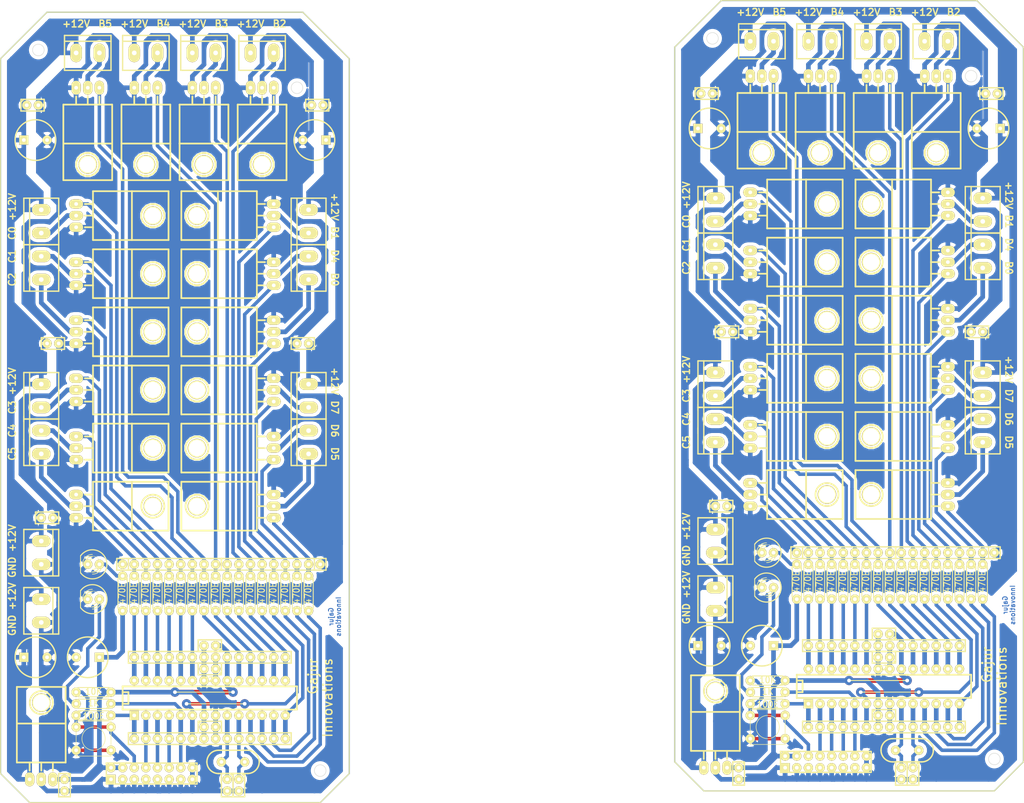
<source format=kicad_pcb>
(kicad_pcb (version 3) (host pcbnew "(2013-05-31 BZR 4019)-stable")
  (layers (15 F.Cu signal) (0 B.Cu signal) (19 F.Paste user) (21 F.SilkS user) (23 F.Mask user) (28 Edge.Cuts user))
  (net 0 "")
  (net 1 +12V)
  (net 2 /MISO)
  (net 3 /MOSI)
  (net 4 /P1)
  (net 5 /P10)
  (net 6 /P11)
  (net 7 /P12)
  (net 8 /P13)
  (net 9 /P14)
  (net 10 /P15)
  (net 11 /P16)
  (net 12 /P19)
  (net 13 /P2)
  (net 14 /P21)
  (net 15 /P23)
  (net 16 /P24)
  (net 17 /P25)
  (net 18 /P26)
  (net 19 /P27)
  (net 20 /P28)
  (net 21 /P3)
  (net 22 /P4)
  (net 23 /P5)
  (net 24 /P6)
  (net 25 /P9)
  (net 26 /RST_IN)
  (net 27 GND)
  (net 28 N-000001)
  (net 29 N-0000011)
  (net 30 N-0000012)
  (net 31 N-0000014)
  (net 32 N-0000017)
  (net 33 N-0000018)
  (net 34 N-0000019)
  (net 35 N-0000020)
  (net 36 N-0000023)
  (net 37 N-0000024)
  (net 38 N-0000025)
  (net 39 N-0000026)
  (net 40 N-0000027)
  (net 41 N-0000028)
  (net 42 N-0000029)
  (net 43 N-000003)
  (net 44 N-0000030)
  (net 45 N-0000031)
  (net 46 N-0000032)
  (net 47 N-0000033)
  (net 48 N-0000034)
  (net 49 N-0000035)
  (net 50 N-0000036)
  (net 51 N-0000038)
  (net 52 N-0000040)
  (net 53 N-0000041)
  (net 54 N-0000043)
  (net 55 N-0000045)
  (net 56 N-0000046)
  (net 57 N-0000049)
  (net 58 N-000006)
  (net 59 N-000007)
  (net 60 N-000008)
  (net 61 N-000009)
  (net 62 VCC)
  (module bornier2 (layer F.Cu) (at 36.83 151.13 90)
    (fp_text reference P4 hide)
    (fp_text value CONN_2 hide)
    (pad 1 thru_hole oval (at -2.54 0 90) (size 2.54 4.064) (drill 1.016) (layers *.Cu *.Mask F.SilkS) (net 27 GND))
    (pad 2 thru_hole oval (at 2.54 0 90) (size 2.54 4.064) (drill 1.016) (layers *.Cu *.Mask F.SilkS) (net 1 +12V))
  )
  (module bornier2 (layer F.Cu) (at 36.83 138.43 90)
    (fp_text reference P3 hide)
    (fp_text value CONN_2 hide)
    (pad 1 thru_hole oval (at -2.54 0 90) (size 2.54 4.064) (drill 1.016) (layers *.Cu *.Mask F.SilkS) (net 27 GND))
    (pad 2 thru_hole oval (at 2.54 0 90) (size 2.54 4.064) (drill 1.016) (layers *.Cu *.Mask F.SilkS) (net 1 +12V))
  )
  (module bornier2 (layer F.Cu) (at 36.83 114.3 270)
    (fp_text reference P7 hide)
    (fp_text value CONN_2 hide)
    (pad 1 thru_hole oval (at -2.54 0 270) (size 2.54 4.064) (drill 1.016) (layers *.Cu *.Mask F.SilkS) (net 43 N-000003))
    (pad 2 thru_hole oval (at 2.54 0 270) (size 2.54 4.064) (drill 1.016) (layers *.Cu *.Mask F.SilkS) (net 58 N-000006))
  )
  (module bornier2 (layer F.Cu) (at 95.25 66.04 270)
    (fp_text reference P14 hide)
    (fp_text value CONN_2 hide)
    (pad 1 thru_hole oval (at -2.54 0 270) (size 2.54 4.064) (drill 1.016) (layers *.Cu *.Mask F.SilkS) (net 1 +12V))
    (pad 2 thru_hole oval (at 2.54 0 270) (size 2.54 4.064) (drill 1.016) (layers *.Cu *.Mask F.SilkS) (net 34 N-0000019))
  )
  (module bornier2 (layer F.Cu) (at 95.25 114.3 270)
    (fp_text reference P13 hide)
    (fp_text value CONN_2 hide)
    (pad 1 thru_hole oval (at -2.54 0 270) (size 2.54 4.064) (drill 1.016) (layers *.Cu *.Mask F.SilkS) (net 55 N-0000045))
    (pad 2 thru_hole oval (at 2.54 0 270) (size 2.54 4.064) (drill 1.016) (layers *.Cu *.Mask F.SilkS) (net 57 N-0000049))
  )
  (module bornier2 (layer F.Cu) (at 95.25 76.2 270)
    (fp_text reference P15 hide)
    (fp_text value CONN_2 hide)
    (pad 1 thru_hole oval (at -2.54 0 270) (size 2.54 4.064) (drill 1.016) (layers *.Cu *.Mask F.SilkS) (net 33 N-0000018))
    (pad 2 thru_hole oval (at 2.54 0 270) (size 2.54 4.064) (drill 1.016) (layers *.Cu *.Mask F.SilkS) (net 36 N-0000023))
  )
  (module bornier2 (layer F.Cu) (at 85.09 29.21 180)
    (fp_text reference P16 hide)
    (fp_text value CONN_2 hide)
    (pad 1 thru_hole oval (at -2.54 0 180) (size 2.54 4.064) (drill 1.016) (layers *.Cu *.Mask F.SilkS) (net 52 N-0000040))
    (pad 2 thru_hole oval (at 2.54 0 180) (size 2.54 4.064) (drill 1.016) (layers *.Cu *.Mask F.SilkS) (net 1 +12V))
  )
  (module bornier2 (layer F.Cu) (at 36.83 104.14 270)
    (fp_text reference P6 hide)
    (fp_text value CONN_2 hide)
    (pad 1 thru_hole oval (at -2.54 0 270) (size 2.54 4.064) (drill 1.016) (layers *.Cu *.Mask F.SilkS) (net 1 +12V))
    (pad 2 thru_hole oval (at 2.54 0 270) (size 2.54 4.064) (drill 1.016) (layers *.Cu *.Mask F.SilkS) (net 28 N-000001))
  )
  (module bornier2 (layer F.Cu) (at 95.25 104.14 270)
    (fp_text reference P12 hide)
    (fp_text value CONN_2 hide)
    (pad 1 thru_hole oval (at -2.54 0 270) (size 2.54 4.064) (drill 1.016) (layers *.Cu *.Mask F.SilkS) (net 1 +12V))
    (pad 2 thru_hole oval (at 2.54 0 270) (size 2.54 4.064) (drill 1.016) (layers *.Cu *.Mask F.SilkS) (net 56 N-0000046))
  )
  (module bornier2 (layer F.Cu) (at 46.99 29.21 180)
    (fp_text reference P11 hide)
    (fp_text value CONN_2 hide)
    (pad 1 thru_hole oval (at -2.54 0 180) (size 2.54 4.064) (drill 1.016) (layers *.Cu *.Mask F.SilkS) (net 61 N-000009))
    (pad 2 thru_hole oval (at 2.54 0 180) (size 2.54 4.064) (drill 1.016) (layers *.Cu *.Mask F.SilkS) (net 1 +12V))
  )
  (module bornier2 (layer F.Cu) (at 59.69 29.21 180)
    (fp_text reference P10 hide)
    (fp_text value CONN_2 hide)
    (pad 1 thru_hole oval (at -2.54 0 180) (size 2.54 4.064) (drill 1.016) (layers *.Cu *.Mask F.SilkS) (net 59 N-000007))
    (pad 2 thru_hole oval (at 2.54 0 180) (size 2.54 4.064) (drill 1.016) (layers *.Cu *.Mask F.SilkS) (net 1 +12V))
  )
  (module bornier2 (layer F.Cu) (at 36.83 66.04 270)
    (fp_text reference P8 hide)
    (fp_text value CONN_2 hide)
    (pad 1 thru_hole oval (at -2.54 0 270) (size 2.54 4.064) (drill 1.016) (layers *.Cu *.Mask F.SilkS) (net 1 +12V))
    (pad 2 thru_hole oval (at 2.54 0 270) (size 2.54 4.064) (drill 1.016) (layers *.Cu *.Mask F.SilkS) (net 60 N-000008))
  )
  (module bornier2 (layer F.Cu) (at 36.83 76.2 270)
    (fp_text reference P9 hide)
    (fp_text value CONN_2 hide)
    (pad 1 thru_hole oval (at -2.54 0 270) (size 2.54 4.064) (drill 1.016) (layers *.Cu *.Mask F.SilkS) (net 29 N-0000011))
    (pad 2 thru_hole oval (at 2.54 0 270) (size 2.54 4.064) (drill 1.016) (layers *.Cu *.Mask F.SilkS) (net 30 N-0000012))
  )
  (module bornier2 (layer F.Cu) (at 72.39 29.21 180)
    (fp_text reference P17 hide)
    (fp_text value CONN_2 hide)
    (pad 1 thru_hole oval (at -2.54 0 180) (size 2.54 4.064) (drill 1.016) (layers *.Cu *.Mask F.SilkS) (net 35 N-0000020))
    (pad 2 thru_hole oval (at 2.54 0 180) (size 2.54 4.064) (drill 1.016) (layers *.Cu *.Mask F.SilkS) (net 1 +12V))
  )
  (module TO-220_Neutral123_Horizontal (layer F.Cu) (at 59.69 36.83 180)
    (fp_text reference Q7 hide)
    (fp_text value TIP122 hide)
    (pad 2 thru_hole oval (at 0 0 270) (size 3.048 2.032) (drill 0.8128) (layers *.Cu *.Mask F.SilkS) (net 59 N-000007))
    (pad 1 thru_hole oval (at -2.54 0 270) (size 3.048 2.032) (drill 0.8128) (layers *.Cu *.Mask F.SilkS) (net 39 N-0000026))
    (pad 3 thru_hole oval (at 2.54 0 270) (size 3.048 2.032) (drill 0.8128) (layers *.Cu *.Mask F.SilkS) (net 27 GND))
    (pad 4 thru_hole circle (at 0 -16.764 270) (size 4.064 4.064) (drill 3.556) (layers *.Cu *.Mask F.SilkS))
  )
  (module TO-220_Neutral123_Horizontal (layer F.Cu) (at 72.39 36.83 180)
    (fp_text reference Q16 hide)
    (fp_text value TIP122 hide)
    (pad 2 thru_hole oval (at 0 0 270) (size 3.048 2.032) (drill 0.8128) (layers *.Cu *.Mask F.SilkS) (net 35 N-0000020))
    (pad 1 thru_hole oval (at -2.54 0 270) (size 3.048 2.032) (drill 0.8128) (layers *.Cu *.Mask F.SilkS) (net 44 N-0000030))
    (pad 3 thru_hole oval (at 2.54 0 270) (size 3.048 2.032) (drill 0.8128) (layers *.Cu *.Mask F.SilkS) (net 27 GND))
    (pad 4 thru_hole circle (at 0 -16.764 270) (size 4.064 4.064) (drill 3.556) (layers *.Cu *.Mask F.SilkS))
  )
  (module TO-220_Neutral123_Horizontal (layer F.Cu) (at 44.45 102.87 270)
    (fp_text reference Q1 hide)
    (fp_text value TIP122 hide)
    (pad 2 thru_hole oval (at 0 0) (size 3.048 2.032) (drill 0.8128) (layers *.Cu *.Mask F.SilkS) (net 28 N-000001))
    (pad 1 thru_hole oval (at -2.54 0) (size 3.048 2.032) (drill 0.8128) (layers *.Cu *.Mask F.SilkS) (net 47 N-0000033))
    (pad 3 thru_hole oval (at 2.54 0) (size 3.048 2.032) (drill 0.8128) (layers *.Cu *.Mask F.SilkS) (net 27 GND))
    (pad 4 thru_hole circle (at 0 -16.764) (size 4.064 4.064) (drill 3.556) (layers *.Cu *.Mask F.SilkS))
  )
  (module TO-220_Neutral123_Horizontal (layer F.Cu) (at 44.45 128.27 270)
    (fp_text reference Q3 hide)
    (fp_text value TIP122 hide)
    (pad 2 thru_hole oval (at 0 0) (size 3.048 2.032) (drill 0.8128) (layers *.Cu *.Mask F.SilkS) (net 58 N-000006))
    (pad 1 thru_hole oval (at -2.54 0) (size 3.048 2.032) (drill 0.8128) (layers *.Cu *.Mask F.SilkS) (net 45 N-0000031))
    (pad 3 thru_hole oval (at 2.54 0) (size 3.048 2.032) (drill 0.8128) (layers *.Cu *.Mask F.SilkS) (net 27 GND))
    (pad 4 thru_hole circle (at 0 -16.764) (size 4.064 4.064) (drill 3.556) (layers *.Cu *.Mask F.SilkS))
  )
  (module TO-220_Neutral123_Horizontal (layer F.Cu) (at 87.63 90.17 90)
    (fp_text reference Q14 hide)
    (fp_text value TIP122 hide)
    (pad 2 thru_hole oval (at 0 0 180) (size 3.048 2.032) (drill 0.8128) (layers *.Cu *.Mask F.SilkS) (net 36 N-0000023))
    (pad 1 thru_hole oval (at -2.54 0 180) (size 3.048 2.032) (drill 0.8128) (layers *.Cu *.Mask F.SilkS) (net 37 N-0000024))
    (pad 3 thru_hole oval (at 2.54 0 180) (size 3.048 2.032) (drill 0.8128) (layers *.Cu *.Mask F.SilkS) (net 27 GND))
    (pad 4 thru_hole circle (at 0 -16.764 180) (size 4.064 4.064) (drill 3.556) (layers *.Cu *.Mask F.SilkS))
  )
  (module TO-220_Neutral123_Horizontal (layer F.Cu) (at 87.63 77.47 90)
    (fp_text reference Q13 hide)
    (fp_text value TIP122 hide)
    (pad 2 thru_hole oval (at 0 0 180) (size 3.048 2.032) (drill 0.8128) (layers *.Cu *.Mask F.SilkS) (net 33 N-0000018))
    (pad 1 thru_hole oval (at -2.54 0 180) (size 3.048 2.032) (drill 0.8128) (layers *.Cu *.Mask F.SilkS) (net 41 N-0000028))
    (pad 3 thru_hole oval (at 2.54 0 180) (size 3.048 2.032) (drill 0.8128) (layers *.Cu *.Mask F.SilkS) (net 27 GND))
    (pad 4 thru_hole circle (at 0 -16.764 180) (size 4.064 4.064) (drill 3.556) (layers *.Cu *.Mask F.SilkS))
  )
  (module TO-220_Neutral123_Horizontal (layer F.Cu) (at 87.63 64.77 90)
    (fp_text reference Q12 hide)
    (fp_text value TIP122 hide)
    (pad 2 thru_hole oval (at 0 0 180) (size 3.048 2.032) (drill 0.8128) (layers *.Cu *.Mask F.SilkS) (net 34 N-0000019))
    (pad 1 thru_hole oval (at -2.54 0 180) (size 3.048 2.032) (drill 0.8128) (layers *.Cu *.Mask F.SilkS) (net 42 N-0000029))
    (pad 3 thru_hole oval (at 2.54 0 180) (size 3.048 2.032) (drill 0.8128) (layers *.Cu *.Mask F.SilkS) (net 27 GND))
    (pad 4 thru_hole circle (at 0 -16.764 180) (size 4.064 4.064) (drill 3.556) (layers *.Cu *.Mask F.SilkS))
  )
  (module TO-220_Neutral123_Horizontal (layer F.Cu) (at 44.45 115.57 270)
    (fp_text reference Q2 hide)
    (fp_text value TIP122 hide)
    (pad 2 thru_hole oval (at 0 0) (size 3.048 2.032) (drill 0.8128) (layers *.Cu *.Mask F.SilkS) (net 43 N-000003))
    (pad 1 thru_hole oval (at -2.54 0) (size 3.048 2.032) (drill 0.8128) (layers *.Cu *.Mask F.SilkS) (net 46 N-0000032))
    (pad 3 thru_hole oval (at 2.54 0) (size 3.048 2.032) (drill 0.8128) (layers *.Cu *.Mask F.SilkS) (net 27 GND))
    (pad 4 thru_hole circle (at 0 -16.764) (size 4.064 4.064) (drill 3.556) (layers *.Cu *.Mask F.SilkS))
  )
  (module TO-220_Neutral123_Horizontal (layer F.Cu) (at 87.63 128.27 90)
    (fp_text reference Q11 hide)
    (fp_text value TIP122 hide)
    (pad 2 thru_hole oval (at 0 0 180) (size 3.048 2.032) (drill 0.8128) (layers *.Cu *.Mask F.SilkS) (net 57 N-0000049))
    (pad 1 thru_hole oval (at -2.54 0 180) (size 3.048 2.032) (drill 0.8128) (layers *.Cu *.Mask F.SilkS) (net 51 N-0000038))
    (pad 3 thru_hole oval (at 2.54 0 180) (size 3.048 2.032) (drill 0.8128) (layers *.Cu *.Mask F.SilkS) (net 27 GND))
    (pad 4 thru_hole circle (at 0 -16.764 180) (size 4.064 4.064) (drill 3.556) (layers *.Cu *.Mask F.SilkS))
  )
  (module TO-220_Neutral123_Horizontal (layer F.Cu) (at 44.45 64.77 270)
    (fp_text reference Q4 hide)
    (fp_text value TIP122 hide)
    (pad 2 thru_hole oval (at 0 0) (size 3.048 2.032) (drill 0.8128) (layers *.Cu *.Mask F.SilkS) (net 60 N-000008))
    (pad 1 thru_hole oval (at -2.54 0) (size 3.048 2.032) (drill 0.8128) (layers *.Cu *.Mask F.SilkS) (net 40 N-0000027))
    (pad 3 thru_hole oval (at 2.54 0) (size 3.048 2.032) (drill 0.8128) (layers *.Cu *.Mask F.SilkS) (net 27 GND))
    (pad 4 thru_hole circle (at 0 -16.764) (size 4.064 4.064) (drill 3.556) (layers *.Cu *.Mask F.SilkS))
  )
  (module TO-220_Neutral123_Horizontal (layer F.Cu) (at 87.63 115.57 90)
    (fp_text reference Q10 hide)
    (fp_text value TIP122 hide)
    (pad 2 thru_hole oval (at 0 0 180) (size 3.048 2.032) (drill 0.8128) (layers *.Cu *.Mask F.SilkS) (net 55 N-0000045))
    (pad 1 thru_hole oval (at -2.54 0 180) (size 3.048 2.032) (drill 0.8128) (layers *.Cu *.Mask F.SilkS) (net 50 N-0000036))
    (pad 3 thru_hole oval (at 2.54 0 180) (size 3.048 2.032) (drill 0.8128) (layers *.Cu *.Mask F.SilkS) (net 27 GND))
    (pad 4 thru_hole circle (at 0 -16.764 180) (size 4.064 4.064) (drill 3.556) (layers *.Cu *.Mask F.SilkS))
  )
  (module TO-220_Neutral123_Horizontal (layer F.Cu) (at 87.63 102.87 90)
    (fp_text reference Q9 hide)
    (fp_text value TIP122 hide)
    (pad 2 thru_hole oval (at 0 0 180) (size 3.048 2.032) (drill 0.8128) (layers *.Cu *.Mask F.SilkS) (net 56 N-0000046))
    (pad 1 thru_hole oval (at -2.54 0 180) (size 3.048 2.032) (drill 0.8128) (layers *.Cu *.Mask F.SilkS) (net 54 N-0000043))
    (pad 3 thru_hole oval (at 2.54 0 180) (size 3.048 2.032) (drill 0.8128) (layers *.Cu *.Mask F.SilkS) (net 27 GND))
    (pad 4 thru_hole circle (at 0 -16.764 180) (size 4.064 4.064) (drill 3.556) (layers *.Cu *.Mask F.SilkS))
  )
  (module TO-220_Neutral123_Horizontal (layer F.Cu) (at 46.99 36.83 180)
    (fp_text reference Q8 hide)
    (fp_text value TIP122 hide)
    (pad 2 thru_hole oval (at 0 0 270) (size 3.048 2.032) (drill 0.8128) (layers *.Cu *.Mask F.SilkS) (net 61 N-000009))
    (pad 1 thru_hole oval (at -2.54 0 270) (size 3.048 2.032) (drill 0.8128) (layers *.Cu *.Mask F.SilkS) (net 38 N-0000025))
    (pad 3 thru_hole oval (at 2.54 0 270) (size 3.048 2.032) (drill 0.8128) (layers *.Cu *.Mask F.SilkS) (net 27 GND))
    (pad 4 thru_hole circle (at 0 -16.764 270) (size 4.064 4.064) (drill 3.556) (layers *.Cu *.Mask F.SilkS))
  )
  (module TO-220_Neutral123_Horizontal (layer F.Cu) (at 44.45 90.17 270)
    (fp_text reference Q6 hide)
    (fp_text value TIP122 hide)
    (pad 2 thru_hole oval (at 0 0) (size 3.048 2.032) (drill 0.8128) (layers *.Cu *.Mask F.SilkS) (net 30 N-0000012))
    (pad 1 thru_hole oval (at -2.54 0) (size 3.048 2.032) (drill 0.8128) (layers *.Cu *.Mask F.SilkS) (net 48 N-0000034))
    (pad 3 thru_hole oval (at 2.54 0) (size 3.048 2.032) (drill 0.8128) (layers *.Cu *.Mask F.SilkS) (net 27 GND))
    (pad 4 thru_hole circle (at 0 -16.764) (size 4.064 4.064) (drill 3.556) (layers *.Cu *.Mask F.SilkS))
  )
  (module TO-220_Neutral123_Horizontal (layer F.Cu) (at 44.45 77.47 270)
    (fp_text reference Q5 hide)
    (fp_text value TIP122 hide)
    (pad 2 thru_hole oval (at 0 0) (size 3.048 2.032) (drill 0.8128) (layers *.Cu *.Mask F.SilkS) (net 29 N-0000011))
    (pad 1 thru_hole oval (at -2.54 0) (size 3.048 2.032) (drill 0.8128) (layers *.Cu *.Mask F.SilkS) (net 49 N-0000035))
    (pad 3 thru_hole oval (at 2.54 0) (size 3.048 2.032) (drill 0.8128) (layers *.Cu *.Mask F.SilkS) (net 27 GND))
    (pad 4 thru_hole circle (at 0 -16.764) (size 4.064 4.064) (drill 3.556) (layers *.Cu *.Mask F.SilkS))
  )
  (module TO-220_Neutral123_Horizontal (layer F.Cu) (at 85.09 36.83 180)
    (fp_text reference Q15 hide)
    (fp_text value TIP122 hide)
    (pad 2 thru_hole oval (at 0 0 270) (size 3.048 2.032) (drill 0.8128) (layers *.Cu *.Mask F.SilkS) (net 52 N-0000040))
    (pad 1 thru_hole oval (at -2.54 0 270) (size 3.048 2.032) (drill 0.8128) (layers *.Cu *.Mask F.SilkS) (net 53 N-0000041))
    (pad 3 thru_hole oval (at 2.54 0 270) (size 3.048 2.032) (drill 0.8128) (layers *.Cu *.Mask F.SilkS) (net 27 GND))
    (pad 4 thru_hole circle (at 0 -16.764 270) (size 4.064 4.064) (drill 3.556) (layers *.Cu *.Mask F.SilkS))
  )
  (module C1 (layer F.Cu) (at 73.66 176.53)
    (fp_text reference C16 hide)
    (fp_text value 104 hide)
    (pad 1 thru_hole circle (at -1.27 0) (size 2.032 2.032) (drill 0.8128) (layers *.Cu *.Mask F.SilkS) (net 62 VCC))
    (pad 2 thru_hole circle (at 1.27 0) (size 2.032 2.032) (drill 0.8128) (layers *.Cu *.Mask F.SilkS) (net 27 GND))
  )
  (module C1 (layer F.Cu) (at 73.66 158.75 180)
    (fp_text reference C15 hide)
    (fp_text value 104 hide)
    (pad 1 thru_hole circle (at -1.27 0 180) (size 2.032 2.032) (drill 0.8128) (layers *.Cu *.Mask F.SilkS) (net 62 VCC))
    (pad 2 thru_hole circle (at 1.27 0 180) (size 2.032 2.032) (drill 0.8128) (layers *.Cu *.Mask F.SilkS) (net 27 GND))
  )
  (module C1 (layer F.Cu) (at 39.37 92.71)
    (fp_text reference C14 hide)
    (fp_text value 104 hide)
    (pad 1 thru_hole circle (at -1.27 0) (size 2.032 2.032) (drill 0.8128) (layers *.Cu *.Mask F.SilkS) (net 1 +12V))
    (pad 2 thru_hole circle (at 1.27 0) (size 2.032 2.032) (drill 0.8128) (layers *.Cu *.Mask F.SilkS) (net 27 GND))
  )
  (module C1 (layer F.Cu) (at 38.1 130.81)
    (fp_text reference C13 hide)
    (fp_text value 104 hide)
    (pad 1 thru_hole circle (at -1.27 0) (size 2.032 2.032) (drill 0.8128) (layers *.Cu *.Mask F.SilkS) (net 1 +12V))
    (pad 2 thru_hole circle (at 1.27 0) (size 2.032 2.032) (drill 0.8128) (layers *.Cu *.Mask F.SilkS) (net 27 GND))
  )
  (module C1 (layer F.Cu) (at 77.47 189.23 270)
    (fp_text reference C1 hide)
    (fp_text value 22pF hide)
    (pad 1 thru_hole circle (at -1.27 0 270) (size 2.032 2.032) (drill 0.8128) (layers *.Cu *.Mask F.SilkS) (net 25 /P9))
    (pad 2 thru_hole circle (at 1.27 0 270) (size 2.032 2.032) (drill 0.8128) (layers *.Cu *.Mask F.SilkS) (net 27 GND))
  )
  (module C1 (layer F.Cu) (at 80.01 189.23 270)
    (fp_text reference C3 hide)
    (fp_text value 22pF hide)
    (pad 1 thru_hole circle (at -1.27 0 270) (size 2.032 2.032) (drill 0.8128) (layers *.Cu *.Mask F.SilkS) (net 5 /P10))
    (pad 2 thru_hole circle (at 1.27 0 270) (size 2.032 2.032) (drill 0.8128) (layers *.Cu *.Mask F.SilkS) (net 27 GND))
  )
  (module C1 (layer F.Cu) (at 41.91 189.23 270)
    (fp_text reference C5 hide)
    (fp_text value 104 hide)
    (pad 1 thru_hole circle (at -1.27 0 270) (size 2.032 2.032) (drill 0.8128) (layers *.Cu *.Mask F.SilkS) (net 62 VCC))
    (pad 2 thru_hole circle (at 1.27 0 270) (size 2.032 2.032) (drill 0.8128) (layers *.Cu *.Mask F.SilkS) (net 27 GND))
  )
  (module C1 (layer F.Cu) (at 93.98 92.71 180)
    (fp_text reference C12 hide)
    (fp_text value 104 hide)
    (pad 1 thru_hole circle (at -1.27 0 180) (size 2.032 2.032) (drill 0.8128) (layers *.Cu *.Mask F.SilkS) (net 1 +12V))
    (pad 2 thru_hole circle (at 1.27 0 180) (size 2.032 2.032) (drill 0.8128) (layers *.Cu *.Mask F.SilkS) (net 27 GND))
  )
  (module C1 (layer F.Cu) (at 34.925 40.64)
    (fp_text reference C10 hide)
    (fp_text value 104 hide)
    (pad 1 thru_hole circle (at -1.27 0) (size 2.032 2.032) (drill 0.8128) (layers *.Cu *.Mask F.SilkS) (net 1 +12V))
    (pad 2 thru_hole circle (at 1.27 0) (size 2.032 2.032) (drill 0.8128) (layers *.Cu *.Mask F.SilkS) (net 27 GND))
  )
  (module C1 (layer F.Cu) (at 97.155 40.64 180)
    (fp_text reference C11 hide)
    (fp_text value 104 hide)
    (pad 1 thru_hole circle (at -1.27 0 180) (size 2.032 2.032) (drill 0.8128) (layers *.Cu *.Mask F.SilkS) (net 1 +12V))
    (pad 2 thru_hole circle (at 1.27 0 180) (size 2.032 2.032) (drill 0.8128) (layers *.Cu *.Mask F.SilkS) (net 27 GND))
  )
  (module C1 (layer F.Cu) (at 73.66 163.83 180)
    (fp_text reference C2 (at 0.254 -2.286 180) (layer F.SilkS) (effects (font (size 1.016 1.016) (thickness 0.2032))))
    (fp_text value 104 hide)
    (pad 1 thru_hole circle (at -1.27 0 180) (size 2.032 2.032) (drill 0.8128) (layers *.Cu *.Mask F.SilkS) (net 14 /P21))
    (pad 2 thru_hole circle (at 1.27 0 180) (size 2.032 2.032) (drill 0.8128) (layers *.Cu *.Mask F.SilkS) (net 27 GND))
  )
  (module C2V8 (layer F.Cu) (at 35.56 161.29)
    (fp_text reference C6 hide)
    (fp_text value 1000uF hide)
    (pad 1 thru_hole rect (at -2.54 0) (size 2.032 2.032) (drill 0.8128) (layers *.Cu *.Mask F.SilkS) (net 1 +12V))
    (pad 2 thru_hole circle (at 2.54 0) (size 2.032 2.032) (drill 0.8128) (layers *.Cu *.Mask F.SilkS) (net 27 GND))
  )
  (module C2V8 (layer F.Cu) (at 35.56 48.26)
    (fp_text reference C8 hide)
    (fp_text value 1000uF hide)
    (pad 1 thru_hole rect (at -2.54 0) (size 2.032 2.032) (drill 0.8128) (layers *.Cu *.Mask F.SilkS) (net 1 +12V))
    (pad 2 thru_hole circle (at 2.54 0) (size 2.032 2.032) (drill 0.8128) (layers *.Cu *.Mask F.SilkS) (net 27 GND))
  )
  (module C2V8 (layer F.Cu) (at 46.99 161.29 180)
    (fp_text reference C4 hide)
    (fp_text value 1000uF hide)
    (pad 1 thru_hole rect (at -2.54 0 180) (size 2.032 2.032) (drill 0.8128) (layers *.Cu *.Mask F.SilkS) (net 62 VCC))
    (pad 2 thru_hole circle (at 2.54 0 180) (size 2.032 2.032) (drill 0.8128) (layers *.Cu *.Mask F.SilkS) (net 27 GND))
  )
  (module C2V8 (layer F.Cu) (at 96.52 48.26 180)
    (fp_text reference C9 hide)
    (fp_text value 1000uF hide)
    (pad 1 thru_hole rect (at -2.54 0 180) (size 2.032 2.032) (drill 0.8128) (layers *.Cu *.Mask F.SilkS) (net 1 +12V))
    (pad 2 thru_hole circle (at 2.54 0 180) (size 2.032 2.032) (drill 0.8128) (layers *.Cu *.Mask F.SilkS) (net 27 GND))
  )
  (module DIP-28__300 (layer F.Cu) (at 73.66 170.18)
    (fp_text reference IC1 hide)
    (fp_text value ATMEGA168-P hide)
    (pad 2 thru_hole circle (at -13.97 3.81) (size 2.032 2.032) (drill 0.8128) (layers *.Cu *.Mask F.SilkS) (net 13 /P2))
    (pad 3 thru_hole circle (at -11.43 3.81) (size 2.032 2.032) (drill 0.8128) (layers *.Cu *.Mask F.SilkS) (net 21 /P3))
    (pad 4 thru_hole circle (at -8.89 3.81) (size 2.032 2.032) (drill 0.8128) (layers *.Cu *.Mask F.SilkS) (net 22 /P4))
    (pad 5 thru_hole circle (at -6.35 3.81) (size 2.032 2.032) (drill 0.8128) (layers *.Cu *.Mask F.SilkS) (net 23 /P5))
    (pad 6 thru_hole circle (at -3.81 3.81) (size 2.032 2.032) (drill 0.8128) (layers *.Cu *.Mask F.SilkS) (net 24 /P6))
    (pad 7 thru_hole circle (at -1.27 3.81) (size 2.032 2.032) (drill 0.8128) (layers *.Cu *.Mask F.SilkS) (net 62 VCC))
    (pad 8 thru_hole circle (at 1.27 3.81) (size 2.032 2.032) (drill 0.8128) (layers *.Cu *.Mask F.SilkS) (net 27 GND))
    (pad 9 thru_hole circle (at 3.81 3.81) (size 2.032 2.032) (drill 0.8128) (layers *.Cu *.Mask F.SilkS) (net 25 /P9))
    (pad 10 thru_hole circle (at 6.35 3.81) (size 2.032 2.032) (drill 0.8128) (layers *.Cu *.Mask F.SilkS) (net 5 /P10))
    (pad 11 thru_hole circle (at 8.89 3.81) (size 2.032 2.032) (drill 0.8128) (layers *.Cu *.Mask F.SilkS) (net 6 /P11))
    (pad 12 thru_hole circle (at 11.43 3.81) (size 2.032 2.032) (drill 0.8128) (layers *.Cu *.Mask F.SilkS) (net 7 /P12))
    (pad 13 thru_hole circle (at 13.97 3.81) (size 2.032 2.032) (drill 0.8128) (layers *.Cu *.Mask F.SilkS) (net 8 /P13))
    (pad 14 thru_hole circle (at 16.51 3.81) (size 2.032 2.032) (drill 0.8128) (layers *.Cu *.Mask F.SilkS) (net 9 /P14))
    (pad 1 thru_hole rect (at -16.51 3.81) (size 2.032 2.032) (drill 0.8128) (layers *.Cu *.Mask F.SilkS) (net 4 /P1))
    (pad 15 thru_hole circle (at 16.51 -3.81) (size 2.032 2.032) (drill 0.8128) (layers *.Cu *.Mask F.SilkS) (net 10 /P15))
    (pad 16 thru_hole circle (at 13.97 -3.81) (size 2.032 2.032) (drill 0.8128) (layers *.Cu *.Mask F.SilkS) (net 11 /P16))
    (pad 17 thru_hole circle (at 11.43 -3.81) (size 2.032 2.032) (drill 0.8128) (layers *.Cu *.Mask F.SilkS) (net 3 /MOSI))
    (pad 18 thru_hole circle (at 8.89 -3.81) (size 2.032 2.032) (drill 0.8128) (layers *.Cu *.Mask F.SilkS) (net 2 /MISO))
    (pad 19 thru_hole circle (at 6.35 -3.81) (size 2.032 2.032) (drill 0.8128) (layers *.Cu *.Mask F.SilkS) (net 12 /P19))
    (pad 20 thru_hole circle (at 3.81 -3.81) (size 2.032 2.032) (drill 0.8128) (layers *.Cu *.Mask F.SilkS) (net 62 VCC))
    (pad 21 thru_hole circle (at 1.27 -3.81) (size 2.032 2.032) (drill 0.8128) (layers *.Cu *.Mask F.SilkS) (net 14 /P21))
    (pad 22 thru_hole circle (at -1.27 -3.81) (size 2.032 2.032) (drill 0.8128) (layers *.Cu *.Mask F.SilkS) (net 27 GND))
    (pad 23 thru_hole circle (at -3.81 -3.81) (size 2.032 2.032) (drill 0.8128) (layers *.Cu *.Mask F.SilkS) (net 15 /P23))
    (pad 24 thru_hole circle (at -6.35 -3.81) (size 2.032 2.032) (drill 0.8128) (layers *.Cu *.Mask F.SilkS) (net 16 /P24))
    (pad 25 thru_hole circle (at -8.89 -3.81) (size 2.032 2.032) (drill 0.8128) (layers *.Cu *.Mask F.SilkS) (net 17 /P25))
    (pad 26 thru_hole circle (at -11.43 -3.81) (size 2.032 2.032) (drill 0.8128) (layers *.Cu *.Mask F.SilkS) (net 18 /P26))
    (pad 27 thru_hole circle (at -13.97 -3.81) (size 2.032 2.032) (drill 0.8128) (layers *.Cu *.Mask F.SilkS) (net 19 /P27))
    (pad 28 thru_hole circle (at -16.51 -3.81) (size 2.032 2.032) (drill 0.8128) (layers *.Cu *.Mask F.SilkS) (net 20 /P28))
  )
  (module HC-49V (layer F.Cu) (at 78.74 184.15)
    (fp_text reference X1 hide)
    (fp_text value 16MHz hide)
    (pad 1 thru_hole circle (at -2.54 0) (size 2.032 2.032) (drill 0.8128) (layers *.Cu *.Mask F.SilkS) (net 25 /P9))
    (pad 2 thru_hole circle (at 2.54 0) (size 2.032 2.032) (drill 0.8128) (layers *.Cu *.Mask F.SilkS) (net 5 /P10))
  )
  (module LED-5MM (layer F.Cu) (at 48.26 148.59 180)
    (fp_text reference D1 hide)
    (fp_text value LED hide)
    (pad 1 thru_hole circle (at -1.27 0 180) (size 2.032 2.032) (drill 0.8128) (layers *.Cu *.Mask F.SilkS) (net 32 N-0000017))
    (pad 2 thru_hole circle (at 1.27 0 180) (size 2.032 2.032) (drill 0.8128) (layers *.Cu *.Mask F.SilkS) (net 27 GND))
  )
  (module LED-5MM (layer F.Cu) (at 48.26 140.97 180)
    (fp_text reference D2 hide)
    (fp_text value LED hide)
    (pad 1 thru_hole circle (at -1.27 0 180) (size 2.032 2.032) (drill 0.8128) (layers *.Cu *.Mask F.SilkS) (net 31 N-0000014))
    (pad 2 thru_hole circle (at 1.27 0 180) (size 2.032 2.032) (drill 0.8128) (layers *.Cu *.Mask F.SilkS) (net 27 GND))
  )
  (module pin_array_8x2 (layer F.Cu) (at 60.96 186.69)
    (fp_text reference P5 hide)
    (fp_text value CONN_8X2 hide)
    (pad 1 thru_hole rect (at -8.89 1.27) (size 2.032 2.032) (drill 0.8128) (layers *.Cu *.Mask F.SilkS) (net 27 GND))
    (pad 2 thru_hole circle (at -8.89 -1.27) (size 2.032 2.032) (drill 0.8128) (layers *.Cu *.Mask F.SilkS) (net 62 VCC))
    (pad 3 thru_hole circle (at -6.35 1.27) (size 2.032 2.032) (drill 0.8128) (layers *.Cu *.Mask F.SilkS) (net 27 GND))
    (pad 4 thru_hole circle (at -6.35 -1.27) (size 2.032 2.032) (drill 0.8128) (layers *.Cu *.Mask F.SilkS) (net 62 VCC))
    (pad 5 thru_hole circle (at -3.81 1.27) (size 2.032 2.032) (drill 0.8128) (layers *.Cu *.Mask F.SilkS) (net 27 GND))
    (pad 6 thru_hole circle (at -3.81 -1.27) (size 2.032 2.032) (drill 0.8128) (layers *.Cu *.Mask F.SilkS) (net 26 /RST_IN))
    (pad 7 thru_hole circle (at -1.27 1.27) (size 2.032 2.032) (drill 0.8128) (layers *.Cu *.Mask F.SilkS) (net 27 GND))
    (pad 8 thru_hole circle (at -1.27 -1.27) (size 2.032 2.032) (drill 0.8128) (layers *.Cu *.Mask F.SilkS) (net 13 /P2))
    (pad 9 thru_hole circle (at 1.27 1.27) (size 2.032 2.032) (drill 0.8128) (layers *.Cu *.Mask F.SilkS) (net 27 GND))
    (pad 10 thru_hole circle (at 1.27 -1.27) (size 2.032 2.032) (drill 0.8128) (layers *.Cu *.Mask F.SilkS) (net 21 /P3))
    (pad 11 thru_hole circle (at 3.81 1.27) (size 2.032 2.032) (drill 0.8128) (layers *.Cu *.Mask F.SilkS) (net 27 GND))
    (pad 12 thru_hole circle (at 3.81 -1.27) (size 2.032 2.032) (drill 0.8128) (layers *.Cu *.Mask F.SilkS) (net 22 /P4))
    (pad 13 thru_hole circle (at 6.35 1.27) (size 2.032 2.032) (drill 0.8128) (layers *.Cu *.Mask F.SilkS) (net 27 GND))
    (pad 14 thru_hole circle (at 6.35 -1.27) (size 2.032 2.032) (drill 0.8128) (layers *.Cu *.Mask F.SilkS) (net 23 /P5))
    (pad 15 thru_hole circle (at 8.89 1.27) (size 2.032 2.032) (drill 0.8128) (layers *.Cu *.Mask F.SilkS) (net 27 GND))
    (pad 16 thru_hole circle (at 8.89 -1.27) (size 2.032 2.032) (drill 0.8128) (layers *.Cu *.Mask F.SilkS) (net 27 GND))
  )
  (module R3 (layer F.Cu) (at 57.15 147.32 270)
    (fp_text reference R8 hide)
    (fp_text value 470E (at 0 0.127 270) (layer F.SilkS) (effects (font (size 1.397 1.27) (thickness 0.2032))))
    (pad 1 thru_hole circle (at -3.81 0 270) (size 2.032 2.032) (drill 0.8128) (layers *.Cu *.Mask F.SilkS) (net 45 N-0000031))
    (pad 2 thru_hole circle (at 3.81 0 270) (size 2.032 2.032) (drill 0.8128) (layers *.Cu *.Mask F.SilkS) (net 20 /P28))
  )
  (module R3 (layer F.Cu) (at 48.26 171.45 180)
    (fp_text reference R1 hide)
    (fp_text value 1K (at 0 0.127 180) (layer F.SilkS) (effects (font (size 1.397 1.27) (thickness 0.2032))))
    (pad 1 thru_hole circle (at -3.81 0 180) (size 2.032 2.032) (drill 0.8128) (layers *.Cu *.Mask F.SilkS) (net 23 /P5))
    (pad 2 thru_hole circle (at 3.81 0 180) (size 2.032 2.032) (drill 0.8128) (layers *.Cu *.Mask F.SilkS) (net 32 N-0000017))
  )
  (module R3 (layer F.Cu) (at 48.26 168.91 180)
    (fp_text reference R2 hide)
    (fp_text value 10K (at 0 0.127 180) (layer F.SilkS) (effects (font (size 1.397 1.27) (thickness 0.2032))))
    (pad 1 thru_hole circle (at -3.81 0 180) (size 2.032 2.032) (drill 0.8128) (layers *.Cu *.Mask F.SilkS) (net 62 VCC))
    (pad 2 thru_hole circle (at 3.81 0 180) (size 2.032 2.032) (drill 0.8128) (layers *.Cu *.Mask F.SilkS) (net 26 /RST_IN))
  )
  (module R3 (layer F.Cu) (at 48.26 173.99)
    (fp_text reference R3 hide)
    (fp_text value 100E (at 0 0.127) (layer F.SilkS) (effects (font (size 1.397 1.27) (thickness 0.2032))))
    (pad 1 thru_hole circle (at -3.81 0) (size 2.032 2.032) (drill 0.8128) (layers *.Cu *.Mask F.SilkS) (net 26 /RST_IN))
    (pad 2 thru_hole circle (at 3.81 0) (size 2.032 2.032) (drill 0.8128) (layers *.Cu *.Mask F.SilkS) (net 4 /P1))
  )
  (module R3 (layer F.Cu) (at 54.61 147.32 270)
    (fp_text reference R4 hide)
    (fp_text value 470E (at 0 0.127 270) (layer F.SilkS) (effects (font (size 1.397 1.27) (thickness 0.2032))))
    (pad 1 thru_hole circle (at -3.81 0 270) (size 2.032 2.032) (drill 0.8128) (layers *.Cu *.Mask F.SilkS) (net 31 N-0000014))
    (pad 2 thru_hole circle (at 3.81 0 270) (size 2.032 2.032) (drill 0.8128) (layers *.Cu *.Mask F.SilkS) (net 62 VCC))
  )
  (module R3 (layer F.Cu) (at 59.69 147.32 270)
    (fp_text reference R7 hide)
    (fp_text value 470E (at 0 0.127 270) (layer F.SilkS) (effects (font (size 1.397 1.27) (thickness 0.2032))))
    (pad 1 thru_hole circle (at -3.81 0 270) (size 2.032 2.032) (drill 0.8128) (layers *.Cu *.Mask F.SilkS) (net 46 N-0000032))
    (pad 2 thru_hole circle (at 3.81 0 270) (size 2.032 2.032) (drill 0.8128) (layers *.Cu *.Mask F.SilkS) (net 19 /P27))
  )
  (module R3 (layer F.Cu) (at 77.47 147.32 270)
    (fp_text reference R21 hide)
    (fp_text value 470E (at 0 0.127 270) (layer F.SilkS) (effects (font (size 1.397 1.27) (thickness 0.2032))))
    (pad 1 thru_hole circle (at -3.81 0 270) (size 2.032 2.032) (drill 0.8128) (layers *.Cu *.Mask F.SilkS) (net 44 N-0000030))
    (pad 2 thru_hole circle (at 3.81 0 270) (size 2.032 2.032) (drill 0.8128) (layers *.Cu *.Mask F.SilkS) (net 3 /MOSI))
  )
  (module R3 (layer F.Cu) (at 87.63 147.32 270)
    (fp_text reference R19 hide)
    (fp_text value 470E (at 0 0.127 270) (layer F.SilkS) (effects (font (size 1.397 1.27) (thickness 0.2032))))
    (pad 1 thru_hole circle (at -3.81 0 270) (size 2.032 2.032) (drill 0.8128) (layers *.Cu *.Mask F.SilkS) (net 37 N-0000024))
    (pad 2 thru_hole circle (at 3.81 0 270) (size 2.032 2.032) (drill 0.8128) (layers *.Cu *.Mask F.SilkS) (net 9 /P14))
  )
  (module R3 (layer F.Cu) (at 85.09 147.32 270)
    (fp_text reference R18 hide)
    (fp_text value 470E (at 0 0.127 270) (layer F.SilkS) (effects (font (size 1.397 1.27) (thickness 0.2032))))
    (pad 1 thru_hole circle (at -3.81 0 270) (size 2.032 2.032) (drill 0.8128) (layers *.Cu *.Mask F.SilkS) (net 41 N-0000028))
    (pad 2 thru_hole circle (at 3.81 0 270) (size 2.032 2.032) (drill 0.8128) (layers *.Cu *.Mask F.SilkS) (net 24 /P6))
  )
  (module R3 (layer F.Cu) (at 82.55 147.32 270)
    (fp_text reference R17 hide)
    (fp_text value 470E (at 0 0.127 270) (layer F.SilkS) (effects (font (size 1.397 1.27) (thickness 0.2032))))
    (pad 1 thru_hole circle (at -3.81 0 270) (size 2.032 2.032) (drill 0.8128) (layers *.Cu *.Mask F.SilkS) (net 42 N-0000029))
    (pad 2 thru_hole circle (at 3.81 0 270) (size 2.032 2.032) (drill 0.8128) (layers *.Cu *.Mask F.SilkS) (net 10 /P15))
  )
  (module R3 (layer F.Cu) (at 80.01 147.32 270)
    (fp_text reference R20 hide)
    (fp_text value 470E (at 0 0.127 270) (layer F.SilkS) (effects (font (size 1.397 1.27) (thickness 0.2032))))
    (pad 1 thru_hole circle (at -3.81 0 270) (size 2.032 2.032) (drill 0.8128) (layers *.Cu *.Mask F.SilkS) (net 53 N-0000041))
    (pad 2 thru_hole circle (at 3.81 0 270) (size 2.032 2.032) (drill 0.8128) (layers *.Cu *.Mask F.SilkS) (net 11 /P16))
  )
  (module R3 (layer F.Cu) (at 95.25 147.32 270)
    (fp_text reference R16 hide)
    (fp_text value 470E (at 0 0.127 270) (layer F.SilkS) (effects (font (size 1.397 1.27) (thickness 0.2032))))
    (pad 1 thru_hole circle (at -3.81 0 270) (size 2.032 2.032) (drill 0.8128) (layers *.Cu *.Mask F.SilkS) (net 51 N-0000038))
    (pad 2 thru_hole circle (at 3.81 0 270) (size 2.032 2.032) (drill 0.8128) (layers *.Cu *.Mask F.SilkS) (net 6 /P11))
  )
  (module R3 (layer F.Cu) (at 92.71 147.32 270)
    (fp_text reference R15 hide)
    (fp_text value 470E (at 0 0.127 270) (layer F.SilkS) (effects (font (size 1.397 1.27) (thickness 0.2032))))
    (pad 1 thru_hole circle (at -3.81 0 270) (size 2.032 2.032) (drill 0.8128) (layers *.Cu *.Mask F.SilkS) (net 50 N-0000036))
    (pad 2 thru_hole circle (at 3.81 0 270) (size 2.032 2.032) (drill 0.8128) (layers *.Cu *.Mask F.SilkS) (net 7 /P12))
  )
  (module R3 (layer F.Cu) (at 62.23 147.32 270)
    (fp_text reference R6 hide)
    (fp_text value 470E (at 0 0.127 270) (layer F.SilkS) (effects (font (size 1.397 1.27) (thickness 0.2032))))
    (pad 1 thru_hole circle (at -3.81 0 270) (size 2.032 2.032) (drill 0.8128) (layers *.Cu *.Mask F.SilkS) (net 47 N-0000033))
    (pad 2 thru_hole circle (at 3.81 0 270) (size 2.032 2.032) (drill 0.8128) (layers *.Cu *.Mask F.SilkS) (net 18 /P26))
  )
  (module R3 (layer F.Cu) (at 72.39 147.32 270)
    (fp_text reference R13 hide)
    (fp_text value 470E (at 0 0.127 270) (layer F.SilkS) (effects (font (size 1.397 1.27) (thickness 0.2032))))
    (pad 1 thru_hole circle (at -3.81 0 270) (size 2.032 2.032) (drill 0.8128) (layers *.Cu *.Mask F.SilkS) (net 38 N-0000025))
    (pad 2 thru_hole circle (at 3.81 0 270) (size 2.032 2.032) (drill 0.8128) (layers *.Cu *.Mask F.SilkS) (net 12 /P19))
  )
  (module R3 (layer F.Cu) (at 64.77 147.32 270)
    (fp_text reference R11 hide)
    (fp_text value 470E (at 0 0.127 270) (layer F.SilkS) (effects (font (size 1.397 1.27) (thickness 0.2032))))
    (pad 1 thru_hole circle (at -3.81 0 270) (size 2.032 2.032) (drill 0.8128) (layers *.Cu *.Mask F.SilkS) (net 48 N-0000034))
    (pad 2 thru_hole circle (at 3.81 0 270) (size 2.032 2.032) (drill 0.8128) (layers *.Cu *.Mask F.SilkS) (net 17 /P25))
  )
  (module R3 (layer F.Cu) (at 67.31 147.32 270)
    (fp_text reference R10 hide)
    (fp_text value 470E (at 0 0.127 270) (layer F.SilkS) (effects (font (size 1.397 1.27) (thickness 0.2032))))
    (pad 1 thru_hole circle (at -3.81 0 270) (size 2.032 2.032) (drill 0.8128) (layers *.Cu *.Mask F.SilkS) (net 49 N-0000035))
    (pad 2 thru_hole circle (at 3.81 0 270) (size 2.032 2.032) (drill 0.8128) (layers *.Cu *.Mask F.SilkS) (net 16 /P24))
  )
  (module R3 (layer F.Cu) (at 74.93 147.32 270)
    (fp_text reference R12 hide)
    (fp_text value 470E (at 0 0.127 270) (layer F.SilkS) (effects (font (size 1.397 1.27) (thickness 0.2032))))
    (pad 1 thru_hole circle (at -3.81 0 270) (size 2.032 2.032) (drill 0.8128) (layers *.Cu *.Mask F.SilkS) (net 39 N-0000026))
    (pad 2 thru_hole circle (at 3.81 0 270) (size 2.032 2.032) (drill 0.8128) (layers *.Cu *.Mask F.SilkS) (net 2 /MISO))
  )
  (module R3 (layer F.Cu) (at 69.85 147.32 270)
    (fp_text reference R9 hide)
    (fp_text value 470E (at 0 0.127 270) (layer F.SilkS) (effects (font (size 1.397 1.27) (thickness 0.2032))))
    (pad 1 thru_hole circle (at -3.81 0 270) (size 2.032 2.032) (drill 0.8128) (layers *.Cu *.Mask F.SilkS) (net 40 N-0000027))
    (pad 2 thru_hole circle (at 3.81 0 270) (size 2.032 2.032) (drill 0.8128) (layers *.Cu *.Mask F.SilkS) (net 15 /P23))
  )
  (module R3 (layer F.Cu) (at 90.17 147.32 270)
    (fp_text reference R14 hide)
    (fp_text value 470E (at 0 0.127 270) (layer F.SilkS) (effects (font (size 1.397 1.27) (thickness 0.2032))))
    (pad 1 thru_hole circle (at -3.81 0 270) (size 2.032 2.032) (drill 0.8128) (layers *.Cu *.Mask F.SilkS) (net 54 N-0000043))
    (pad 2 thru_hole circle (at 3.81 0 270) (size 2.032 2.032) (drill 0.8128) (layers *.Cu *.Mask F.SilkS) (net 8 /P13))
  )
  (module r_pack8 (layer F.Cu) (at 64.77 140.97)
    (fp_text reference RR1 hide)
    (fp_text value RR8 hide)
    (pad 1 thru_hole circle (at -10.16 0) (size 2.032 2.032) (drill 0.8128) (layers *.Cu *.Mask F.SilkS) (net 27 GND))
    (pad 2 thru_hole circle (at -7.62 0) (size 2.032 2.032) (drill 0.8128) (layers *.Cu *.Mask F.SilkS) (net 45 N-0000031))
    (pad 3 thru_hole circle (at -5.08 0) (size 2.032 2.032) (drill 0.8128) (layers *.Cu *.Mask F.SilkS) (net 46 N-0000032))
    (pad 4 thru_hole circle (at -2.54 0) (size 2.032 2.032) (drill 0.8128) (layers *.Cu *.Mask F.SilkS) (net 47 N-0000033))
    (pad 5 thru_hole circle (at 0 0) (size 2.032 2.032) (drill 0.8128) (layers *.Cu *.Mask F.SilkS) (net 48 N-0000034))
    (pad 6 thru_hole circle (at 2.54 0) (size 2.032 2.032) (drill 0.8128) (layers *.Cu *.Mask F.SilkS) (net 49 N-0000035))
    (pad 7 thru_hole circle (at 5.08 0) (size 2.032 2.032) (drill 0.8128) (layers *.Cu *.Mask F.SilkS) (net 40 N-0000027))
    (pad 8 thru_hole circle (at 7.62 0) (size 2.032 2.032) (drill 0.8128) (layers *.Cu *.Mask F.SilkS) (net 38 N-0000025))
    (pad 9 thru_hole circle (at 10.16 0) (size 2.032 2.032) (drill 0.8128) (layers *.Cu *.Mask F.SilkS) (net 39 N-0000026))
  )
  (module r_pack8 (layer F.Cu) (at 87.63 140.97 180)
    (fp_text reference RR2 hide)
    (fp_text value RR8 hide)
    (pad 1 thru_hole circle (at -10.16 0 180) (size 2.032 2.032) (drill 0.8128) (layers *.Cu *.Mask F.SilkS) (net 27 GND))
    (pad 2 thru_hole circle (at -7.62 0 180) (size 2.032 2.032) (drill 0.8128) (layers *.Cu *.Mask F.SilkS) (net 51 N-0000038))
    (pad 3 thru_hole circle (at -5.08 0 180) (size 2.032 2.032) (drill 0.8128) (layers *.Cu *.Mask F.SilkS) (net 50 N-0000036))
    (pad 4 thru_hole circle (at -2.54 0 180) (size 2.032 2.032) (drill 0.8128) (layers *.Cu *.Mask F.SilkS) (net 54 N-0000043))
    (pad 5 thru_hole circle (at 0 0 180) (size 2.032 2.032) (drill 0.8128) (layers *.Cu *.Mask F.SilkS) (net 37 N-0000024))
    (pad 6 thru_hole circle (at 2.54 0 180) (size 2.032 2.032) (drill 0.8128) (layers *.Cu *.Mask F.SilkS) (net 41 N-0000028))
    (pad 7 thru_hole circle (at 5.08 0 180) (size 2.032 2.032) (drill 0.8128) (layers *.Cu *.Mask F.SilkS) (net 42 N-0000029))
    (pad 8 thru_hole circle (at 7.62 0 180) (size 2.032 2.032) (drill 0.8128) (layers *.Cu *.Mask F.SilkS) (net 53 N-0000041))
    (pad 9 thru_hole circle (at 10.16 0 180) (size 2.032 2.032) (drill 0.8128) (layers *.Cu *.Mask F.SilkS) (net 44 N-0000030))
  )
  (module SIL-14 (layer F.Cu) (at 73.66 179.07)
    (fp_text reference P1 hide)
    (fp_text value CONN_14 hide)
    (pad 1 thru_hole circle (at -16.51 0) (size 2.032 2.032) (drill 0.8128) (layers *.Cu *.Mask F.SilkS) (net 4 /P1))
    (pad 2 thru_hole circle (at -13.97 0) (size 2.032 2.032) (drill 0.8128) (layers *.Cu *.Mask F.SilkS) (net 13 /P2))
    (pad 3 thru_hole circle (at -11.43 0) (size 2.032 2.032) (drill 0.8128) (layers *.Cu *.Mask F.SilkS) (net 21 /P3))
    (pad 4 thru_hole circle (at -8.89 0) (size 2.032 2.032) (drill 0.8128) (layers *.Cu *.Mask F.SilkS) (net 22 /P4))
    (pad 5 thru_hole circle (at -6.35 0) (size 2.032 2.032) (drill 0.8128) (layers *.Cu *.Mask F.SilkS) (net 23 /P5))
    (pad 6 thru_hole circle (at -3.81 0) (size 2.032 2.032) (drill 0.8128) (layers *.Cu *.Mask F.SilkS) (net 24 /P6))
    (pad 7 thru_hole circle (at -1.27 0) (size 2.032 2.032) (drill 0.8128) (layers *.Cu *.Mask F.SilkS) (net 62 VCC))
    (pad 8 thru_hole circle (at 1.27 0) (size 2.032 2.032) (drill 0.8128) (layers *.Cu *.Mask F.SilkS) (net 27 GND))
    (pad 9 thru_hole circle (at 3.81 0) (size 2.032 2.032) (drill 0.8128) (layers *.Cu *.Mask F.SilkS) (net 25 /P9))
    (pad 10 thru_hole circle (at 6.35 0) (size 2.032 2.032) (drill 0.8128) (layers *.Cu *.Mask F.SilkS) (net 5 /P10))
    (pad 11 thru_hole circle (at 8.89 0) (size 2.032 2.032) (drill 0.8128) (layers *.Cu *.Mask F.SilkS) (net 6 /P11))
    (pad 12 thru_hole circle (at 11.43 0) (size 2.032 2.032) (drill 0.8128) (layers *.Cu *.Mask F.SilkS) (net 7 /P12))
    (pad 13 thru_hole circle (at 13.97 0) (size 2.032 2.032) (drill 0.8128) (layers *.Cu *.Mask F.SilkS) (net 8 /P13))
    (pad 14 thru_hole circle (at 16.51 0) (size 2.032 2.032) (drill 0.8128) (layers *.Cu *.Mask F.SilkS) (net 9 /P14))
  )
  (module SIL-14 (layer F.Cu) (at 73.66 161.29 180)
    (fp_text reference P2 hide)
    (fp_text value CONN_14 hide)
    (pad 1 thru_hole circle (at -16.51 0 180) (size 2.032 2.032) (drill 0.8128) (layers *.Cu *.Mask F.SilkS) (net 10 /P15))
    (pad 2 thru_hole circle (at -13.97 0 180) (size 2.032 2.032) (drill 0.8128) (layers *.Cu *.Mask F.SilkS) (net 11 /P16))
    (pad 3 thru_hole circle (at -11.43 0 180) (size 2.032 2.032) (drill 0.8128) (layers *.Cu *.Mask F.SilkS) (net 3 /MOSI))
    (pad 4 thru_hole circle (at -8.89 0 180) (size 2.032 2.032) (drill 0.8128) (layers *.Cu *.Mask F.SilkS) (net 2 /MISO))
    (pad 5 thru_hole circle (at -6.35 0 180) (size 2.032 2.032) (drill 0.8128) (layers *.Cu *.Mask F.SilkS) (net 12 /P19))
    (pad 6 thru_hole circle (at -3.81 0 180) (size 2.032 2.032) (drill 0.8128) (layers *.Cu *.Mask F.SilkS) (net 62 VCC))
    (pad 7 thru_hole circle (at -1.27 0 180) (size 2.032 2.032) (drill 0.8128) (layers *.Cu *.Mask F.SilkS) (net 14 /P21))
    (pad 8 thru_hole circle (at 1.27 0 180) (size 2.032 2.032) (drill 0.8128) (layers *.Cu *.Mask F.SilkS) (net 27 GND))
    (pad 9 thru_hole circle (at 3.81 0 180) (size 2.032 2.032) (drill 0.8128) (layers *.Cu *.Mask F.SilkS) (net 15 /P23))
    (pad 10 thru_hole circle (at 6.35 0 180) (size 2.032 2.032) (drill 0.8128) (layers *.Cu *.Mask F.SilkS) (net 16 /P24))
    (pad 11 thru_hole circle (at 8.89 0 180) (size 2.032 2.032) (drill 0.8128) (layers *.Cu *.Mask F.SilkS) (net 17 /P25))
    (pad 12 thru_hole circle (at 11.43 0 180) (size 2.032 2.032) (drill 0.8128) (layers *.Cu *.Mask F.SilkS) (net 18 /P26))
    (pad 13 thru_hole circle (at 13.97 0 180) (size 2.032 2.032) (drill 0.8128) (layers *.Cu *.Mask F.SilkS) (net 19 /P27))
    (pad 14 thru_hole circle (at 16.51 0 180) (size 2.032 2.032) (drill 0.8128) (layers *.Cu *.Mask F.SilkS) (net 20 /P28))
  )
  (module SW_PUSH_SMALL (layer F.Cu) (at 48.26 179.07 180)
    (fp_text reference SW1 hide)
    (fp_text value SW_PUSH hide)
    (pad 1 thru_hole circle (at 3.81 -2.54 180) (size 2.032 2.032) (drill 0.8128) (layers *.Cu *.Mask F.SilkS) (net 27 GND))
    (pad 2 thru_hole circle (at 3.81 2.54 180) (size 2.032 2.032) (drill 0.8128) (layers *.Cu *.Mask F.SilkS) (net 26 /RST_IN))
    (pad 1 thru_hole circle (at -3.81 -2.54 180) (size 2.032 2.032) (drill 0.8128) (layers *.Cu *.Mask F.SilkS) (net 27 GND))
    (pad 2 thru_hole circle (at -3.81 2.54 180) (size 2.032 2.032) (drill 0.8128) (layers *.Cu *.Mask F.SilkS) (net 26 /RST_IN))
  )
  (module TO-220_Neutral123_Horizontal (layer F.Cu) (at 36.83 187.96)
    (fp_text reference U1 hide)
    (fp_text value 7805 hide)
    (pad GND thru_hole oval (at 0 0 90) (size 3.048 2.032) (drill 0.8128) (layers *.Cu *.Mask F.SilkS) (net 27 GND))
    (pad VI thru_hole oval (at -2.54 0 90) (size 3.048 2.032) (drill 0.8128) (layers *.Cu *.Mask F.SilkS) (net 1 +12V))
    (pad VO thru_hole oval (at 2.54 0 90) (size 3.048 2.032) (drill 0.8128) (layers *.Cu *.Mask F.SilkS) (net 62 VCC))
    (pad GND thru_hole circle (at 0 -16.764 90) (size 4.064 4.064) (drill 3.556) (layers *.Cu *.Mask F.SilkS) (net 27 GND))
  )
  (module TO-220_Neutral123_Horizontal (layer F.Cu) (at 184.15 185.42)
    (fp_text reference U1 hide)
    (fp_text value 7805 hide)
    (pad GND thru_hole oval (at 0 0 90) (size 3.048 2.032) (drill 0.8128) (layers *.Cu *.Mask F.SilkS) (net 27 GND))
    (pad VI thru_hole oval (at -2.54 0 90) (size 3.048 2.032) (drill 0.8128) (layers *.Cu *.Mask F.SilkS) (net 1 +12V))
    (pad VO thru_hole oval (at 2.54 0 90) (size 3.048 2.032) (drill 0.8128) (layers *.Cu *.Mask F.SilkS) (net 62 VCC))
    (pad GND thru_hole circle (at 0 -16.764 90) (size 4.064 4.064) (drill 3.556) (layers *.Cu *.Mask F.SilkS) (net 27 GND))
  )
  (module SW_PUSH_SMALL (layer F.Cu) (at 195.58 176.53 180)
    (fp_text reference SW1 hide)
    (fp_text value SW_PUSH hide)
    (pad 1 thru_hole circle (at 3.81 -2.54 180) (size 2.032 2.032) (drill 0.8128) (layers *.Cu *.Mask F.SilkS) (net 27 GND))
    (pad 2 thru_hole circle (at 3.81 2.54 180) (size 2.032 2.032) (drill 0.8128) (layers *.Cu *.Mask F.SilkS) (net 26 /RST_IN))
    (pad 1 thru_hole circle (at -3.81 -2.54 180) (size 2.032 2.032) (drill 0.8128) (layers *.Cu *.Mask F.SilkS) (net 27 GND))
    (pad 2 thru_hole circle (at -3.81 2.54 180) (size 2.032 2.032) (drill 0.8128) (layers *.Cu *.Mask F.SilkS) (net 26 /RST_IN))
  )
  (module SIL-14 (layer F.Cu) (at 220.98 158.75 180)
    (fp_text reference P2 hide)
    (fp_text value CONN_14 hide)
    (pad 1 thru_hole circle (at -16.51 0 180) (size 2.032 2.032) (drill 0.8128) (layers *.Cu *.Mask F.SilkS) (net 10 /P15))
    (pad 2 thru_hole circle (at -13.97 0 180) (size 2.032 2.032) (drill 0.8128) (layers *.Cu *.Mask F.SilkS) (net 11 /P16))
    (pad 3 thru_hole circle (at -11.43 0 180) (size 2.032 2.032) (drill 0.8128) (layers *.Cu *.Mask F.SilkS) (net 3 /MOSI))
    (pad 4 thru_hole circle (at -8.89 0 180) (size 2.032 2.032) (drill 0.8128) (layers *.Cu *.Mask F.SilkS) (net 2 /MISO))
    (pad 5 thru_hole circle (at -6.35 0 180) (size 2.032 2.032) (drill 0.8128) (layers *.Cu *.Mask F.SilkS) (net 12 /P19))
    (pad 6 thru_hole circle (at -3.81 0 180) (size 2.032 2.032) (drill 0.8128) (layers *.Cu *.Mask F.SilkS) (net 62 VCC))
    (pad 7 thru_hole circle (at -1.27 0 180) (size 2.032 2.032) (drill 0.8128) (layers *.Cu *.Mask F.SilkS) (net 14 /P21))
    (pad 8 thru_hole circle (at 1.27 0 180) (size 2.032 2.032) (drill 0.8128) (layers *.Cu *.Mask F.SilkS) (net 27 GND))
    (pad 9 thru_hole circle (at 3.81 0 180) (size 2.032 2.032) (drill 0.8128) (layers *.Cu *.Mask F.SilkS) (net 15 /P23))
    (pad 10 thru_hole circle (at 6.35 0 180) (size 2.032 2.032) (drill 0.8128) (layers *.Cu *.Mask F.SilkS) (net 16 /P24))
    (pad 11 thru_hole circle (at 8.89 0 180) (size 2.032 2.032) (drill 0.8128) (layers *.Cu *.Mask F.SilkS) (net 17 /P25))
    (pad 12 thru_hole circle (at 11.43 0 180) (size 2.032 2.032) (drill 0.8128) (layers *.Cu *.Mask F.SilkS) (net 18 /P26))
    (pad 13 thru_hole circle (at 13.97 0 180) (size 2.032 2.032) (drill 0.8128) (layers *.Cu *.Mask F.SilkS) (net 19 /P27))
    (pad 14 thru_hole circle (at 16.51 0 180) (size 2.032 2.032) (drill 0.8128) (layers *.Cu *.Mask F.SilkS) (net 20 /P28))
  )
  (module SIL-14 (layer F.Cu) (at 220.98 176.53)
    (fp_text reference P1 hide)
    (fp_text value CONN_14 hide)
    (pad 1 thru_hole circle (at -16.51 0) (size 2.032 2.032) (drill 0.8128) (layers *.Cu *.Mask F.SilkS) (net 4 /P1))
    (pad 2 thru_hole circle (at -13.97 0) (size 2.032 2.032) (drill 0.8128) (layers *.Cu *.Mask F.SilkS) (net 13 /P2))
    (pad 3 thru_hole circle (at -11.43 0) (size 2.032 2.032) (drill 0.8128) (layers *.Cu *.Mask F.SilkS) (net 21 /P3))
    (pad 4 thru_hole circle (at -8.89 0) (size 2.032 2.032) (drill 0.8128) (layers *.Cu *.Mask F.SilkS) (net 22 /P4))
    (pad 5 thru_hole circle (at -6.35 0) (size 2.032 2.032) (drill 0.8128) (layers *.Cu *.Mask F.SilkS) (net 23 /P5))
    (pad 6 thru_hole circle (at -3.81 0) (size 2.032 2.032) (drill 0.8128) (layers *.Cu *.Mask F.SilkS) (net 24 /P6))
    (pad 7 thru_hole circle (at -1.27 0) (size 2.032 2.032) (drill 0.8128) (layers *.Cu *.Mask F.SilkS) (net 62 VCC))
    (pad 8 thru_hole circle (at 1.27 0) (size 2.032 2.032) (drill 0.8128) (layers *.Cu *.Mask F.SilkS) (net 27 GND))
    (pad 9 thru_hole circle (at 3.81 0) (size 2.032 2.032) (drill 0.8128) (layers *.Cu *.Mask F.SilkS) (net 25 /P9))
    (pad 10 thru_hole circle (at 6.35 0) (size 2.032 2.032) (drill 0.8128) (layers *.Cu *.Mask F.SilkS) (net 5 /P10))
    (pad 11 thru_hole circle (at 8.89 0) (size 2.032 2.032) (drill 0.8128) (layers *.Cu *.Mask F.SilkS) (net 6 /P11))
    (pad 12 thru_hole circle (at 11.43 0) (size 2.032 2.032) (drill 0.8128) (layers *.Cu *.Mask F.SilkS) (net 7 /P12))
    (pad 13 thru_hole circle (at 13.97 0) (size 2.032 2.032) (drill 0.8128) (layers *.Cu *.Mask F.SilkS) (net 8 /P13))
    (pad 14 thru_hole circle (at 16.51 0) (size 2.032 2.032) (drill 0.8128) (layers *.Cu *.Mask F.SilkS) (net 9 /P14))
  )
  (module r_pack8 (layer F.Cu) (at 234.95 138.43 180)
    (fp_text reference RR2 hide)
    (fp_text value RR8 hide)
    (pad 1 thru_hole circle (at -10.16 0 180) (size 2.032 2.032) (drill 0.8128) (layers *.Cu *.Mask F.SilkS) (net 27 GND))
    (pad 2 thru_hole circle (at -7.62 0 180) (size 2.032 2.032) (drill 0.8128) (layers *.Cu *.Mask F.SilkS) (net 51 N-0000038))
    (pad 3 thru_hole circle (at -5.08 0 180) (size 2.032 2.032) (drill 0.8128) (layers *.Cu *.Mask F.SilkS) (net 50 N-0000036))
    (pad 4 thru_hole circle (at -2.54 0 180) (size 2.032 2.032) (drill 0.8128) (layers *.Cu *.Mask F.SilkS) (net 54 N-0000043))
    (pad 5 thru_hole circle (at 0 0 180) (size 2.032 2.032) (drill 0.8128) (layers *.Cu *.Mask F.SilkS) (net 37 N-0000024))
    (pad 6 thru_hole circle (at 2.54 0 180) (size 2.032 2.032) (drill 0.8128) (layers *.Cu *.Mask F.SilkS) (net 41 N-0000028))
    (pad 7 thru_hole circle (at 5.08 0 180) (size 2.032 2.032) (drill 0.8128) (layers *.Cu *.Mask F.SilkS) (net 42 N-0000029))
    (pad 8 thru_hole circle (at 7.62 0 180) (size 2.032 2.032) (drill 0.8128) (layers *.Cu *.Mask F.SilkS) (net 53 N-0000041))
    (pad 9 thru_hole circle (at 10.16 0 180) (size 2.032 2.032) (drill 0.8128) (layers *.Cu *.Mask F.SilkS) (net 44 N-0000030))
  )
  (module r_pack8 (layer F.Cu) (at 212.09 138.43)
    (fp_text reference RR1 hide)
    (fp_text value RR8 hide)
    (pad 1 thru_hole circle (at -10.16 0) (size 2.032 2.032) (drill 0.8128) (layers *.Cu *.Mask F.SilkS) (net 27 GND))
    (pad 2 thru_hole circle (at -7.62 0) (size 2.032 2.032) (drill 0.8128) (layers *.Cu *.Mask F.SilkS) (net 45 N-0000031))
    (pad 3 thru_hole circle (at -5.08 0) (size 2.032 2.032) (drill 0.8128) (layers *.Cu *.Mask F.SilkS) (net 46 N-0000032))
    (pad 4 thru_hole circle (at -2.54 0) (size 2.032 2.032) (drill 0.8128) (layers *.Cu *.Mask F.SilkS) (net 47 N-0000033))
    (pad 5 thru_hole circle (at 0 0) (size 2.032 2.032) (drill 0.8128) (layers *.Cu *.Mask F.SilkS) (net 48 N-0000034))
    (pad 6 thru_hole circle (at 2.54 0) (size 2.032 2.032) (drill 0.8128) (layers *.Cu *.Mask F.SilkS) (net 49 N-0000035))
    (pad 7 thru_hole circle (at 5.08 0) (size 2.032 2.032) (drill 0.8128) (layers *.Cu *.Mask F.SilkS) (net 40 N-0000027))
    (pad 8 thru_hole circle (at 7.62 0) (size 2.032 2.032) (drill 0.8128) (layers *.Cu *.Mask F.SilkS) (net 38 N-0000025))
    (pad 9 thru_hole circle (at 10.16 0) (size 2.032 2.032) (drill 0.8128) (layers *.Cu *.Mask F.SilkS) (net 39 N-0000026))
  )
  (module R3 (layer F.Cu) (at 237.49 144.78 270)
    (fp_text reference R14 hide)
    (fp_text value 470E (at 0 0.127 270) (layer F.SilkS) (effects (font (size 1.397 1.27) (thickness 0.2032))))
    (pad 1 thru_hole circle (at -3.81 0 270) (size 2.032 2.032) (drill 0.8128) (layers *.Cu *.Mask F.SilkS) (net 54 N-0000043))
    (pad 2 thru_hole circle (at 3.81 0 270) (size 2.032 2.032) (drill 0.8128) (layers *.Cu *.Mask F.SilkS) (net 8 /P13))
  )
  (module R3 (layer F.Cu) (at 217.17 144.78 270)
    (fp_text reference R9 hide)
    (fp_text value 470E (at 0 0.127 270) (layer F.SilkS) (effects (font (size 1.397 1.27) (thickness 0.2032))))
    (pad 1 thru_hole circle (at -3.81 0 270) (size 2.032 2.032) (drill 0.8128) (layers *.Cu *.Mask F.SilkS) (net 40 N-0000027))
    (pad 2 thru_hole circle (at 3.81 0 270) (size 2.032 2.032) (drill 0.8128) (layers *.Cu *.Mask F.SilkS) (net 15 /P23))
  )
  (module R3 (layer F.Cu) (at 222.25 144.78 270)
    (fp_text reference R12 hide)
    (fp_text value 470E (at 0 0.127 270) (layer F.SilkS) (effects (font (size 1.397 1.27) (thickness 0.2032))))
    (pad 1 thru_hole circle (at -3.81 0 270) (size 2.032 2.032) (drill 0.8128) (layers *.Cu *.Mask F.SilkS) (net 39 N-0000026))
    (pad 2 thru_hole circle (at 3.81 0 270) (size 2.032 2.032) (drill 0.8128) (layers *.Cu *.Mask F.SilkS) (net 2 /MISO))
  )
  (module R3 (layer F.Cu) (at 214.63 144.78 270)
    (fp_text reference R10 hide)
    (fp_text value 470E (at 0 0.127 270) (layer F.SilkS) (effects (font (size 1.397 1.27) (thickness 0.2032))))
    (pad 1 thru_hole circle (at -3.81 0 270) (size 2.032 2.032) (drill 0.8128) (layers *.Cu *.Mask F.SilkS) (net 49 N-0000035))
    (pad 2 thru_hole circle (at 3.81 0 270) (size 2.032 2.032) (drill 0.8128) (layers *.Cu *.Mask F.SilkS) (net 16 /P24))
  )
  (module R3 (layer F.Cu) (at 212.09 144.78 270)
    (fp_text reference R11 hide)
    (fp_text value 470E (at 0 0.127 270) (layer F.SilkS) (effects (font (size 1.397 1.27) (thickness 0.2032))))
    (pad 1 thru_hole circle (at -3.81 0 270) (size 2.032 2.032) (drill 0.8128) (layers *.Cu *.Mask F.SilkS) (net 48 N-0000034))
    (pad 2 thru_hole circle (at 3.81 0 270) (size 2.032 2.032) (drill 0.8128) (layers *.Cu *.Mask F.SilkS) (net 17 /P25))
  )
  (module R3 (layer F.Cu) (at 219.71 144.78 270)
    (fp_text reference R13 hide)
    (fp_text value 470E (at 0 0.127 270) (layer F.SilkS) (effects (font (size 1.397 1.27) (thickness 0.2032))))
    (pad 1 thru_hole circle (at -3.81 0 270) (size 2.032 2.032) (drill 0.8128) (layers *.Cu *.Mask F.SilkS) (net 38 N-0000025))
    (pad 2 thru_hole circle (at 3.81 0 270) (size 2.032 2.032) (drill 0.8128) (layers *.Cu *.Mask F.SilkS) (net 12 /P19))
  )
  (module R3 (layer F.Cu) (at 209.55 144.78 270)
    (fp_text reference R6 hide)
    (fp_text value 470E (at 0 0.127 270) (layer F.SilkS) (effects (font (size 1.397 1.27) (thickness 0.2032))))
    (pad 1 thru_hole circle (at -3.81 0 270) (size 2.032 2.032) (drill 0.8128) (layers *.Cu *.Mask F.SilkS) (net 47 N-0000033))
    (pad 2 thru_hole circle (at 3.81 0 270) (size 2.032 2.032) (drill 0.8128) (layers *.Cu *.Mask F.SilkS) (net 18 /P26))
  )
  (module R3 (layer F.Cu) (at 240.03 144.78 270)
    (fp_text reference R15 hide)
    (fp_text value 470E (at 0 0.127 270) (layer F.SilkS) (effects (font (size 1.397 1.27) (thickness 0.2032))))
    (pad 1 thru_hole circle (at -3.81 0 270) (size 2.032 2.032) (drill 0.8128) (layers *.Cu *.Mask F.SilkS) (net 50 N-0000036))
    (pad 2 thru_hole circle (at 3.81 0 270) (size 2.032 2.032) (drill 0.8128) (layers *.Cu *.Mask F.SilkS) (net 7 /P12))
  )
  (module R3 (layer F.Cu) (at 242.57 144.78 270)
    (fp_text reference R16 hide)
    (fp_text value 470E (at 0 0.127 270) (layer F.SilkS) (effects (font (size 1.397 1.27) (thickness 0.2032))))
    (pad 1 thru_hole circle (at -3.81 0 270) (size 2.032 2.032) (drill 0.8128) (layers *.Cu *.Mask F.SilkS) (net 51 N-0000038))
    (pad 2 thru_hole circle (at 3.81 0 270) (size 2.032 2.032) (drill 0.8128) (layers *.Cu *.Mask F.SilkS) (net 6 /P11))
  )
  (module R3 (layer F.Cu) (at 227.33 144.78 270)
    (fp_text reference R20 hide)
    (fp_text value 470E (at 0 0.127 270) (layer F.SilkS) (effects (font (size 1.397 1.27) (thickness 0.2032))))
    (pad 1 thru_hole circle (at -3.81 0 270) (size 2.032 2.032) (drill 0.8128) (layers *.Cu *.Mask F.SilkS) (net 53 N-0000041))
    (pad 2 thru_hole circle (at 3.81 0 270) (size 2.032 2.032) (drill 0.8128) (layers *.Cu *.Mask F.SilkS) (net 11 /P16))
  )
  (module R3 (layer F.Cu) (at 229.87 144.78 270)
    (fp_text reference R17 hide)
    (fp_text value 470E (at 0 0.127 270) (layer F.SilkS) (effects (font (size 1.397 1.27) (thickness 0.2032))))
    (pad 1 thru_hole circle (at -3.81 0 270) (size 2.032 2.032) (drill 0.8128) (layers *.Cu *.Mask F.SilkS) (net 42 N-0000029))
    (pad 2 thru_hole circle (at 3.81 0 270) (size 2.032 2.032) (drill 0.8128) (layers *.Cu *.Mask F.SilkS) (net 10 /P15))
  )
  (module R3 (layer F.Cu) (at 232.41 144.78 270)
    (fp_text reference R18 hide)
    (fp_text value 470E (at 0 0.127 270) (layer F.SilkS) (effects (font (size 1.397 1.27) (thickness 0.2032))))
    (pad 1 thru_hole circle (at -3.81 0 270) (size 2.032 2.032) (drill 0.8128) (layers *.Cu *.Mask F.SilkS) (net 41 N-0000028))
    (pad 2 thru_hole circle (at 3.81 0 270) (size 2.032 2.032) (drill 0.8128) (layers *.Cu *.Mask F.SilkS) (net 24 /P6))
  )
  (module R3 (layer F.Cu) (at 234.95 144.78 270)
    (fp_text reference R19 hide)
    (fp_text value 470E (at 0 0.127 270) (layer F.SilkS) (effects (font (size 1.397 1.27) (thickness 0.2032))))
    (pad 1 thru_hole circle (at -3.81 0 270) (size 2.032 2.032) (drill 0.8128) (layers *.Cu *.Mask F.SilkS) (net 37 N-0000024))
    (pad 2 thru_hole circle (at 3.81 0 270) (size 2.032 2.032) (drill 0.8128) (layers *.Cu *.Mask F.SilkS) (net 9 /P14))
  )
  (module R3 (layer F.Cu) (at 224.79 144.78 270)
    (fp_text reference R21 hide)
    (fp_text value 470E (at 0 0.127 270) (layer F.SilkS) (effects (font (size 1.397 1.27) (thickness 0.2032))))
    (pad 1 thru_hole circle (at -3.81 0 270) (size 2.032 2.032) (drill 0.8128) (layers *.Cu *.Mask F.SilkS) (net 44 N-0000030))
    (pad 2 thru_hole circle (at 3.81 0 270) (size 2.032 2.032) (drill 0.8128) (layers *.Cu *.Mask F.SilkS) (net 3 /MOSI))
  )
  (module R3 (layer F.Cu) (at 207.01 144.78 270)
    (fp_text reference R7 hide)
    (fp_text value 470E (at 0 0.127 270) (layer F.SilkS) (effects (font (size 1.397 1.27) (thickness 0.2032))))
    (pad 1 thru_hole circle (at -3.81 0 270) (size 2.032 2.032) (drill 0.8128) (layers *.Cu *.Mask F.SilkS) (net 46 N-0000032))
    (pad 2 thru_hole circle (at 3.81 0 270) (size 2.032 2.032) (drill 0.8128) (layers *.Cu *.Mask F.SilkS) (net 19 /P27))
  )
  (module R3 (layer F.Cu) (at 201.93 144.78 270)
    (fp_text reference R4 hide)
    (fp_text value 470E (at 0 0.127 270) (layer F.SilkS) (effects (font (size 1.397 1.27) (thickness 0.2032))))
    (pad 1 thru_hole circle (at -3.81 0 270) (size 2.032 2.032) (drill 0.8128) (layers *.Cu *.Mask F.SilkS) (net 31 N-0000014))
    (pad 2 thru_hole circle (at 3.81 0 270) (size 2.032 2.032) (drill 0.8128) (layers *.Cu *.Mask F.SilkS) (net 62 VCC))
  )
  (module R3 (layer F.Cu) (at 195.58 171.45)
    (fp_text reference R3 hide)
    (fp_text value 100E (at 0 0.127) (layer F.SilkS) (effects (font (size 1.397 1.27) (thickness 0.2032))))
    (pad 1 thru_hole circle (at -3.81 0) (size 2.032 2.032) (drill 0.8128) (layers *.Cu *.Mask F.SilkS) (net 26 /RST_IN))
    (pad 2 thru_hole circle (at 3.81 0) (size 2.032 2.032) (drill 0.8128) (layers *.Cu *.Mask F.SilkS) (net 4 /P1))
  )
  (module R3 (layer F.Cu) (at 195.58 166.37 180)
    (fp_text reference R2 hide)
    (fp_text value 10K (at 0 0.127 180) (layer F.SilkS) (effects (font (size 1.397 1.27) (thickness 0.2032))))
    (pad 1 thru_hole circle (at -3.81 0 180) (size 2.032 2.032) (drill 0.8128) (layers *.Cu *.Mask F.SilkS) (net 62 VCC))
    (pad 2 thru_hole circle (at 3.81 0 180) (size 2.032 2.032) (drill 0.8128) (layers *.Cu *.Mask F.SilkS) (net 26 /RST_IN))
  )
  (module R3 (layer F.Cu) (at 195.58 168.91 180)
    (fp_text reference R1 hide)
    (fp_text value 1K (at 0 0.127 180) (layer F.SilkS) (effects (font (size 1.397 1.27) (thickness 0.2032))))
    (pad 1 thru_hole circle (at -3.81 0 180) (size 2.032 2.032) (drill 0.8128) (layers *.Cu *.Mask F.SilkS) (net 23 /P5))
    (pad 2 thru_hole circle (at 3.81 0 180) (size 2.032 2.032) (drill 0.8128) (layers *.Cu *.Mask F.SilkS) (net 32 N-0000017))
  )
  (module R3 (layer F.Cu) (at 204.47 144.78 270)
    (fp_text reference R8 hide)
    (fp_text value 470E (at 0 0.127 270) (layer F.SilkS) (effects (font (size 1.397 1.27) (thickness 0.2032))))
    (pad 1 thru_hole circle (at -3.81 0 270) (size 2.032 2.032) (drill 0.8128) (layers *.Cu *.Mask F.SilkS) (net 45 N-0000031))
    (pad 2 thru_hole circle (at 3.81 0 270) (size 2.032 2.032) (drill 0.8128) (layers *.Cu *.Mask F.SilkS) (net 20 /P28))
  )
  (module pin_array_8x2 (layer F.Cu) (at 208.28 184.15)
    (fp_text reference P5 hide)
    (fp_text value CONN_8X2 hide)
    (pad 1 thru_hole rect (at -8.89 1.27) (size 2.032 2.032) (drill 0.8128) (layers *.Cu *.Mask F.SilkS) (net 27 GND))
    (pad 2 thru_hole circle (at -8.89 -1.27) (size 2.032 2.032) (drill 0.8128) (layers *.Cu *.Mask F.SilkS) (net 62 VCC))
    (pad 3 thru_hole circle (at -6.35 1.27) (size 2.032 2.032) (drill 0.8128) (layers *.Cu *.Mask F.SilkS) (net 27 GND))
    (pad 4 thru_hole circle (at -6.35 -1.27) (size 2.032 2.032) (drill 0.8128) (layers *.Cu *.Mask F.SilkS) (net 62 VCC))
    (pad 5 thru_hole circle (at -3.81 1.27) (size 2.032 2.032) (drill 0.8128) (layers *.Cu *.Mask F.SilkS) (net 27 GND))
    (pad 6 thru_hole circle (at -3.81 -1.27) (size 2.032 2.032) (drill 0.8128) (layers *.Cu *.Mask F.SilkS) (net 26 /RST_IN))
    (pad 7 thru_hole circle (at -1.27 1.27) (size 2.032 2.032) (drill 0.8128) (layers *.Cu *.Mask F.SilkS) (net 27 GND))
    (pad 8 thru_hole circle (at -1.27 -1.27) (size 2.032 2.032) (drill 0.8128) (layers *.Cu *.Mask F.SilkS) (net 13 /P2))
    (pad 9 thru_hole circle (at 1.27 1.27) (size 2.032 2.032) (drill 0.8128) (layers *.Cu *.Mask F.SilkS) (net 27 GND))
    (pad 10 thru_hole circle (at 1.27 -1.27) (size 2.032 2.032) (drill 0.8128) (layers *.Cu *.Mask F.SilkS) (net 21 /P3))
    (pad 11 thru_hole circle (at 3.81 1.27) (size 2.032 2.032) (drill 0.8128) (layers *.Cu *.Mask F.SilkS) (net 27 GND))
    (pad 12 thru_hole circle (at 3.81 -1.27) (size 2.032 2.032) (drill 0.8128) (layers *.Cu *.Mask F.SilkS) (net 22 /P4))
    (pad 13 thru_hole circle (at 6.35 1.27) (size 2.032 2.032) (drill 0.8128) (layers *.Cu *.Mask F.SilkS) (net 27 GND))
    (pad 14 thru_hole circle (at 6.35 -1.27) (size 2.032 2.032) (drill 0.8128) (layers *.Cu *.Mask F.SilkS) (net 23 /P5))
    (pad 15 thru_hole circle (at 8.89 1.27) (size 2.032 2.032) (drill 0.8128) (layers *.Cu *.Mask F.SilkS) (net 27 GND))
    (pad 16 thru_hole circle (at 8.89 -1.27) (size 2.032 2.032) (drill 0.8128) (layers *.Cu *.Mask F.SilkS) (net 27 GND))
  )
  (module LED-5MM (layer F.Cu) (at 195.58 138.43 180)
    (fp_text reference D2 hide)
    (fp_text value LED hide)
    (pad 1 thru_hole circle (at -1.27 0 180) (size 2.032 2.032) (drill 0.8128) (layers *.Cu *.Mask F.SilkS) (net 31 N-0000014))
    (pad 2 thru_hole circle (at 1.27 0 180) (size 2.032 2.032) (drill 0.8128) (layers *.Cu *.Mask F.SilkS) (net 27 GND))
  )
  (module LED-5MM (layer F.Cu) (at 195.58 146.05 180)
    (fp_text reference D1 hide)
    (fp_text value LED hide)
    (pad 1 thru_hole circle (at -1.27 0 180) (size 2.032 2.032) (drill 0.8128) (layers *.Cu *.Mask F.SilkS) (net 32 N-0000017))
    (pad 2 thru_hole circle (at 1.27 0 180) (size 2.032 2.032) (drill 0.8128) (layers *.Cu *.Mask F.SilkS) (net 27 GND))
  )
  (module HC-49V (layer F.Cu) (at 226.06 181.61)
    (fp_text reference X1 hide)
    (fp_text value 16MHz hide)
    (pad 1 thru_hole circle (at -2.54 0) (size 2.032 2.032) (drill 0.8128) (layers *.Cu *.Mask F.SilkS) (net 25 /P9))
    (pad 2 thru_hole circle (at 2.54 0) (size 2.032 2.032) (drill 0.8128) (layers *.Cu *.Mask F.SilkS) (net 5 /P10))
  )
  (module DIP-28__300 (layer F.Cu) (at 220.98 167.64)
    (fp_text reference IC1 hide)
    (fp_text value ATMEGA168-P hide)
    (pad 2 thru_hole circle (at -13.97 3.81) (size 2.032 2.032) (drill 0.8128) (layers *.Cu *.Mask F.SilkS) (net 13 /P2))
    (pad 3 thru_hole circle (at -11.43 3.81) (size 2.032 2.032) (drill 0.8128) (layers *.Cu *.Mask F.SilkS) (net 21 /P3))
    (pad 4 thru_hole circle (at -8.89 3.81) (size 2.032 2.032) (drill 0.8128) (layers *.Cu *.Mask F.SilkS) (net 22 /P4))
    (pad 5 thru_hole circle (at -6.35 3.81) (size 2.032 2.032) (drill 0.8128) (layers *.Cu *.Mask F.SilkS) (net 23 /P5))
    (pad 6 thru_hole circle (at -3.81 3.81) (size 2.032 2.032) (drill 0.8128) (layers *.Cu *.Mask F.SilkS) (net 24 /P6))
    (pad 7 thru_hole circle (at -1.27 3.81) (size 2.032 2.032) (drill 0.8128) (layers *.Cu *.Mask F.SilkS) (net 62 VCC))
    (pad 8 thru_hole circle (at 1.27 3.81) (size 2.032 2.032) (drill 0.8128) (layers *.Cu *.Mask F.SilkS) (net 27 GND))
    (pad 9 thru_hole circle (at 3.81 3.81) (size 2.032 2.032) (drill 0.8128) (layers *.Cu *.Mask F.SilkS) (net 25 /P9))
    (pad 10 thru_hole circle (at 6.35 3.81) (size 2.032 2.032) (drill 0.8128) (layers *.Cu *.Mask F.SilkS) (net 5 /P10))
    (pad 11 thru_hole circle (at 8.89 3.81) (size 2.032 2.032) (drill 0.8128) (layers *.Cu *.Mask F.SilkS) (net 6 /P11))
    (pad 12 thru_hole circle (at 11.43 3.81) (size 2.032 2.032) (drill 0.8128) (layers *.Cu *.Mask F.SilkS) (net 7 /P12))
    (pad 13 thru_hole circle (at 13.97 3.81) (size 2.032 2.032) (drill 0.8128) (layers *.Cu *.Mask F.SilkS) (net 8 /P13))
    (pad 14 thru_hole circle (at 16.51 3.81) (size 2.032 2.032) (drill 0.8128) (layers *.Cu *.Mask F.SilkS) (net 9 /P14))
    (pad 1 thru_hole rect (at -16.51 3.81) (size 2.032 2.032) (drill 0.8128) (layers *.Cu *.Mask F.SilkS) (net 4 /P1))
    (pad 15 thru_hole circle (at 16.51 -3.81) (size 2.032 2.032) (drill 0.8128) (layers *.Cu *.Mask F.SilkS) (net 10 /P15))
    (pad 16 thru_hole circle (at 13.97 -3.81) (size 2.032 2.032) (drill 0.8128) (layers *.Cu *.Mask F.SilkS) (net 11 /P16))
    (pad 17 thru_hole circle (at 11.43 -3.81) (size 2.032 2.032) (drill 0.8128) (layers *.Cu *.Mask F.SilkS) (net 3 /MOSI))
    (pad 18 thru_hole circle (at 8.89 -3.81) (size 2.032 2.032) (drill 0.8128) (layers *.Cu *.Mask F.SilkS) (net 2 /MISO))
    (pad 19 thru_hole circle (at 6.35 -3.81) (size 2.032 2.032) (drill 0.8128) (layers *.Cu *.Mask F.SilkS) (net 12 /P19))
    (pad 20 thru_hole circle (at 3.81 -3.81) (size 2.032 2.032) (drill 0.8128) (layers *.Cu *.Mask F.SilkS) (net 62 VCC))
    (pad 21 thru_hole circle (at 1.27 -3.81) (size 2.032 2.032) (drill 0.8128) (layers *.Cu *.Mask F.SilkS) (net 14 /P21))
    (pad 22 thru_hole circle (at -1.27 -3.81) (size 2.032 2.032) (drill 0.8128) (layers *.Cu *.Mask F.SilkS) (net 27 GND))
    (pad 23 thru_hole circle (at -3.81 -3.81) (size 2.032 2.032) (drill 0.8128) (layers *.Cu *.Mask F.SilkS) (net 15 /P23))
    (pad 24 thru_hole circle (at -6.35 -3.81) (size 2.032 2.032) (drill 0.8128) (layers *.Cu *.Mask F.SilkS) (net 16 /P24))
    (pad 25 thru_hole circle (at -8.89 -3.81) (size 2.032 2.032) (drill 0.8128) (layers *.Cu *.Mask F.SilkS) (net 17 /P25))
    (pad 26 thru_hole circle (at -11.43 -3.81) (size 2.032 2.032) (drill 0.8128) (layers *.Cu *.Mask F.SilkS) (net 18 /P26))
    (pad 27 thru_hole circle (at -13.97 -3.81) (size 2.032 2.032) (drill 0.8128) (layers *.Cu *.Mask F.SilkS) (net 19 /P27))
    (pad 28 thru_hole circle (at -16.51 -3.81) (size 2.032 2.032) (drill 0.8128) (layers *.Cu *.Mask F.SilkS) (net 20 /P28))
  )
  (module C2V8 (layer F.Cu) (at 243.84 45.72 180)
    (fp_text reference C9 hide)
    (fp_text value 1000uF hide)
    (pad 1 thru_hole rect (at -2.54 0 180) (size 2.032 2.032) (drill 0.8128) (layers *.Cu *.Mask F.SilkS) (net 1 +12V))
    (pad 2 thru_hole circle (at 2.54 0 180) (size 2.032 2.032) (drill 0.8128) (layers *.Cu *.Mask F.SilkS) (net 27 GND))
  )
  (module C2V8 (layer F.Cu) (at 194.31 158.75 180)
    (fp_text reference C4 hide)
    (fp_text value 1000uF hide)
    (pad 1 thru_hole rect (at -2.54 0 180) (size 2.032 2.032) (drill 0.8128) (layers *.Cu *.Mask F.SilkS) (net 62 VCC))
    (pad 2 thru_hole circle (at 2.54 0 180) (size 2.032 2.032) (drill 0.8128) (layers *.Cu *.Mask F.SilkS) (net 27 GND))
  )
  (module C2V8 (layer F.Cu) (at 182.88 45.72)
    (fp_text reference C8 hide)
    (fp_text value 1000uF hide)
    (pad 1 thru_hole rect (at -2.54 0) (size 2.032 2.032) (drill 0.8128) (layers *.Cu *.Mask F.SilkS) (net 1 +12V))
    (pad 2 thru_hole circle (at 2.54 0) (size 2.032 2.032) (drill 0.8128) (layers *.Cu *.Mask F.SilkS) (net 27 GND))
  )
  (module C2V8 (layer F.Cu) (at 182.88 158.75)
    (fp_text reference C6 hide)
    (fp_text value 1000uF hide)
    (pad 1 thru_hole rect (at -2.54 0) (size 2.032 2.032) (drill 0.8128) (layers *.Cu *.Mask F.SilkS) (net 1 +12V))
    (pad 2 thru_hole circle (at 2.54 0) (size 2.032 2.032) (drill 0.8128) (layers *.Cu *.Mask F.SilkS) (net 27 GND))
  )
  (module C1 (layer F.Cu) (at 220.98 161.29 180)
    (fp_text reference C2 (at 0.254 -2.286 180) (layer F.SilkS) (effects (font (size 1.016 1.016) (thickness 0.2032))))
    (fp_text value 104 hide)
    (pad 1 thru_hole circle (at -1.27 0 180) (size 2.032 2.032) (drill 0.8128) (layers *.Cu *.Mask F.SilkS) (net 14 /P21))
    (pad 2 thru_hole circle (at 1.27 0 180) (size 2.032 2.032) (drill 0.8128) (layers *.Cu *.Mask F.SilkS) (net 27 GND))
  )
  (module C1 (layer F.Cu) (at 244.475 38.1 180)
    (fp_text reference C11 hide)
    (fp_text value 104 hide)
    (pad 1 thru_hole circle (at -1.27 0 180) (size 2.032 2.032) (drill 0.8128) (layers *.Cu *.Mask F.SilkS) (net 1 +12V))
    (pad 2 thru_hole circle (at 1.27 0 180) (size 2.032 2.032) (drill 0.8128) (layers *.Cu *.Mask F.SilkS) (net 27 GND))
  )
  (module C1 (layer F.Cu) (at 182.245 38.1)
    (fp_text reference C10 hide)
    (fp_text value 104 hide)
    (pad 1 thru_hole circle (at -1.27 0) (size 2.032 2.032) (drill 0.8128) (layers *.Cu *.Mask F.SilkS) (net 1 +12V))
    (pad 2 thru_hole circle (at 1.27 0) (size 2.032 2.032) (drill 0.8128) (layers *.Cu *.Mask F.SilkS) (net 27 GND))
  )
  (module C1 (layer F.Cu) (at 241.3 90.17 180)
    (fp_text reference C12 hide)
    (fp_text value 104 hide)
    (pad 1 thru_hole circle (at -1.27 0 180) (size 2.032 2.032) (drill 0.8128) (layers *.Cu *.Mask F.SilkS) (net 1 +12V))
    (pad 2 thru_hole circle (at 1.27 0 180) (size 2.032 2.032) (drill 0.8128) (layers *.Cu *.Mask F.SilkS) (net 27 GND))
  )
  (module C1 (layer F.Cu) (at 189.23 186.69 270)
    (fp_text reference C5 hide)
    (fp_text value 104 hide)
    (pad 1 thru_hole circle (at -1.27 0 270) (size 2.032 2.032) (drill 0.8128) (layers *.Cu *.Mask F.SilkS) (net 62 VCC))
    (pad 2 thru_hole circle (at 1.27 0 270) (size 2.032 2.032) (drill 0.8128) (layers *.Cu *.Mask F.SilkS) (net 27 GND))
  )
  (module C1 (layer F.Cu) (at 227.33 186.69 270)
    (fp_text reference C3 hide)
    (fp_text value 22pF hide)
    (pad 1 thru_hole circle (at -1.27 0 270) (size 2.032 2.032) (drill 0.8128) (layers *.Cu *.Mask F.SilkS) (net 5 /P10))
    (pad 2 thru_hole circle (at 1.27 0 270) (size 2.032 2.032) (drill 0.8128) (layers *.Cu *.Mask F.SilkS) (net 27 GND))
  )
  (module C1 (layer F.Cu) (at 224.79 186.69 270)
    (fp_text reference C1 hide)
    (fp_text value 22pF hide)
    (pad 1 thru_hole circle (at -1.27 0 270) (size 2.032 2.032) (drill 0.8128) (layers *.Cu *.Mask F.SilkS) (net 25 /P9))
    (pad 2 thru_hole circle (at 1.27 0 270) (size 2.032 2.032) (drill 0.8128) (layers *.Cu *.Mask F.SilkS) (net 27 GND))
  )
  (module C1 (layer F.Cu) (at 185.42 128.27)
    (fp_text reference C13 hide)
    (fp_text value 104 hide)
    (pad 1 thru_hole circle (at -1.27 0) (size 2.032 2.032) (drill 0.8128) (layers *.Cu *.Mask F.SilkS) (net 1 +12V))
    (pad 2 thru_hole circle (at 1.27 0) (size 2.032 2.032) (drill 0.8128) (layers *.Cu *.Mask F.SilkS) (net 27 GND))
  )
  (module C1 (layer F.Cu) (at 186.69 90.17)
    (fp_text reference C14 hide)
    (fp_text value 104 hide)
    (pad 1 thru_hole circle (at -1.27 0) (size 2.032 2.032) (drill 0.8128) (layers *.Cu *.Mask F.SilkS) (net 1 +12V))
    (pad 2 thru_hole circle (at 1.27 0) (size 2.032 2.032) (drill 0.8128) (layers *.Cu *.Mask F.SilkS) (net 27 GND))
  )
  (module C1 (layer F.Cu) (at 220.98 156.21 180)
    (fp_text reference C15 hide)
    (fp_text value 104 hide)
    (pad 1 thru_hole circle (at -1.27 0 180) (size 2.032 2.032) (drill 0.8128) (layers *.Cu *.Mask F.SilkS) (net 62 VCC))
    (pad 2 thru_hole circle (at 1.27 0 180) (size 2.032 2.032) (drill 0.8128) (layers *.Cu *.Mask F.SilkS) (net 27 GND))
  )
  (module C1 (layer F.Cu) (at 220.98 173.99)
    (fp_text reference C16 hide)
    (fp_text value 104 hide)
    (pad 1 thru_hole circle (at -1.27 0) (size 2.032 2.032) (drill 0.8128) (layers *.Cu *.Mask F.SilkS) (net 62 VCC))
    (pad 2 thru_hole circle (at 1.27 0) (size 2.032 2.032) (drill 0.8128) (layers *.Cu *.Mask F.SilkS) (net 27 GND))
  )
  (module TO-220_Neutral123_Horizontal (layer F.Cu) (at 232.41 34.29 180)
    (fp_text reference Q15 hide)
    (fp_text value TIP122 hide)
    (pad 2 thru_hole oval (at 0 0 270) (size 3.048 2.032) (drill 0.8128) (layers *.Cu *.Mask F.SilkS) (net 52 N-0000040))
    (pad 1 thru_hole oval (at -2.54 0 270) (size 3.048 2.032) (drill 0.8128) (layers *.Cu *.Mask F.SilkS) (net 53 N-0000041))
    (pad 3 thru_hole oval (at 2.54 0 270) (size 3.048 2.032) (drill 0.8128) (layers *.Cu *.Mask F.SilkS) (net 27 GND))
    (pad 4 thru_hole circle (at 0 -16.764 270) (size 4.064 4.064) (drill 3.556) (layers *.Cu *.Mask F.SilkS))
  )
  (module TO-220_Neutral123_Horizontal (layer F.Cu) (at 191.77 74.93 270)
    (fp_text reference Q5 hide)
    (fp_text value TIP122 hide)
    (pad 2 thru_hole oval (at 0 0) (size 3.048 2.032) (drill 0.8128) (layers *.Cu *.Mask F.SilkS) (net 29 N-0000011))
    (pad 1 thru_hole oval (at -2.54 0) (size 3.048 2.032) (drill 0.8128) (layers *.Cu *.Mask F.SilkS) (net 49 N-0000035))
    (pad 3 thru_hole oval (at 2.54 0) (size 3.048 2.032) (drill 0.8128) (layers *.Cu *.Mask F.SilkS) (net 27 GND))
    (pad 4 thru_hole circle (at 0 -16.764) (size 4.064 4.064) (drill 3.556) (layers *.Cu *.Mask F.SilkS))
  )
  (module TO-220_Neutral123_Horizontal (layer F.Cu) (at 191.77 87.63 270)
    (fp_text reference Q6 hide)
    (fp_text value TIP122 hide)
    (pad 2 thru_hole oval (at 0 0) (size 3.048 2.032) (drill 0.8128) (layers *.Cu *.Mask F.SilkS) (net 30 N-0000012))
    (pad 1 thru_hole oval (at -2.54 0) (size 3.048 2.032) (drill 0.8128) (layers *.Cu *.Mask F.SilkS) (net 48 N-0000034))
    (pad 3 thru_hole oval (at 2.54 0) (size 3.048 2.032) (drill 0.8128) (layers *.Cu *.Mask F.SilkS) (net 27 GND))
    (pad 4 thru_hole circle (at 0 -16.764) (size 4.064 4.064) (drill 3.556) (layers *.Cu *.Mask F.SilkS))
  )
  (module TO-220_Neutral123_Horizontal (layer F.Cu) (at 194.31 34.29 180)
    (fp_text reference Q8 hide)
    (fp_text value TIP122 hide)
    (pad 2 thru_hole oval (at 0 0 270) (size 3.048 2.032) (drill 0.8128) (layers *.Cu *.Mask F.SilkS) (net 61 N-000009))
    (pad 1 thru_hole oval (at -2.54 0 270) (size 3.048 2.032) (drill 0.8128) (layers *.Cu *.Mask F.SilkS) (net 38 N-0000025))
    (pad 3 thru_hole oval (at 2.54 0 270) (size 3.048 2.032) (drill 0.8128) (layers *.Cu *.Mask F.SilkS) (net 27 GND))
    (pad 4 thru_hole circle (at 0 -16.764 270) (size 4.064 4.064) (drill 3.556) (layers *.Cu *.Mask F.SilkS))
  )
  (module TO-220_Neutral123_Horizontal (layer F.Cu) (at 234.95 100.33 90)
    (fp_text reference Q9 hide)
    (fp_text value TIP122 hide)
    (pad 2 thru_hole oval (at 0 0 180) (size 3.048 2.032) (drill 0.8128) (layers *.Cu *.Mask F.SilkS) (net 56 N-0000046))
    (pad 1 thru_hole oval (at -2.54 0 180) (size 3.048 2.032) (drill 0.8128) (layers *.Cu *.Mask F.SilkS) (net 54 N-0000043))
    (pad 3 thru_hole oval (at 2.54 0 180) (size 3.048 2.032) (drill 0.8128) (layers *.Cu *.Mask F.SilkS) (net 27 GND))
    (pad 4 thru_hole circle (at 0 -16.764 180) (size 4.064 4.064) (drill 3.556) (layers *.Cu *.Mask F.SilkS))
  )
  (module TO-220_Neutral123_Horizontal (layer F.Cu) (at 234.95 113.03 90)
    (fp_text reference Q10 hide)
    (fp_text value TIP122 hide)
    (pad 2 thru_hole oval (at 0 0 180) (size 3.048 2.032) (drill 0.8128) (layers *.Cu *.Mask F.SilkS) (net 55 N-0000045))
    (pad 1 thru_hole oval (at -2.54 0 180) (size 3.048 2.032) (drill 0.8128) (layers *.Cu *.Mask F.SilkS) (net 50 N-0000036))
    (pad 3 thru_hole oval (at 2.54 0 180) (size 3.048 2.032) (drill 0.8128) (layers *.Cu *.Mask F.SilkS) (net 27 GND))
    (pad 4 thru_hole circle (at 0 -16.764 180) (size 4.064 4.064) (drill 3.556) (layers *.Cu *.Mask F.SilkS))
  )
  (module TO-220_Neutral123_Horizontal (layer F.Cu) (at 191.77 62.23 270)
    (fp_text reference Q4 hide)
    (fp_text value TIP122 hide)
    (pad 2 thru_hole oval (at 0 0) (size 3.048 2.032) (drill 0.8128) (layers *.Cu *.Mask F.SilkS) (net 60 N-000008))
    (pad 1 thru_hole oval (at -2.54 0) (size 3.048 2.032) (drill 0.8128) (layers *.Cu *.Mask F.SilkS) (net 40 N-0000027))
    (pad 3 thru_hole oval (at 2.54 0) (size 3.048 2.032) (drill 0.8128) (layers *.Cu *.Mask F.SilkS) (net 27 GND))
    (pad 4 thru_hole circle (at 0 -16.764) (size 4.064 4.064) (drill 3.556) (layers *.Cu *.Mask F.SilkS))
  )
  (module TO-220_Neutral123_Horizontal (layer F.Cu) (at 234.95 125.73 90)
    (fp_text reference Q11 hide)
    (fp_text value TIP122 hide)
    (pad 2 thru_hole oval (at 0 0 180) (size 3.048 2.032) (drill 0.8128) (layers *.Cu *.Mask F.SilkS) (net 57 N-0000049))
    (pad 1 thru_hole oval (at -2.54 0 180) (size 3.048 2.032) (drill 0.8128) (layers *.Cu *.Mask F.SilkS) (net 51 N-0000038))
    (pad 3 thru_hole oval (at 2.54 0 180) (size 3.048 2.032) (drill 0.8128) (layers *.Cu *.Mask F.SilkS) (net 27 GND))
    (pad 4 thru_hole circle (at 0 -16.764 180) (size 4.064 4.064) (drill 3.556) (layers *.Cu *.Mask F.SilkS))
  )
  (module TO-220_Neutral123_Horizontal (layer F.Cu) (at 191.77 113.03 270)
    (fp_text reference Q2 hide)
    (fp_text value TIP122 hide)
    (pad 2 thru_hole oval (at 0 0) (size 3.048 2.032) (drill 0.8128) (layers *.Cu *.Mask F.SilkS) (net 43 N-000003))
    (pad 1 thru_hole oval (at -2.54 0) (size 3.048 2.032) (drill 0.8128) (layers *.Cu *.Mask F.SilkS) (net 46 N-0000032))
    (pad 3 thru_hole oval (at 2.54 0) (size 3.048 2.032) (drill 0.8128) (layers *.Cu *.Mask F.SilkS) (net 27 GND))
    (pad 4 thru_hole circle (at 0 -16.764) (size 4.064 4.064) (drill 3.556) (layers *.Cu *.Mask F.SilkS))
  )
  (module TO-220_Neutral123_Horizontal (layer F.Cu) (at 234.95 62.23 90)
    (fp_text reference Q12 hide)
    (fp_text value TIP122 hide)
    (pad 2 thru_hole oval (at 0 0 180) (size 3.048 2.032) (drill 0.8128) (layers *.Cu *.Mask F.SilkS) (net 34 N-0000019))
    (pad 1 thru_hole oval (at -2.54 0 180) (size 3.048 2.032) (drill 0.8128) (layers *.Cu *.Mask F.SilkS) (net 42 N-0000029))
    (pad 3 thru_hole oval (at 2.54 0 180) (size 3.048 2.032) (drill 0.8128) (layers *.Cu *.Mask F.SilkS) (net 27 GND))
    (pad 4 thru_hole circle (at 0 -16.764 180) (size 4.064 4.064) (drill 3.556) (layers *.Cu *.Mask F.SilkS))
  )
  (module TO-220_Neutral123_Horizontal (layer F.Cu) (at 234.95 74.93 90)
    (fp_text reference Q13 hide)
    (fp_text value TIP122 hide)
    (pad 2 thru_hole oval (at 0 0 180) (size 3.048 2.032) (drill 0.8128) (layers *.Cu *.Mask F.SilkS) (net 33 N-0000018))
    (pad 1 thru_hole oval (at -2.54 0 180) (size 3.048 2.032) (drill 0.8128) (layers *.Cu *.Mask F.SilkS) (net 41 N-0000028))
    (pad 3 thru_hole oval (at 2.54 0 180) (size 3.048 2.032) (drill 0.8128) (layers *.Cu *.Mask F.SilkS) (net 27 GND))
    (pad 4 thru_hole circle (at 0 -16.764 180) (size 4.064 4.064) (drill 3.556) (layers *.Cu *.Mask F.SilkS))
  )
  (module TO-220_Neutral123_Horizontal (layer F.Cu) (at 234.95 87.63 90)
    (fp_text reference Q14 hide)
    (fp_text value TIP122 hide)
    (pad 2 thru_hole oval (at 0 0 180) (size 3.048 2.032) (drill 0.8128) (layers *.Cu *.Mask F.SilkS) (net 36 N-0000023))
    (pad 1 thru_hole oval (at -2.54 0 180) (size 3.048 2.032) (drill 0.8128) (layers *.Cu *.Mask F.SilkS) (net 37 N-0000024))
    (pad 3 thru_hole oval (at 2.54 0 180) (size 3.048 2.032) (drill 0.8128) (layers *.Cu *.Mask F.SilkS) (net 27 GND))
    (pad 4 thru_hole circle (at 0 -16.764 180) (size 4.064 4.064) (drill 3.556) (layers *.Cu *.Mask F.SilkS))
  )
  (module TO-220_Neutral123_Horizontal (layer F.Cu) (at 191.77 125.73 270)
    (fp_text reference Q3 hide)
    (fp_text value TIP122 hide)
    (pad 2 thru_hole oval (at 0 0) (size 3.048 2.032) (drill 0.8128) (layers *.Cu *.Mask F.SilkS) (net 58 N-000006))
    (pad 1 thru_hole oval (at -2.54 0) (size 3.048 2.032) (drill 0.8128) (layers *.Cu *.Mask F.SilkS) (net 45 N-0000031))
    (pad 3 thru_hole oval (at 2.54 0) (size 3.048 2.032) (drill 0.8128) (layers *.Cu *.Mask F.SilkS) (net 27 GND))
    (pad 4 thru_hole circle (at 0 -16.764) (size 4.064 4.064) (drill 3.556) (layers *.Cu *.Mask F.SilkS))
  )
  (module TO-220_Neutral123_Horizontal (layer F.Cu) (at 191.77 100.33 270)
    (fp_text reference Q1 hide)
    (fp_text value TIP122 hide)
    (pad 2 thru_hole oval (at 0 0) (size 3.048 2.032) (drill 0.8128) (layers *.Cu *.Mask F.SilkS) (net 28 N-000001))
    (pad 1 thru_hole oval (at -2.54 0) (size 3.048 2.032) (drill 0.8128) (layers *.Cu *.Mask F.SilkS) (net 47 N-0000033))
    (pad 3 thru_hole oval (at 2.54 0) (size 3.048 2.032) (drill 0.8128) (layers *.Cu *.Mask F.SilkS) (net 27 GND))
    (pad 4 thru_hole circle (at 0 -16.764) (size 4.064 4.064) (drill 3.556) (layers *.Cu *.Mask F.SilkS))
  )
  (module TO-220_Neutral123_Horizontal (layer F.Cu) (at 219.71 34.29 180)
    (fp_text reference Q16 hide)
    (fp_text value TIP122 hide)
    (pad 2 thru_hole oval (at 0 0 270) (size 3.048 2.032) (drill 0.8128) (layers *.Cu *.Mask F.SilkS) (net 35 N-0000020))
    (pad 1 thru_hole oval (at -2.54 0 270) (size 3.048 2.032) (drill 0.8128) (layers *.Cu *.Mask F.SilkS) (net 44 N-0000030))
    (pad 3 thru_hole oval (at 2.54 0 270) (size 3.048 2.032) (drill 0.8128) (layers *.Cu *.Mask F.SilkS) (net 27 GND))
    (pad 4 thru_hole circle (at 0 -16.764 270) (size 4.064 4.064) (drill 3.556) (layers *.Cu *.Mask F.SilkS))
  )
  (module TO-220_Neutral123_Horizontal (layer F.Cu) (at 207.01 34.29 180)
    (fp_text reference Q7 hide)
    (fp_text value TIP122 hide)
    (pad 2 thru_hole oval (at 0 0 270) (size 3.048 2.032) (drill 0.8128) (layers *.Cu *.Mask F.SilkS) (net 59 N-000007))
    (pad 1 thru_hole oval (at -2.54 0 270) (size 3.048 2.032) (drill 0.8128) (layers *.Cu *.Mask F.SilkS) (net 39 N-0000026))
    (pad 3 thru_hole oval (at 2.54 0 270) (size 3.048 2.032) (drill 0.8128) (layers *.Cu *.Mask F.SilkS) (net 27 GND))
    (pad 4 thru_hole circle (at 0 -16.764 270) (size 4.064 4.064) (drill 3.556) (layers *.Cu *.Mask F.SilkS))
  )
  (module bornier2 (layer F.Cu) (at 219.71 26.67 180)
    (fp_text reference P17 hide)
    (fp_text value CONN_2 hide)
    (pad 1 thru_hole oval (at -2.54 0 180) (size 2.54 4.064) (drill 1.016) (layers *.Cu *.Mask F.SilkS) (net 35 N-0000020))
    (pad 2 thru_hole oval (at 2.54 0 180) (size 2.54 4.064) (drill 1.016) (layers *.Cu *.Mask F.SilkS) (net 1 +12V))
  )
  (module bornier2 (layer F.Cu) (at 184.15 73.66 270)
    (fp_text reference P9 hide)
    (fp_text value CONN_2 hide)
    (pad 1 thru_hole oval (at -2.54 0 270) (size 2.54 4.064) (drill 1.016) (layers *.Cu *.Mask F.SilkS) (net 29 N-0000011))
    (pad 2 thru_hole oval (at 2.54 0 270) (size 2.54 4.064) (drill 1.016) (layers *.Cu *.Mask F.SilkS) (net 30 N-0000012))
  )
  (module bornier2 (layer F.Cu) (at 184.15 63.5 270)
    (fp_text reference P8 hide)
    (fp_text value CONN_2 hide)
    (pad 1 thru_hole oval (at -2.54 0 270) (size 2.54 4.064) (drill 1.016) (layers *.Cu *.Mask F.SilkS) (net 1 +12V))
    (pad 2 thru_hole oval (at 2.54 0 270) (size 2.54 4.064) (drill 1.016) (layers *.Cu *.Mask F.SilkS) (net 60 N-000008))
  )
  (module bornier2 (layer F.Cu) (at 207.01 26.67 180)
    (fp_text reference P10 hide)
    (fp_text value CONN_2 hide)
    (pad 1 thru_hole oval (at -2.54 0 180) (size 2.54 4.064) (drill 1.016) (layers *.Cu *.Mask F.SilkS) (net 59 N-000007))
    (pad 2 thru_hole oval (at 2.54 0 180) (size 2.54 4.064) (drill 1.016) (layers *.Cu *.Mask F.SilkS) (net 1 +12V))
  )
  (module bornier2 (layer F.Cu) (at 194.31 26.67 180)
    (fp_text reference P11 hide)
    (fp_text value CONN_2 hide)
    (pad 1 thru_hole oval (at -2.54 0 180) (size 2.54 4.064) (drill 1.016) (layers *.Cu *.Mask F.SilkS) (net 61 N-000009))
    (pad 2 thru_hole oval (at 2.54 0 180) (size 2.54 4.064) (drill 1.016) (layers *.Cu *.Mask F.SilkS) (net 1 +12V))
  )
  (module bornier2 (layer F.Cu) (at 242.57 101.6 270)
    (fp_text reference P12 hide)
    (fp_text value CONN_2 hide)
    (pad 1 thru_hole oval (at -2.54 0 270) (size 2.54 4.064) (drill 1.016) (layers *.Cu *.Mask F.SilkS) (net 1 +12V))
    (pad 2 thru_hole oval (at 2.54 0 270) (size 2.54 4.064) (drill 1.016) (layers *.Cu *.Mask F.SilkS) (net 56 N-0000046))
  )
  (module bornier2 (layer F.Cu) (at 184.15 101.6 270)
    (fp_text reference P6 hide)
    (fp_text value CONN_2 hide)
    (pad 1 thru_hole oval (at -2.54 0 270) (size 2.54 4.064) (drill 1.016) (layers *.Cu *.Mask F.SilkS) (net 1 +12V))
    (pad 2 thru_hole oval (at 2.54 0 270) (size 2.54 4.064) (drill 1.016) (layers *.Cu *.Mask F.SilkS) (net 28 N-000001))
  )
  (module bornier2 (layer F.Cu) (at 232.41 26.67 180)
    (fp_text reference P16 hide)
    (fp_text value CONN_2 hide)
    (pad 1 thru_hole oval (at -2.54 0 180) (size 2.54 4.064) (drill 1.016) (layers *.Cu *.Mask F.SilkS) (net 52 N-0000040))
    (pad 2 thru_hole oval (at 2.54 0 180) (size 2.54 4.064) (drill 1.016) (layers *.Cu *.Mask F.SilkS) (net 1 +12V))
  )
  (module bornier2 (layer F.Cu) (at 242.57 73.66 270)
    (fp_text reference P15 hide)
    (fp_text value CONN_2 hide)
    (pad 1 thru_hole oval (at -2.54 0 270) (size 2.54 4.064) (drill 1.016) (layers *.Cu *.Mask F.SilkS) (net 33 N-0000018))
    (pad 2 thru_hole oval (at 2.54 0 270) (size 2.54 4.064) (drill 1.016) (layers *.Cu *.Mask F.SilkS) (net 36 N-0000023))
  )
  (module bornier2 (layer F.Cu) (at 242.57 111.76 270)
    (fp_text reference P13 hide)
    (fp_text value CONN_2 hide)
    (pad 1 thru_hole oval (at -2.54 0 270) (size 2.54 4.064) (drill 1.016) (layers *.Cu *.Mask F.SilkS) (net 55 N-0000045))
    (pad 2 thru_hole oval (at 2.54 0 270) (size 2.54 4.064) (drill 1.016) (layers *.Cu *.Mask F.SilkS) (net 57 N-0000049))
  )
  (module bornier2 (layer F.Cu) (at 242.57 63.5 270)
    (fp_text reference P14 hide)
    (fp_text value CONN_2 hide)
    (pad 1 thru_hole oval (at -2.54 0 270) (size 2.54 4.064) (drill 1.016) (layers *.Cu *.Mask F.SilkS) (net 1 +12V))
    (pad 2 thru_hole oval (at 2.54 0 270) (size 2.54 4.064) (drill 1.016) (layers *.Cu *.Mask F.SilkS) (net 34 N-0000019))
  )
  (module bornier2 (layer F.Cu) (at 184.15 111.76 270)
    (fp_text reference P7 hide)
    (fp_text value CONN_2 hide)
    (pad 1 thru_hole oval (at -2.54 0 270) (size 2.54 4.064) (drill 1.016) (layers *.Cu *.Mask F.SilkS) (net 43 N-000003))
    (pad 2 thru_hole oval (at 2.54 0 270) (size 2.54 4.064) (drill 1.016) (layers *.Cu *.Mask F.SilkS) (net 58 N-000006))
  )
  (module bornier2 (layer F.Cu) (at 184.15 135.89 90)
    (fp_text reference P3 hide)
    (fp_text value CONN_2 hide)
    (pad 1 thru_hole oval (at -2.54 0 90) (size 2.54 4.064) (drill 1.016) (layers *.Cu *.Mask F.SilkS) (net 27 GND))
    (pad 2 thru_hole oval (at 2.54 0 90) (size 2.54 4.064) (drill 1.016) (layers *.Cu *.Mask F.SilkS) (net 1 +12V))
  )
  (module bornier2 (layer F.Cu) (at 184.15 148.59 90)
    (fp_text reference P4 hide)
    (fp_text value CONN_2 hide)
    (pad 1 thru_hole oval (at -2.54 0 90) (size 2.54 4.064) (drill 1.016) (layers *.Cu *.Mask F.SilkS) (net 27 GND))
    (pad 2 thru_hole oval (at 2.54 0 90) (size 2.54 4.064) (drill 1.016) (layers *.Cu *.Mask F.SilkS) (net 1 +12V))
  )
  (gr_circle (center 97.79 186.055) (end 97.79 184.785) (layer Edge.Cuts) (width 0.1))
  (gr_circle (center 36.195 28.575) (end 36.195 27.305) (layer Edge.Cuts) (width 0.1))
  (gr_circle (center 92.71 36.83) (end 92.71 35.56) (layer Edge.Cuts) (width 0.1))
  (gr_line (start 81.28 171.45) (end 68.58 171.45) (angle 90) (layer F.SilkS) (width 0.2))
  (gr_line (start 78.74 168.91) (end 66.04 168.91) (angle 90) (layer F.SilkS) (width 0.2))
  (gr_text C5 (at 30.48 116.84 90) (layer F.SilkS) (effects (font (size 1.5 1.5) (thickness 0.3))))
  (gr_text C4 (at 30.48 111.76 90) (layer F.SilkS) (effects (font (size 1.5 1.5) (thickness 0.3))))
  (gr_text C3 (at 30.48 106.68 90) (layer F.SilkS) (effects (font (size 1.5 1.5) (thickness 0.3))))
  (gr_text +12V (at 30.48 100.965 90) (layer F.SilkS) (effects (font (size 1.5 1.5) (thickness 0.3))))
  (gr_text C2 (at 30.48 78.74 90) (layer F.SilkS) (effects (font (size 1.5 1.5) (thickness 0.3))))
  (gr_text C1 (at 30.48 73.66 90) (layer F.SilkS) (effects (font (size 1.5 1.5) (thickness 0.3))))
  (gr_text C0 (at 30.48 68.58 90) (layer F.SilkS) (effects (font (size 1.5 1.5) (thickness 0.3))))
  (gr_text +12V (at 30.48 62.865 90) (layer F.SilkS) (effects (font (size 1.5 1.5) (thickness 0.3))))
  (gr_text +12V (at 44.45 22.86 360) (layer F.SilkS) (effects (font (size 1.5 1.5) (thickness 0.3))))
  (gr_text +12V (at 57.15 22.86 360) (layer F.SilkS) (effects (font (size 1.5 1.5) (thickness 0.3))))
  (gr_text +12V (at 69.85 22.86 360) (layer F.SilkS) (effects (font (size 1.5 1.5) (thickness 0.3))))
  (gr_text +12V (at 82.55 22.86 360) (layer F.SilkS) (effects (font (size 1.5 1.5) (thickness 0.3))))
  (gr_text B5 (at 50.8 22.86 360) (layer F.SilkS) (effects (font (size 1.5 1.5) (thickness 0.3))))
  (gr_text B4 (at 63.5 22.86 360) (layer F.SilkS) (effects (font (size 1.5 1.5) (thickness 0.3))))
  (gr_text B3 (at 76.2 22.86 360) (layer F.SilkS) (effects (font (size 1.5 1.5) (thickness 0.3))))
  (gr_text B2 (at 88.9 22.86 360) (layer F.SilkS) (effects (font (size 1.5 1.5) (thickness 0.3))))
  (gr_text +12V (at 100.965 62.865 270) (layer F.SilkS) (effects (font (size 1.5 1.5) (thickness 0.3))))
  (gr_text B1 (at 100.965 68.58 270) (layer F.SilkS) (effects (font (size 1.5 1.5) (thickness 0.3))))
  (gr_text D4 (at 100.965 73.66 270) (layer F.SilkS) (effects (font (size 1.5 1.5) (thickness 0.3))))
  (gr_text B0 (at 100.965 78.74 270) (layer F.SilkS) (effects (font (size 1.5 1.5) (thickness 0.3))))
  (gr_text D7 (at 100.965 106.68 270) (layer F.SilkS) (effects (font (size 1.5 1.5) (thickness 0.3))))
  (gr_text D6 (at 100.965 111.76 270) (layer F.SilkS) (effects (font (size 1.5 1.5) (thickness 0.3))))
  (gr_text D5 (at 100.965 116.84 270) (layer F.SilkS) (effects (font (size 1.5 1.5) (thickness 0.3))))
  (gr_text +12V (at 100.965 100.965 270) (layer F.SilkS) (effects (font (size 1.5 1.5) (thickness 0.3))))
  (gr_text GND (at 30.48 141.605 90) (layer F.SilkS) (effects (font (size 1.5 1.5) (thickness 0.3))))
  (gr_text +12V (at 30.48 135.255 90) (layer F.SilkS) (effects (font (size 1.5 1.5) (thickness 0.3))))
  (gr_text GND (at 30.48 154.305 90) (layer F.SilkS) (effects (font (size 1.5 1.5) (thickness 0.3))))
  (gr_text +12V (at 30.48 147.955 90) (layer F.SilkS) (effects (font (size 1.5 1.5) (thickness 0.3))))
  (gr_text "Gajur\nInnovations" (at 97.79 161.29 90) (layer F.SilkS) (effects (font (size 2.032 2.032) (thickness 0.3)) (justify right)))
  (gr_text "Gajur\nInnovations" (at 100.965 152.4 90) (layer B.Cu) (effects (font (size 1.016 1.016) (thickness 0.2032)) (justify mirror)))
  (gr_line (start 27.94 186.69) (end 27.94 30.48) (angle 90) (layer F.SilkS) (width 0.2))
  (gr_line (start 27.94 30.48) (end 38.1 20.32) (angle 90) (layer F.SilkS) (width 0.2))
  (gr_line (start 38.1 20.32) (end 93.98 20.32) (angle 90) (layer F.SilkS) (width 0.2))
  (gr_line (start 93.98 20.32) (end 104.14 30.48) (angle 90) (layer F.SilkS) (width 0.2))
  (gr_line (start 104.14 30.48) (end 104.14 186.69) (angle 90) (layer F.SilkS) (width 0.2))
  (gr_line (start 104.14 186.69) (end 97.79 193.04) (angle 90) (layer F.SilkS) (width 0.2))
  (gr_line (start 97.79 193.04) (end 34.29 193.04) (angle 90) (layer F.SilkS) (width 0.2))
  (gr_line (start 34.29 193.04) (end 27.94 186.69) (angle 90) (layer F.SilkS) (width 0.2))
  (gr_line (start 181.61 190.5) (end 175.26 184.15) (angle 90) (layer F.SilkS) (width 0.2))
  (gr_line (start 245.11 190.5) (end 181.61 190.5) (angle 90) (layer F.SilkS) (width 0.2))
  (gr_line (start 251.46 184.15) (end 245.11 190.5) (angle 90) (layer F.SilkS) (width 0.2))
  (gr_line (start 251.46 27.94) (end 251.46 184.15) (angle 90) (layer F.SilkS) (width 0.2))
  (gr_line (start 241.3 17.78) (end 251.46 27.94) (angle 90) (layer F.SilkS) (width 0.2))
  (gr_line (start 185.42 17.78) (end 241.3 17.78) (angle 90) (layer F.SilkS) (width 0.2))
  (gr_line (start 175.26 27.94) (end 185.42 17.78) (angle 90) (layer F.SilkS) (width 0.2))
  (gr_line (start 175.26 184.15) (end 175.26 27.94) (angle 90) (layer F.SilkS) (width 0.2))
  (gr_text "Gajur\nInnovations" (at 248.285 149.86 90) (layer B.Cu) (effects (font (size 1.016 1.016) (thickness 0.2032)) (justify mirror)))
  (gr_text "Gajur\nInnovations" (at 245.11 158.75 90) (layer F.SilkS) (effects (font (size 2.032 2.032) (thickness 0.3)) (justify right)))
  (gr_text +12V (at 177.8 145.415 90) (layer F.SilkS) (effects (font (size 1.5 1.5) (thickness 0.3))))
  (gr_text GND (at 177.8 151.765 90) (layer F.SilkS) (effects (font (size 1.5 1.5) (thickness 0.3))))
  (gr_text +12V (at 177.8 132.715 90) (layer F.SilkS) (effects (font (size 1.5 1.5) (thickness 0.3))))
  (gr_text GND (at 177.8 139.065 90) (layer F.SilkS) (effects (font (size 1.5 1.5) (thickness 0.3))))
  (gr_text +12V (at 248.285 98.425 270) (layer F.SilkS) (effects (font (size 1.5 1.5) (thickness 0.3))))
  (gr_text D5 (at 248.285 114.3 270) (layer F.SilkS) (effects (font (size 1.5 1.5) (thickness 0.3))))
  (gr_text D6 (at 248.285 109.22 270) (layer F.SilkS) (effects (font (size 1.5 1.5) (thickness 0.3))))
  (gr_text D7 (at 248.285 104.14 270) (layer F.SilkS) (effects (font (size 1.5 1.5) (thickness 0.3))))
  (gr_text B0 (at 248.285 76.2 270) (layer F.SilkS) (effects (font (size 1.5 1.5) (thickness 0.3))))
  (gr_text D4 (at 248.285 71.12 270) (layer F.SilkS) (effects (font (size 1.5 1.5) (thickness 0.3))))
  (gr_text B1 (at 248.285 66.04 270) (layer F.SilkS) (effects (font (size 1.5 1.5) (thickness 0.3))))
  (gr_text +12V (at 248.285 60.325 270) (layer F.SilkS) (effects (font (size 1.5 1.5) (thickness 0.3))))
  (gr_text B2 (at 236.22 20.32 360) (layer F.SilkS) (effects (font (size 1.5 1.5) (thickness 0.3))))
  (gr_text B3 (at 223.52 20.32 360) (layer F.SilkS) (effects (font (size 1.5 1.5) (thickness 0.3))))
  (gr_text B4 (at 210.82 20.32 360) (layer F.SilkS) (effects (font (size 1.5 1.5) (thickness 0.3))))
  (gr_text B5 (at 198.12 20.32 360) (layer F.SilkS) (effects (font (size 1.5 1.5) (thickness 0.3))))
  (gr_text +12V (at 229.87 20.32 360) (layer F.SilkS) (effects (font (size 1.5 1.5) (thickness 0.3))))
  (gr_text +12V (at 217.17 20.32 360) (layer F.SilkS) (effects (font (size 1.5 1.5) (thickness 0.3))))
  (gr_text +12V (at 204.47 20.32 360) (layer F.SilkS) (effects (font (size 1.5 1.5) (thickness 0.3))))
  (gr_text +12V (at 191.77 20.32 360) (layer F.SilkS) (effects (font (size 1.5 1.5) (thickness 0.3))))
  (gr_text +12V (at 177.8 60.325 90) (layer F.SilkS) (effects (font (size 1.5 1.5) (thickness 0.3))))
  (gr_text C0 (at 177.8 66.04 90) (layer F.SilkS) (effects (font (size 1.5 1.5) (thickness 0.3))))
  (gr_text C1 (at 177.8 71.12 90) (layer F.SilkS) (effects (font (size 1.5 1.5) (thickness 0.3))))
  (gr_text C2 (at 177.8 76.2 90) (layer F.SilkS) (effects (font (size 1.5 1.5) (thickness 0.3))))
  (gr_text +12V (at 177.8 98.425 90) (layer F.SilkS) (effects (font (size 1.5 1.5) (thickness 0.3))))
  (gr_text C3 (at 177.8 104.14 90) (layer F.SilkS) (effects (font (size 1.5 1.5) (thickness 0.3))))
  (gr_text C4 (at 177.8 109.22 90) (layer F.SilkS) (effects (font (size 1.5 1.5) (thickness 0.3))))
  (gr_text C5 (at 177.8 114.3 90) (layer F.SilkS) (effects (font (size 1.5 1.5) (thickness 0.3))))
  (gr_line (start 226.06 166.37) (end 213.36 166.37) (angle 90) (layer F.SilkS) (width 0.2))
  (gr_line (start 228.6 168.91) (end 215.9 168.91) (angle 90) (layer F.SilkS) (width 0.2))
  (gr_circle (center 240.03 34.29) (end 240.03 33.02) (layer Edge.Cuts) (width 0.1))
  (gr_circle (center 183.515 26.035) (end 183.515 24.765) (layer Edge.Cuts) (width 0.1))
  (gr_circle (center 245.11 183.515) (end 245.11 182.245) (layer Edge.Cuts) (width 0.1))
  (segment (start 27.94 30.48) (end 38.1 20.32) (width 0.254) (layer B.Cu) (net 0))
  (segment (start 38.1 20.32) (end 93.98 20.32) (width 0.254) (layer B.Cu) (net 0))
  (segment (start 93.98 20.32) (end 104.14 30.48) (width 0.254) (layer B.Cu) (net 0))
  (segment (start 104.14 30.48) (end 104.14 186.69) (width 0.254) (layer B.Cu) (net 0))
  (segment (start 104.14 186.69) (end 97.79 193.04) (width 0.254) (layer B.Cu) (net 0))
  (segment (start 97.79 193.04) (end 34.29 193.04) (width 0.254) (layer B.Cu) (net 0))
  (segment (start 34.29 193.04) (end 27.94 186.69) (width 0.254) (layer B.Cu) (net 0))
  (segment (start 27.94 186.69) (end 27.94 30.48) (width 0.254) (layer B.Cu) (net 0))
  (segment (start 175.26 184.15) (end 175.26 27.94) (width 0.254) (layer B.Cu) (net 0))
  (segment (start 181.61 190.5) (end 175.26 184.15) (width 0.254) (layer B.Cu) (net 0))
  (segment (start 245.11 190.5) (end 181.61 190.5) (width 0.254) (layer B.Cu) (net 0))
  (segment (start 251.46 184.15) (end 245.11 190.5) (width 0.254) (layer B.Cu) (net 0))
  (segment (start 251.46 27.94) (end 251.46 184.15) (width 0.254) (layer B.Cu) (net 0))
  (segment (start 241.3 17.78) (end 251.46 27.94) (width 0.254) (layer B.Cu) (net 0))
  (segment (start 185.42 17.78) (end 241.3 17.78) (width 0.254) (layer B.Cu) (net 0))
  (segment (start 175.26 27.94) (end 185.42 17.78) (width 0.254) (layer B.Cu) (net 0))
  (segment (start 82.55 25.4) (end 82.55 29.21) (width 1.016) (layer B.Cu) (net 1))
  (segment (start 69.85 25.4) (end 69.85 29.21) (width 1.016) (layer B.Cu) (net 1))
  (segment (start 70.485 24.765) (end 69.85 25.4) (width 1.016) (layer B.Cu) (net 1))
  (segment (start 72.39 22.86) (end 70.485 24.765) (width 1.016) (layer B.Cu) (net 1))
  (segment (start 80.01 22.86) (end 72.39 22.86) (width 1.016) (layer B.Cu) (net 1))
  (segment (start 81.28 24.13) (end 80.01 22.86) (width 1.016) (layer B.Cu) (net 1))
  (segment (start 82.55 25.4) (end 81.28 24.13) (width 1.016) (layer B.Cu) (net 1))
  (segment (start 67.31 22.86) (end 59.69 22.86) (width 1.016) (layer B.Cu) (net 1))
  (segment (start 59.69 22.86) (end 57.15 25.4) (width 1.016) (layer B.Cu) (net 1))
  (segment (start 57.15 25.4) (end 57.15 29.21) (width 1.016) (layer B.Cu) (net 1))
  (segment (start 68.8975 24.4475) (end 67.31 22.86) (width 1.016) (layer B.Cu) (net 1))
  (segment (start 69.85 25.4) (end 68.8975 24.4475) (width 1.016) (layer B.Cu) (net 1))
  (segment (start 54.61 22.86) (end 46.99 22.86) (width 1.016) (layer B.Cu) (net 1))
  (segment (start 46.99 22.86) (end 44.45 25.4) (width 1.016) (layer B.Cu) (net 1))
  (segment (start 44.45 25.4) (end 44.45 29.21) (width 1.016) (layer B.Cu) (net 1))
  (segment (start 55.88 24.13) (end 54.61 22.86) (width 1.016) (layer B.Cu) (net 1))
  (segment (start 57.15 25.4) (end 55.88 24.13) (width 1.016) (layer B.Cu) (net 1))
  (segment (start 99.06 63.5) (end 101.6 66.04) (width 1.016) (layer B.Cu) (net 1))
  (segment (start 101.6 66.04) (end 101.6 87.63) (width 1.016) (layer B.Cu) (net 1))
  (segment (start 101.6 87.63) (end 95.25 93.98) (width 1.016) (layer B.Cu) (net 1))
  (segment (start 95.25 93.98) (end 95.25 101.6) (width 1.016) (layer B.Cu) (net 1))
  (segment (start 95.25 63.5) (end 99.06 63.5) (width 1.016) (layer B.Cu) (net 1))
  (segment (start 33.02 63.5) (end 30.48 66.04) (width 1.016) (layer B.Cu) (net 1))
  (segment (start 30.48 66.04) (end 30.48 83.82) (width 1.016) (layer B.Cu) (net 1))
  (segment (start 36.83 63.5) (end 33.02 63.5) (width 1.016) (layer B.Cu) (net 1))
  (segment (start 36.83 146.05) (end 33.02 142.24) (width 1.016) (layer B.Cu) (net 1))
  (segment (start 33.02 142.24) (end 33.02 139.7) (width 1.016) (layer B.Cu) (net 1))
  (segment (start 36.83 148.59) (end 36.83 146.05) (width 1.016) (layer B.Cu) (net 1))
  (segment (start 33.02 101.6) (end 36.83 101.6) (width 1.016) (layer B.Cu) (net 1))
  (segment (start 30.48 104.14) (end 33.02 101.6) (width 1.016) (layer B.Cu) (net 1))
  (segment (start 30.48 83.82) (end 30.48 85.09) (width 1.016) (layer B.Cu) (net 1))
  (segment (start 30.48 90.17) (end 30.48 85.09) (width 1.016) (layer B.Cu) (net 1))
  (segment (start 30.48 104.14) (end 30.48 90.17) (width 1.016) (layer B.Cu) (net 1))
  (segment (start 101.6 101.6) (end 101.6 87.63) (width 1.016) (layer B.Cu) (net 1))
  (segment (start 95.25 101.6) (end 101.6 101.6) (width 1.016) (layer B.Cu) (net 1))
  (segment (start 101.6 101.6) (end 100.33 100.33) (width 1.016) (layer B.Cu) (net 1))
  (segment (start 33.02 168.275) (end 33.02 173.99) (width 1.016) (layer B.Cu) (net 1))
  (segment (start 33.02 152.4) (end 33.02 154.94) (width 1.016) (layer B.Cu) (net 1))
  (segment (start 30.48 127) (end 30.48 121.92) (width 1.016) (layer B.Cu) (net 1))
  (segment (start 30.48 120.65) (end 30.48 104.14) (width 1.016) (layer B.Cu) (net 1))
  (segment (start 30.48 121.92) (end 30.48 120.65) (width 1.016) (layer B.Cu) (net 1))
  (segment (start 36.83 135.89) (end 36.83 133.35) (width 1.016) (layer B.Cu) (net 1))
  (segment (start 85.09 22.86) (end 82.55 25.4) (width 1.016) (layer B.Cu) (net 1))
  (segment (start 91.44 22.86) (end 85.09 22.86) (width 1.016) (layer B.Cu) (net 1))
  (segment (start 95.25 26.67) (end 91.44 22.86) (width 1.016) (layer B.Cu) (net 1))
  (segment (start 99.06 30.48) (end 95.25 26.67) (width 1.016) (layer B.Cu) (net 1))
  (segment (start 99.06 55.88) (end 99.06 30.48) (width 1.016) (layer B.Cu) (net 1))
  (segment (start 95.25 59.69) (end 99.06 55.88) (width 1.016) (layer B.Cu) (net 1))
  (segment (start 95.25 63.5) (end 95.25 59.69) (width 1.016) (layer B.Cu) (net 1))
  (segment (start 94.615 23.495) (end 93.98 22.86) (width 1.016) (layer B.Cu) (net 1))
  (segment (start 101.6 30.48) (end 94.615 23.495) (width 1.016) (layer B.Cu) (net 1))
  (segment (start 93.98 22.86) (end 91.44 22.86) (width 1.016) (layer B.Cu) (net 1))
  (segment (start 101.6 59.69) (end 101.6 30.48) (width 1.016) (layer B.Cu) (net 1))
  (segment (start 101.6 66.04) (end 101.6 59.69) (width 1.016) (layer B.Cu) (net 1))
  (segment (start 101.6 59.69) (end 100.33 59.69) (width 1.016) (layer B.Cu) (net 1))
  (segment (start 81.915 24.13) (end 81.28 24.13) (width 1.016) (layer B.Cu) (net 1))
  (segment (start 81.28 24.13) (end 81.915 24.13) (width 1.016) (layer B.Cu) (net 1))
  (segment (start 80.645 23.495) (end 84.455 23.495) (width 1.016) (layer B.Cu) (net 1))
  (segment (start 84.455 23.495) (end 83.82 24.13) (width 1.016) (layer B.Cu) (net 1))
  (segment (start 83.82 24.13) (end 81.28 24.13) (width 1.016) (layer B.Cu) (net 1))
  (segment (start 80.01 22.86) (end 80.645 23.495) (width 1.016) (layer B.Cu) (net 1))
  (segment (start 85.09 22.86) (end 80.01 22.86) (width 1.016) (layer B.Cu) (net 1))
  (segment (start 67.945 23.495) (end 71.755 23.495) (width 1.016) (layer B.Cu) (net 1))
  (segment (start 71.755 23.495) (end 71.12 24.13) (width 1.016) (layer B.Cu) (net 1))
  (segment (start 70.8025 24.4475) (end 70.485 24.765) (width 1.016) (layer B.Cu) (net 1))
  (segment (start 71.12 24.13) (end 70.8025 24.4475) (width 1.016) (layer B.Cu) (net 1))
  (segment (start 67.31 22.86) (end 67.945 23.495) (width 1.016) (layer B.Cu) (net 1))
  (segment (start 72.39 22.86) (end 67.31 22.86) (width 1.016) (layer B.Cu) (net 1))
  (segment (start 70.8025 24.4475) (end 68.8975 24.4475) (width 1.016) (layer B.Cu) (net 1))
  (segment (start 55.245 23.495) (end 59.055 23.495) (width 1.016) (layer B.Cu) (net 1))
  (segment (start 59.055 23.495) (end 58.42 24.13) (width 1.016) (layer B.Cu) (net 1))
  (segment (start 58.42 24.13) (end 55.88 24.13) (width 1.016) (layer B.Cu) (net 1))
  (segment (start 54.61 22.86) (end 55.245 23.495) (width 1.016) (layer B.Cu) (net 1))
  (segment (start 59.69 22.86) (end 54.61 22.86) (width 1.016) (layer B.Cu) (net 1))
  (segment (start 33.02 55.88) (end 36.83 59.69) (width 1.016) (layer B.Cu) (net 1))
  (segment (start 36.83 59.69) (end 36.83 63.5) (width 1.016) (layer B.Cu) (net 1))
  (segment (start 33.02 48.26) (end 33.02 55.88) (width 1.016) (layer B.Cu) (net 1))
  (segment (start 33.02 36.83) (end 40.64 29.21) (width 1.016) (layer B.Cu) (net 1))
  (segment (start 40.64 29.21) (end 44.45 29.21) (width 1.016) (layer B.Cu) (net 1))
  (segment (start 33.02 48.26) (end 33.02 36.83) (width 1.016) (layer B.Cu) (net 1))
  (segment (start 30.48 30.48) (end 38.1 22.86) (width 1.016) (layer B.Cu) (net 1))
  (segment (start 38.1 22.86) (end 46.99 22.86) (width 1.016) (layer B.Cu) (net 1))
  (segment (start 30.48 66.04) (end 30.48 30.48) (width 1.016) (layer B.Cu) (net 1))
  (segment (start 33.02 63.5) (end 33.02 60.96) (width 1.016) (layer B.Cu) (net 1))
  (segment (start 34.29 187.96) (end 34.29 185.42) (width 1.016) (layer B.Cu) (net 1))
  (segment (start 34.29 175.26) (end 33.02 173.99) (width 1.016) (layer B.Cu) (net 1))
  (segment (start 34.29 175.26) (end 34.29 175.26) (width 1.016) (layer B.Cu) (net 1))
  (segment (start 34.29 185.42) (end 34.29 175.26) (width 1.016) (layer B.Cu) (net 1))
  (segment (start 33.655 155.575) (end 33.02 154.94) (width 1.016) (layer B.Cu) (net 1))
  (segment (start 34.29 156.21) (end 33.655 155.575) (width 1.016) (layer B.Cu) (net 1))
  (segment (start 34.29 167.005) (end 34.29 156.21) (width 1.016) (layer B.Cu) (net 1))
  (segment (start 34.29 167.005) (end 34.29 167.005) (width 1.016) (layer B.Cu) (net 1))
  (segment (start 33.02 168.275) (end 34.29 167.005) (width 1.016) (layer B.Cu) (net 1))
  (segment (start 30.48 181.61) (end 30.48 127) (width 1.016) (layer B.Cu) (net 1))
  (segment (start 33.02 136.525) (end 33.02 139.7) (width 1.016) (layer B.Cu) (net 1))
  (segment (start 33.655 135.89) (end 33.02 136.525) (width 1.016) (layer B.Cu) (net 1))
  (segment (start 36.83 135.89) (end 33.655 135.89) (width 1.016) (layer B.Cu) (net 1))
  (segment (start 33.02 149.225) (end 33.02 152.4) (width 1.016) (layer B.Cu) (net 1))
  (segment (start 33.655 148.59) (end 33.02 149.225) (width 1.016) (layer B.Cu) (net 1))
  (segment (start 36.83 148.59) (end 33.655 148.59) (width 1.016) (layer B.Cu) (net 1))
  (segment (start 30.48 122.555) (end 30.48 120.65) (width 1.016) (layer B.Cu) (net 1))
  (segment (start 36.83 128.905) (end 30.48 122.555) (width 1.016) (layer B.Cu) (net 1))
  (segment (start 30.48 186.69) (end 30.48 181.61) (width 1.016) (layer B.Cu) (net 1))
  (segment (start 31.75 187.96) (end 30.48 186.69) (width 1.016) (layer B.Cu) (net 1))
  (segment (start 34.29 187.96) (end 31.75 187.96) (width 1.016) (layer B.Cu) (net 1))
  (segment (start 93.345 22.225) (end 94.615 23.495) (width 1.016) (layer B.Cu) (net 1))
  (segment (start 38.735 22.225) (end 93.345 22.225) (width 1.016) (layer B.Cu) (net 1))
  (segment (start 38.1 22.86) (end 38.735 22.225) (width 1.016) (layer B.Cu) (net 1))
  (segment (start 102.235 100.965) (end 101.6 101.6) (width 1.016) (layer B.Cu) (net 1))
  (segment (start 102.235 31.115) (end 102.235 100.965) (width 1.016) (layer B.Cu) (net 1))
  (segment (start 101.6 30.48) (end 102.235 31.115) (width 1.016) (layer B.Cu) (net 1))
  (segment (start 29.845 186.055) (end 30.48 186.69) (width 1.016) (layer B.Cu) (net 1))
  (segment (start 29.845 31.115) (end 29.845 186.055) (width 1.016) (layer B.Cu) (net 1))
  (segment (start 30.48 30.48) (end 29.845 31.115) (width 1.016) (layer B.Cu) (net 1))
  (segment (start 36.83 133.35) (end 36.83 128.905) (width 1.016) (layer B.Cu) (net 1))
  (segment (start 30.48 90.17) (end 31.75 90.17) (width 1.016) (layer B.Cu) (net 1))
  (segment (start 177.8 87.63) (end 179.07 87.63) (width 1.016) (layer B.Cu) (net 1))
  (segment (start 184.15 130.81) (end 184.15 126.365) (width 1.016) (layer B.Cu) (net 1))
  (segment (start 177.8 27.94) (end 177.165 28.575) (width 1.016) (layer B.Cu) (net 1))
  (segment (start 177.165 28.575) (end 177.165 183.515) (width 1.016) (layer B.Cu) (net 1))
  (segment (start 177.165 183.515) (end 177.8 184.15) (width 1.016) (layer B.Cu) (net 1))
  (segment (start 248.92 27.94) (end 249.555 28.575) (width 1.016) (layer B.Cu) (net 1))
  (segment (start 249.555 28.575) (end 249.555 98.425) (width 1.016) (layer B.Cu) (net 1))
  (segment (start 249.555 98.425) (end 248.92 99.06) (width 1.016) (layer B.Cu) (net 1))
  (segment (start 185.42 20.32) (end 186.055 19.685) (width 1.016) (layer B.Cu) (net 1))
  (segment (start 186.055 19.685) (end 240.665 19.685) (width 1.016) (layer B.Cu) (net 1))
  (segment (start 240.665 19.685) (end 241.935 20.955) (width 1.016) (layer B.Cu) (net 1))
  (segment (start 181.61 185.42) (end 179.07 185.42) (width 1.016) (layer B.Cu) (net 1))
  (segment (start 179.07 185.42) (end 177.8 184.15) (width 1.016) (layer B.Cu) (net 1))
  (segment (start 177.8 184.15) (end 177.8 179.07) (width 1.016) (layer B.Cu) (net 1))
  (segment (start 184.15 126.365) (end 177.8 120.015) (width 1.016) (layer B.Cu) (net 1))
  (segment (start 177.8 120.015) (end 177.8 118.11) (width 1.016) (layer B.Cu) (net 1))
  (segment (start 184.15 146.05) (end 180.975 146.05) (width 1.016) (layer B.Cu) (net 1))
  (segment (start 180.975 146.05) (end 180.34 146.685) (width 1.016) (layer B.Cu) (net 1))
  (segment (start 180.34 146.685) (end 180.34 149.86) (width 1.016) (layer B.Cu) (net 1))
  (segment (start 184.15 133.35) (end 180.975 133.35) (width 1.016) (layer B.Cu) (net 1))
  (segment (start 180.975 133.35) (end 180.34 133.985) (width 1.016) (layer B.Cu) (net 1))
  (segment (start 180.34 133.985) (end 180.34 137.16) (width 1.016) (layer B.Cu) (net 1))
  (segment (start 177.8 179.07) (end 177.8 124.46) (width 1.016) (layer B.Cu) (net 1))
  (segment (start 180.34 165.735) (end 181.61 164.465) (width 1.016) (layer B.Cu) (net 1))
  (segment (start 181.61 164.465) (end 181.61 164.465) (width 1.016) (layer B.Cu) (net 1))
  (segment (start 181.61 164.465) (end 181.61 153.67) (width 1.016) (layer B.Cu) (net 1))
  (segment (start 181.61 153.67) (end 180.975 153.035) (width 1.016) (layer B.Cu) (net 1))
  (segment (start 180.975 153.035) (end 180.34 152.4) (width 1.016) (layer B.Cu) (net 1))
  (segment (start 181.61 182.88) (end 181.61 172.72) (width 1.016) (layer B.Cu) (net 1))
  (segment (start 181.61 172.72) (end 181.61 172.72) (width 1.016) (layer B.Cu) (net 1))
  (segment (start 181.61 172.72) (end 180.34 171.45) (width 1.016) (layer B.Cu) (net 1))
  (segment (start 181.61 185.42) (end 181.61 182.88) (width 1.016) (layer B.Cu) (net 1))
  (segment (start 180.34 60.96) (end 180.34 58.42) (width 1.016) (layer B.Cu) (net 1))
  (segment (start 177.8 63.5) (end 177.8 27.94) (width 1.016) (layer B.Cu) (net 1))
  (segment (start 185.42 20.32) (end 194.31 20.32) (width 1.016) (layer B.Cu) (net 1))
  (segment (start 177.8 27.94) (end 185.42 20.32) (width 1.016) (layer B.Cu) (net 1))
  (segment (start 180.34 45.72) (end 180.34 34.29) (width 1.016) (layer B.Cu) (net 1))
  (segment (start 187.96 26.67) (end 191.77 26.67) (width 1.016) (layer B.Cu) (net 1))
  (segment (start 180.34 34.29) (end 187.96 26.67) (width 1.016) (layer B.Cu) (net 1))
  (segment (start 180.34 45.72) (end 180.34 53.34) (width 1.016) (layer B.Cu) (net 1))
  (segment (start 184.15 57.15) (end 184.15 60.96) (width 1.016) (layer B.Cu) (net 1))
  (segment (start 180.34 53.34) (end 184.15 57.15) (width 1.016) (layer B.Cu) (net 1))
  (segment (start 207.01 20.32) (end 201.93 20.32) (width 1.016) (layer B.Cu) (net 1))
  (segment (start 201.93 20.32) (end 202.565 20.955) (width 1.016) (layer B.Cu) (net 1))
  (segment (start 205.74 21.59) (end 203.2 21.59) (width 1.016) (layer B.Cu) (net 1))
  (segment (start 206.375 20.955) (end 205.74 21.59) (width 1.016) (layer B.Cu) (net 1))
  (segment (start 202.565 20.955) (end 206.375 20.955) (width 1.016) (layer B.Cu) (net 1))
  (segment (start 218.1225 21.9075) (end 216.2175 21.9075) (width 1.016) (layer B.Cu) (net 1))
  (segment (start 219.71 20.32) (end 214.63 20.32) (width 1.016) (layer B.Cu) (net 1))
  (segment (start 214.63 20.32) (end 215.265 20.955) (width 1.016) (layer B.Cu) (net 1))
  (segment (start 218.44 21.59) (end 218.1225 21.9075) (width 1.016) (layer B.Cu) (net 1))
  (segment (start 218.1225 21.9075) (end 217.805 22.225) (width 1.016) (layer B.Cu) (net 1))
  (segment (start 219.075 20.955) (end 218.44 21.59) (width 1.016) (layer B.Cu) (net 1))
  (segment (start 215.265 20.955) (end 219.075 20.955) (width 1.016) (layer B.Cu) (net 1))
  (segment (start 232.41 20.32) (end 227.33 20.32) (width 1.016) (layer B.Cu) (net 1))
  (segment (start 227.33 20.32) (end 227.965 20.955) (width 1.016) (layer B.Cu) (net 1))
  (segment (start 231.14 21.59) (end 228.6 21.59) (width 1.016) (layer B.Cu) (net 1))
  (segment (start 231.775 20.955) (end 231.14 21.59) (width 1.016) (layer B.Cu) (net 1))
  (segment (start 227.965 20.955) (end 231.775 20.955) (width 1.016) (layer B.Cu) (net 1))
  (segment (start 228.6 21.59) (end 229.235 21.59) (width 1.016) (layer B.Cu) (net 1))
  (segment (start 229.235 21.59) (end 228.6 21.59) (width 1.016) (layer B.Cu) (net 1))
  (segment (start 248.92 57.15) (end 247.65 57.15) (width 1.016) (layer B.Cu) (net 1))
  (segment (start 248.92 63.5) (end 248.92 57.15) (width 1.016) (layer B.Cu) (net 1))
  (segment (start 248.92 57.15) (end 248.92 27.94) (width 1.016) (layer B.Cu) (net 1))
  (segment (start 241.3 20.32) (end 238.76 20.32) (width 1.016) (layer B.Cu) (net 1))
  (segment (start 248.92 27.94) (end 241.935 20.955) (width 1.016) (layer B.Cu) (net 1))
  (segment (start 241.935 20.955) (end 241.3 20.32) (width 1.016) (layer B.Cu) (net 1))
  (segment (start 242.57 60.96) (end 242.57 57.15) (width 1.016) (layer B.Cu) (net 1))
  (segment (start 242.57 57.15) (end 246.38 53.34) (width 1.016) (layer B.Cu) (net 1))
  (segment (start 246.38 53.34) (end 246.38 27.94) (width 1.016) (layer B.Cu) (net 1))
  (segment (start 246.38 27.94) (end 242.57 24.13) (width 1.016) (layer B.Cu) (net 1))
  (segment (start 242.57 24.13) (end 238.76 20.32) (width 1.016) (layer B.Cu) (net 1))
  (segment (start 238.76 20.32) (end 232.41 20.32) (width 1.016) (layer B.Cu) (net 1))
  (segment (start 232.41 20.32) (end 229.87 22.86) (width 1.016) (layer B.Cu) (net 1))
  (segment (start 184.15 133.35) (end 184.15 130.81) (width 1.016) (layer B.Cu) (net 1))
  (segment (start 177.8 119.38) (end 177.8 118.11) (width 1.016) (layer B.Cu) (net 1))
  (segment (start 177.8 118.11) (end 177.8 101.6) (width 1.016) (layer B.Cu) (net 1))
  (segment (start 177.8 124.46) (end 177.8 119.38) (width 1.016) (layer B.Cu) (net 1))
  (segment (start 180.34 149.86) (end 180.34 152.4) (width 1.016) (layer B.Cu) (net 1))
  (segment (start 180.34 165.735) (end 180.34 171.45) (width 1.016) (layer B.Cu) (net 1))
  (segment (start 248.92 99.06) (end 247.65 97.79) (width 1.016) (layer B.Cu) (net 1))
  (segment (start 242.57 99.06) (end 248.92 99.06) (width 1.016) (layer B.Cu) (net 1))
  (segment (start 248.92 99.06) (end 248.92 85.09) (width 1.016) (layer B.Cu) (net 1))
  (segment (start 177.8 101.6) (end 177.8 87.63) (width 1.016) (layer B.Cu) (net 1))
  (segment (start 177.8 87.63) (end 177.8 82.55) (width 1.016) (layer B.Cu) (net 1))
  (segment (start 177.8 81.28) (end 177.8 82.55) (width 1.016) (layer B.Cu) (net 1))
  (segment (start 177.8 101.6) (end 180.34 99.06) (width 1.016) (layer B.Cu) (net 1))
  (segment (start 180.34 99.06) (end 184.15 99.06) (width 1.016) (layer B.Cu) (net 1))
  (segment (start 184.15 146.05) (end 184.15 143.51) (width 1.016) (layer B.Cu) (net 1))
  (segment (start 180.34 139.7) (end 180.34 137.16) (width 1.016) (layer B.Cu) (net 1))
  (segment (start 184.15 143.51) (end 180.34 139.7) (width 1.016) (layer B.Cu) (net 1))
  (segment (start 184.15 60.96) (end 180.34 60.96) (width 1.016) (layer B.Cu) (net 1))
  (segment (start 177.8 63.5) (end 177.8 81.28) (width 1.016) (layer B.Cu) (net 1))
  (segment (start 180.34 60.96) (end 177.8 63.5) (width 1.016) (layer B.Cu) (net 1))
  (segment (start 242.57 60.96) (end 246.38 60.96) (width 1.016) (layer B.Cu) (net 1))
  (segment (start 242.57 91.44) (end 242.57 99.06) (width 1.016) (layer B.Cu) (net 1))
  (segment (start 248.92 85.09) (end 242.57 91.44) (width 1.016) (layer B.Cu) (net 1))
  (segment (start 248.92 63.5) (end 248.92 85.09) (width 1.016) (layer B.Cu) (net 1))
  (segment (start 246.38 60.96) (end 248.92 63.5) (width 1.016) (layer B.Cu) (net 1))
  (segment (start 204.47 22.86) (end 203.2 21.59) (width 1.016) (layer B.Cu) (net 1))
  (segment (start 203.2 21.59) (end 201.93 20.32) (width 1.016) (layer B.Cu) (net 1))
  (segment (start 191.77 22.86) (end 191.77 26.67) (width 1.016) (layer B.Cu) (net 1))
  (segment (start 194.31 20.32) (end 191.77 22.86) (width 1.016) (layer B.Cu) (net 1))
  (segment (start 201.93 20.32) (end 194.31 20.32) (width 1.016) (layer B.Cu) (net 1))
  (segment (start 217.17 22.86) (end 216.2175 21.9075) (width 1.016) (layer B.Cu) (net 1))
  (segment (start 216.2175 21.9075) (end 214.63 20.32) (width 1.016) (layer B.Cu) (net 1))
  (segment (start 204.47 22.86) (end 204.47 26.67) (width 1.016) (layer B.Cu) (net 1))
  (segment (start 207.01 20.32) (end 204.47 22.86) (width 1.016) (layer B.Cu) (net 1))
  (segment (start 214.63 20.32) (end 207.01 20.32) (width 1.016) (layer B.Cu) (net 1))
  (segment (start 229.87 22.86) (end 228.6 21.59) (width 1.016) (layer B.Cu) (net 1))
  (segment (start 228.6 21.59) (end 227.33 20.32) (width 1.016) (layer B.Cu) (net 1))
  (segment (start 227.33 20.32) (end 219.71 20.32) (width 1.016) (layer B.Cu) (net 1))
  (segment (start 219.71 20.32) (end 217.805 22.225) (width 1.016) (layer B.Cu) (net 1))
  (segment (start 217.805 22.225) (end 217.17 22.86) (width 1.016) (layer B.Cu) (net 1))
  (segment (start 217.17 22.86) (end 217.17 26.67) (width 1.016) (layer B.Cu) (net 1))
  (segment (start 229.87 22.86) (end 229.87 26.67) (width 1.016) (layer B.Cu) (net 1))
  (segment (start 82.55 161.29) (end 82.55 166.37) (width 1.016) (layer B.Cu) (net 2))
  (segment (start 82.55 160.02) (end 74.93 152.4) (width 0.762) (layer B.Cu) (net 2))
  (segment (start 74.93 152.4) (end 74.93 151.13) (width 0.762) (layer B.Cu) (net 2))
  (segment (start 82.55 161.29) (end 82.55 160.02) (width 0.762) (layer B.Cu) (net 2))
  (segment (start 229.87 158.75) (end 229.87 157.48) (width 0.762) (layer B.Cu) (net 2))
  (segment (start 222.25 149.86) (end 222.25 148.59) (width 0.762) (layer B.Cu) (net 2))
  (segment (start 229.87 157.48) (end 222.25 149.86) (width 0.762) (layer B.Cu) (net 2))
  (segment (start 229.87 158.75) (end 229.87 163.83) (width 1.016) (layer B.Cu) (net 2))
  (segment (start 85.09 161.29) (end 85.09 166.37) (width 1.016) (layer B.Cu) (net 3))
  (segment (start 77.47 152.4) (end 85.09 160.02) (width 0.762) (layer B.Cu) (net 3))
  (segment (start 85.09 160.02) (end 85.09 161.29) (width 0.762) (layer B.Cu) (net 3))
  (segment (start 77.47 151.13) (end 77.47 152.4) (width 0.762) (layer B.Cu) (net 3))
  (segment (start 224.79 148.59) (end 224.79 149.86) (width 0.762) (layer B.Cu) (net 3))
  (segment (start 232.41 157.48) (end 232.41 158.75) (width 0.762) (layer B.Cu) (net 3))
  (segment (start 224.79 149.86) (end 232.41 157.48) (width 0.762) (layer B.Cu) (net 3))
  (segment (start 232.41 158.75) (end 232.41 163.83) (width 1.016) (layer B.Cu) (net 3))
  (segment (start 57.15 173.99) (end 57.15 179.07) (width 1.016) (layer B.Cu) (net 4))
  (segment (start 57.15 173.99) (end 52.07 173.99) (width 0.762) (layer B.Cu) (net 4))
  (segment (start 204.47 171.45) (end 199.39 171.45) (width 0.762) (layer B.Cu) (net 4))
  (segment (start 204.47 171.45) (end 204.47 176.53) (width 1.016) (layer B.Cu) (net 4))
  (segment (start 80.01 173.99) (end 80.01 179.07) (width 1.016) (layer B.Cu) (net 5))
  (segment (start 80.01 182.88) (end 81.28 184.15) (width 0.762) (layer B.Cu) (net 5))
  (segment (start 80.01 179.07) (end 80.01 182.88) (width 0.762) (layer B.Cu) (net 5))
  (segment (start 80.01 185.42) (end 80.01 187.96) (width 0.762) (layer B.Cu) (net 5))
  (segment (start 81.28 184.15) (end 80.01 185.42) (width 0.762) (layer B.Cu) (net 5))
  (segment (start 228.6 181.61) (end 227.33 182.88) (width 0.762) (layer B.Cu) (net 5))
  (segment (start 227.33 182.88) (end 227.33 185.42) (width 0.762) (layer B.Cu) (net 5))
  (segment (start 227.33 176.53) (end 227.33 180.34) (width 0.762) (layer B.Cu) (net 5))
  (segment (start 227.33 180.34) (end 228.6 181.61) (width 0.762) (layer B.Cu) (net 5))
  (segment (start 227.33 171.45) (end 227.33 176.53) (width 1.016) (layer B.Cu) (net 5))
  (segment (start 82.55 173.99) (end 82.55 179.07) (width 1.016) (layer B.Cu) (net 6))
  (segment (start 82.55 180.34) (end 86.36 184.15) (width 0.762) (layer B.Cu) (net 6))
  (segment (start 86.36 184.15) (end 93.98 184.15) (width 0.762) (layer B.Cu) (net 6))
  (segment (start 93.98 184.15) (end 97.79 180.34) (width 0.762) (layer B.Cu) (net 6))
  (segment (start 97.79 180.34) (end 97.79 154.94) (width 0.762) (layer B.Cu) (net 6))
  (segment (start 97.79 154.94) (end 95.25 152.4) (width 0.762) (layer B.Cu) (net 6))
  (segment (start 95.25 152.4) (end 95.25 151.13) (width 0.762) (layer B.Cu) (net 6))
  (segment (start 82.55 179.07) (end 82.55 180.34) (width 0.762) (layer B.Cu) (net 6))
  (segment (start 229.87 176.53) (end 229.87 177.8) (width 0.762) (layer B.Cu) (net 6))
  (segment (start 242.57 149.86) (end 242.57 148.59) (width 0.762) (layer B.Cu) (net 6))
  (segment (start 245.11 152.4) (end 242.57 149.86) (width 0.762) (layer B.Cu) (net 6))
  (segment (start 245.11 177.8) (end 245.11 152.4) (width 0.762) (layer B.Cu) (net 6))
  (segment (start 241.3 181.61) (end 245.11 177.8) (width 0.762) (layer B.Cu) (net 6))
  (segment (start 233.68 181.61) (end 241.3 181.61) (width 0.762) (layer B.Cu) (net 6))
  (segment (start 229.87 177.8) (end 233.68 181.61) (width 0.762) (layer B.Cu) (net 6))
  (segment (start 229.87 171.45) (end 229.87 176.53) (width 1.016) (layer B.Cu) (net 6))
  (segment (start 85.09 173.99) (end 85.09 179.07) (width 1.016) (layer B.Cu) (net 7))
  (segment (start 92.71 152.4) (end 96.52 156.21) (width 0.762) (layer B.Cu) (net 7))
  (segment (start 96.52 156.21) (end 96.52 179.07) (width 0.762) (layer B.Cu) (net 7))
  (segment (start 96.52 179.07) (end 92.71 182.88) (width 0.762) (layer B.Cu) (net 7))
  (segment (start 92.71 182.88) (end 87.63 182.88) (width 0.762) (layer B.Cu) (net 7))
  (segment (start 87.63 182.88) (end 85.09 180.34) (width 0.762) (layer B.Cu) (net 7))
  (segment (start 85.09 180.34) (end 85.09 179.07) (width 0.762) (layer B.Cu) (net 7))
  (segment (start 92.71 151.13) (end 92.71 152.4) (width 0.762) (layer B.Cu) (net 7))
  (segment (start 240.03 148.59) (end 240.03 149.86) (width 0.762) (layer B.Cu) (net 7))
  (segment (start 232.41 177.8) (end 232.41 176.53) (width 0.762) (layer B.Cu) (net 7))
  (segment (start 234.95 180.34) (end 232.41 177.8) (width 0.762) (layer B.Cu) (net 7))
  (segment (start 240.03 180.34) (end 234.95 180.34) (width 0.762) (layer B.Cu) (net 7))
  (segment (start 243.84 176.53) (end 240.03 180.34) (width 0.762) (layer B.Cu) (net 7))
  (segment (start 243.84 153.67) (end 243.84 176.53) (width 0.762) (layer B.Cu) (net 7))
  (segment (start 240.03 149.86) (end 243.84 153.67) (width 0.762) (layer B.Cu) (net 7))
  (segment (start 232.41 171.45) (end 232.41 176.53) (width 1.016) (layer B.Cu) (net 7))
  (segment (start 87.63 173.99) (end 87.63 179.07) (width 1.016) (layer B.Cu) (net 8))
  (segment (start 90.17 152.4) (end 95.25 157.48) (width 0.762) (layer B.Cu) (net 8))
  (segment (start 95.25 157.48) (end 95.25 177.8) (width 0.762) (layer B.Cu) (net 8))
  (segment (start 95.25 177.8) (end 91.44 181.61) (width 0.762) (layer B.Cu) (net 8))
  (segment (start 91.44 181.61) (end 88.9 181.61) (width 0.762) (layer B.Cu) (net 8))
  (segment (start 88.9 181.61) (end 87.63 180.34) (width 0.762) (layer B.Cu) (net 8))
  (segment (start 87.63 180.34) (end 87.63 179.07) (width 0.762) (layer B.Cu) (net 8))
  (segment (start 90.17 151.13) (end 90.17 152.4) (width 0.762) (layer B.Cu) (net 8))
  (segment (start 237.49 148.59) (end 237.49 149.86) (width 0.762) (layer B.Cu) (net 8))
  (segment (start 234.95 177.8) (end 234.95 176.53) (width 0.762) (layer B.Cu) (net 8))
  (segment (start 236.22 179.07) (end 234.95 177.8) (width 0.762) (layer B.Cu) (net 8))
  (segment (start 238.76 179.07) (end 236.22 179.07) (width 0.762) (layer B.Cu) (net 8))
  (segment (start 242.57 175.26) (end 238.76 179.07) (width 0.762) (layer B.Cu) (net 8))
  (segment (start 242.57 154.94) (end 242.57 175.26) (width 0.762) (layer B.Cu) (net 8))
  (segment (start 237.49 149.86) (end 242.57 154.94) (width 0.762) (layer B.Cu) (net 8))
  (segment (start 234.95 171.45) (end 234.95 176.53) (width 1.016) (layer B.Cu) (net 8))
  (segment (start 90.17 173.99) (end 90.17 179.07) (width 1.016) (layer B.Cu) (net 9))
  (segment (start 87.63 152.4) (end 93.98 158.75) (width 0.762) (layer B.Cu) (net 9))
  (segment (start 93.98 158.75) (end 93.98 170.18) (width 0.762) (layer B.Cu) (net 9))
  (segment (start 93.98 170.18) (end 90.17 173.99) (width 0.762) (layer B.Cu) (net 9))
  (segment (start 87.63 151.13) (end 87.63 152.4) (width 0.762) (layer B.Cu) (net 9))
  (segment (start 234.95 148.59) (end 234.95 149.86) (width 0.762) (layer B.Cu) (net 9))
  (segment (start 241.3 167.64) (end 237.49 171.45) (width 0.762) (layer B.Cu) (net 9))
  (segment (start 241.3 156.21) (end 241.3 167.64) (width 0.762) (layer B.Cu) (net 9))
  (segment (start 234.95 149.86) (end 241.3 156.21) (width 0.762) (layer B.Cu) (net 9))
  (segment (start 237.49 171.45) (end 237.49 176.53) (width 1.016) (layer B.Cu) (net 9))
  (segment (start 90.17 161.29) (end 90.17 166.37) (width 1.016) (layer B.Cu) (net 10))
  (segment (start 82.55 152.4) (end 90.17 160.02) (width 0.762) (layer B.Cu) (net 10))
  (segment (start 90.17 160.02) (end 90.17 161.29) (width 0.762) (layer B.Cu) (net 10))
  (segment (start 82.55 151.13) (end 82.55 152.4) (width 0.762) (layer B.Cu) (net 10))
  (segment (start 229.87 148.59) (end 229.87 149.86) (width 0.762) (layer B.Cu) (net 10))
  (segment (start 237.49 157.48) (end 237.49 158.75) (width 0.762) (layer B.Cu) (net 10))
  (segment (start 229.87 149.86) (end 237.49 157.48) (width 0.762) (layer B.Cu) (net 10))
  (segment (start 237.49 158.75) (end 237.49 163.83) (width 1.016) (layer B.Cu) (net 10))
  (segment (start 87.63 161.29) (end 87.63 166.37) (width 1.016) (layer B.Cu) (net 11))
  (segment (start 87.63 160.02) (end 80.01 152.4) (width 0.762) (layer B.Cu) (net 11))
  (segment (start 80.01 152.4) (end 80.01 151.13) (width 0.762) (layer B.Cu) (net 11))
  (segment (start 87.63 161.29) (end 87.63 160.02) (width 0.762) (layer B.Cu) (net 11))
  (segment (start 234.95 158.75) (end 234.95 157.48) (width 0.762) (layer B.Cu) (net 11))
  (segment (start 227.33 149.86) (end 227.33 148.59) (width 0.762) (layer B.Cu) (net 11))
  (segment (start 234.95 157.48) (end 227.33 149.86) (width 0.762) (layer B.Cu) (net 11))
  (segment (start 234.95 158.75) (end 234.95 163.83) (width 1.016) (layer B.Cu) (net 11))
  (segment (start 80.01 161.29) (end 80.01 166.37) (width 1.016) (layer B.Cu) (net 12))
  (segment (start 72.39 152.4) (end 80.01 160.02) (width 0.762) (layer B.Cu) (net 12))
  (segment (start 80.01 160.02) (end 80.01 161.29) (width 0.762) (layer B.Cu) (net 12))
  (segment (start 72.39 151.13) (end 72.39 152.4) (width 0.762) (layer B.Cu) (net 12))
  (segment (start 219.71 148.59) (end 219.71 149.86) (width 0.762) (layer B.Cu) (net 12))
  (segment (start 227.33 157.48) (end 227.33 158.75) (width 0.762) (layer B.Cu) (net 12))
  (segment (start 219.71 149.86) (end 227.33 157.48) (width 0.762) (layer B.Cu) (net 12))
  (segment (start 227.33 158.75) (end 227.33 163.83) (width 1.016) (layer B.Cu) (net 12))
  (segment (start 59.69 173.99) (end 59.69 179.07) (width 1.016) (layer B.Cu) (net 13))
  (segment (start 59.69 179.07) (end 59.69 185.42) (width 0.762) (layer B.Cu) (net 13))
  (segment (start 207.01 176.53) (end 207.01 182.88) (width 0.762) (layer B.Cu) (net 13))
  (segment (start 207.01 171.45) (end 207.01 176.53) (width 1.016) (layer B.Cu) (net 13))
  (segment (start 74.93 161.29) (end 74.93 166.37) (width 1.016) (layer B.Cu) (net 14))
  (segment (start 222.25 158.75) (end 222.25 163.83) (width 1.016) (layer B.Cu) (net 14))
  (segment (start 69.85 151.13) (end 69.85 161.29) (width 0.762) (layer B.Cu) (net 15))
  (segment (start 69.85 161.29) (end 69.85 166.37) (width 1.016) (layer B.Cu) (net 15))
  (segment (start 217.17 158.75) (end 217.17 163.83) (width 1.016) (layer B.Cu) (net 15))
  (segment (start 217.17 148.59) (end 217.17 158.75) (width 0.762) (layer B.Cu) (net 15))
  (segment (start 67.31 151.13) (end 67.31 161.29) (width 0.762) (layer B.Cu) (net 16))
  (segment (start 67.31 161.29) (end 67.31 166.37) (width 1.016) (layer B.Cu) (net 16))
  (segment (start 214.63 158.75) (end 214.63 163.83) (width 1.016) (layer B.Cu) (net 16))
  (segment (start 214.63 148.59) (end 214.63 158.75) (width 0.762) (layer B.Cu) (net 16))
  (segment (start 64.77 151.13) (end 64.77 161.29) (width 0.762) (layer B.Cu) (net 17))
  (segment (start 64.77 161.29) (end 64.77 166.37) (width 1.016) (layer B.Cu) (net 17))
  (segment (start 212.09 158.75) (end 212.09 163.83) (width 1.016) (layer B.Cu) (net 17))
  (segment (start 212.09 148.59) (end 212.09 158.75) (width 0.762) (layer B.Cu) (net 17))
  (segment (start 62.23 151.13) (end 62.23 161.29) (width 0.762) (layer B.Cu) (net 18))
  (segment (start 62.23 161.29) (end 62.23 166.37) (width 1.016) (layer B.Cu) (net 18))
  (segment (start 209.55 158.75) (end 209.55 163.83) (width 1.016) (layer B.Cu) (net 18))
  (segment (start 209.55 148.59) (end 209.55 158.75) (width 0.762) (layer B.Cu) (net 18))
  (segment (start 59.69 151.13) (end 59.69 161.29) (width 0.762) (layer B.Cu) (net 19))
  (segment (start 59.69 161.29) (end 59.69 166.37) (width 1.016) (layer B.Cu) (net 19))
  (segment (start 207.01 158.75) (end 207.01 163.83) (width 1.016) (layer B.Cu) (net 19))
  (segment (start 207.01 148.59) (end 207.01 158.75) (width 0.762) (layer B.Cu) (net 19))
  (segment (start 57.15 161.29) (end 57.15 166.37) (width 1.016) (layer B.Cu) (net 20))
  (segment (start 57.15 151.13) (end 57.15 161.29) (width 0.762) (layer B.Cu) (net 20))
  (segment (start 204.47 148.59) (end 204.47 158.75) (width 0.762) (layer B.Cu) (net 20))
  (segment (start 204.47 158.75) (end 204.47 163.83) (width 1.016) (layer B.Cu) (net 20))
  (segment (start 62.23 173.99) (end 62.23 179.07) (width 1.016) (layer B.Cu) (net 21))
  (segment (start 62.23 179.07) (end 62.23 185.42) (width 0.762) (layer B.Cu) (net 21))
  (segment (start 209.55 176.53) (end 209.55 182.88) (width 0.762) (layer B.Cu) (net 21))
  (segment (start 209.55 171.45) (end 209.55 176.53) (width 1.016) (layer B.Cu) (net 21))
  (segment (start 64.77 173.99) (end 64.77 179.07) (width 1.016) (layer B.Cu) (net 22))
  (segment (start 64.77 179.07) (end 64.77 185.42) (width 0.762) (layer B.Cu) (net 22))
  (segment (start 212.09 176.53) (end 212.09 182.88) (width 0.762) (layer B.Cu) (net 22))
  (segment (start 212.09 171.45) (end 212.09 176.53) (width 1.016) (layer B.Cu) (net 22))
  (segment (start 67.31 173.99) (end 67.31 179.07) (width 1.016) (layer B.Cu) (net 23))
  (segment (start 67.31 179.07) (end 67.31 185.42) (width 0.762) (layer B.Cu) (net 23))
  (segment (start 67.31 172.72) (end 66.04 171.45) (width 0.762) (layer B.Cu) (net 23))
  (segment (start 66.04 171.45) (end 52.07 171.45) (width 0.762) (layer B.Cu) (net 23))
  (segment (start 67.31 173.99) (end 67.31 172.72) (width 0.762) (layer B.Cu) (net 23))
  (segment (start 214.63 171.45) (end 214.63 170.18) (width 0.762) (layer B.Cu) (net 23))
  (segment (start 213.36 168.91) (end 199.39 168.91) (width 0.762) (layer B.Cu) (net 23))
  (segment (start 214.63 170.18) (end 213.36 168.91) (width 0.762) (layer B.Cu) (net 23))
  (segment (start 214.63 176.53) (end 214.63 182.88) (width 0.762) (layer B.Cu) (net 23))
  (segment (start 214.63 171.45) (end 214.63 176.53) (width 1.016) (layer B.Cu) (net 23))
  (segment (start 69.85 173.99) (end 69.85 179.07) (width 1.016) (layer B.Cu) (net 24))
  (segment (start 69.85 172.72) (end 68.58 171.45) (width 0.762) (layer B.Cu) (net 24))
  (via (at 68.58 171.45) (size 2.032) (drill 0.8128) (layers F.Cu B.Cu) (net 24))
  (segment (start 68.58 171.45) (end 81.28 171.45) (width 0.762) (layer F.Cu) (net 24))
  (via (at 81.28 171.45) (size 2.032) (drill 0.8128) (layers F.Cu B.Cu) (net 24))
  (segment (start 81.28 171.45) (end 90.17 171.45) (width 0.762) (layer B.Cu) (net 24))
  (segment (start 90.17 171.45) (end 92.71 168.91) (width 0.762) (layer B.Cu) (net 24))
  (segment (start 92.71 168.91) (end 92.71 160.02) (width 0.762) (layer B.Cu) (net 24))
  (segment (start 92.71 160.02) (end 85.09 152.4) (width 0.762) (layer B.Cu) (net 24))
  (segment (start 85.09 152.4) (end 85.09 151.13) (width 0.762) (layer B.Cu) (net 24))
  (segment (start 69.85 173.99) (end 69.85 172.72) (width 0.762) (layer B.Cu) (net 24))
  (segment (start 217.17 171.45) (end 217.17 170.18) (width 0.762) (layer B.Cu) (net 24))
  (segment (start 232.41 149.86) (end 232.41 148.59) (width 0.762) (layer B.Cu) (net 24))
  (segment (start 240.03 157.48) (end 232.41 149.86) (width 0.762) (layer B.Cu) (net 24))
  (segment (start 240.03 166.37) (end 240.03 157.48) (width 0.762) (layer B.Cu) (net 24))
  (segment (start 237.49 168.91) (end 240.03 166.37) (width 0.762) (layer B.Cu) (net 24))
  (segment (start 228.6 168.91) (end 237.49 168.91) (width 0.762) (layer B.Cu) (net 24))
  (via (at 228.6 168.91) (size 2.032) (drill 0.8128) (layers F.Cu B.Cu) (net 24))
  (segment (start 215.9 168.91) (end 228.6 168.91) (width 0.762) (layer F.Cu) (net 24))
  (via (at 215.9 168.91) (size 2.032) (drill 0.8128) (layers F.Cu B.Cu) (net 24))
  (segment (start 217.17 170.18) (end 215.9 168.91) (width 0.762) (layer B.Cu) (net 24))
  (segment (start 217.17 171.45) (end 217.17 176.53) (width 1.016) (layer B.Cu) (net 24))
  (segment (start 77.47 173.99) (end 77.47 179.07) (width 1.016) (layer B.Cu) (net 25))
  (segment (start 77.47 182.88) (end 76.2 184.15) (width 0.762) (layer B.Cu) (net 25))
  (segment (start 77.47 179.07) (end 77.47 182.88) (width 0.762) (layer B.Cu) (net 25))
  (segment (start 77.47 185.42) (end 76.2 184.15) (width 0.762) (layer B.Cu) (net 25))
  (segment (start 77.47 187.96) (end 77.47 185.42) (width 0.762) (layer B.Cu) (net 25))
  (segment (start 224.79 185.42) (end 224.79 182.88) (width 0.762) (layer B.Cu) (net 25))
  (segment (start 224.79 182.88) (end 223.52 181.61) (width 0.762) (layer B.Cu) (net 25))
  (segment (start 224.79 176.53) (end 224.79 180.34) (width 0.762) (layer B.Cu) (net 25))
  (segment (start 224.79 180.34) (end 223.52 181.61) (width 0.762) (layer B.Cu) (net 25))
  (segment (start 224.79 171.45) (end 224.79 176.53) (width 1.016) (layer B.Cu) (net 25))
  (segment (start 44.45 173.99) (end 44.45 176.53) (width 0.762) (layer B.Cu) (net 26))
  (segment (start 52.07 176.53) (end 44.45 176.53) (width 0.762) (layer F.Cu) (net 26))
  (segment (start 52.07 176.53) (end 52.07 177.8) (width 0.762) (layer B.Cu) (net 26))
  (segment (start 52.07 177.8) (end 54.61 180.34) (width 0.762) (layer B.Cu) (net 26))
  (segment (start 54.61 180.34) (end 57.15 182.88) (width 0.762) (layer B.Cu) (net 26))
  (segment (start 57.15 182.88) (end 57.15 185.42) (width 0.762) (layer B.Cu) (net 26))
  (segment (start 52.07 176.53) (end 52.07 176.53) (width 0.762) (layer B.Cu) (net 26))
  (segment (start 45.72 173.99) (end 46.99 172.72) (width 0.762) (layer B.Cu) (net 26))
  (segment (start 46.99 172.72) (end 46.99 170.18) (width 0.762) (layer B.Cu) (net 26))
  (segment (start 46.99 170.18) (end 45.72 168.91) (width 0.762) (layer B.Cu) (net 26))
  (segment (start 45.72 168.91) (end 44.45 168.91) (width 0.762) (layer B.Cu) (net 26))
  (segment (start 44.45 173.99) (end 45.72 173.99) (width 0.762) (layer B.Cu) (net 26))
  (segment (start 191.77 171.45) (end 193.04 171.45) (width 0.762) (layer B.Cu) (net 26))
  (segment (start 193.04 166.37) (end 191.77 166.37) (width 0.762) (layer B.Cu) (net 26))
  (segment (start 194.31 167.64) (end 193.04 166.37) (width 0.762) (layer B.Cu) (net 26))
  (segment (start 194.31 170.18) (end 194.31 167.64) (width 0.762) (layer B.Cu) (net 26))
  (segment (start 193.04 171.45) (end 194.31 170.18) (width 0.762) (layer B.Cu) (net 26))
  (segment (start 199.39 173.99) (end 199.39 173.99) (width 0.762) (layer B.Cu) (net 26))
  (segment (start 204.47 180.34) (end 204.47 182.88) (width 0.762) (layer B.Cu) (net 26))
  (segment (start 201.93 177.8) (end 204.47 180.34) (width 0.762) (layer B.Cu) (net 26))
  (segment (start 199.39 175.26) (end 201.93 177.8) (width 0.762) (layer B.Cu) (net 26))
  (segment (start 199.39 173.99) (end 199.39 175.26) (width 0.762) (layer B.Cu) (net 26))
  (segment (start 199.39 173.99) (end 191.77 173.99) (width 0.762) (layer F.Cu) (net 26))
  (segment (start 191.77 171.45) (end 191.77 173.99) (width 0.762) (layer B.Cu) (net 26))
  (segment (start 72.39 161.29) (end 72.39 166.37) (width 1.016) (layer B.Cu) (net 27))
  (segment (start 74.93 173.99) (end 74.93 179.07) (width 1.016) (layer B.Cu) (net 27))
  (segment (start 43.18 118.11) (end 39.37 114.3) (width 1.016) (layer B.Cu) (net 27))
  (segment (start 39.37 114.3) (end 34.29 114.3) (width 1.016) (layer B.Cu) (net 27))
  (segment (start 44.45 118.11) (end 43.18 118.11) (width 1.016) (layer B.Cu) (net 27))
  (segment (start 43.18 105.41) (end 39.37 109.22) (width 1.016) (layer B.Cu) (net 27))
  (segment (start 39.37 109.22) (end 34.29 109.22) (width 1.016) (layer B.Cu) (net 27))
  (segment (start 34.29 109.22) (end 33.02 110.49) (width 1.016) (layer B.Cu) (net 27))
  (segment (start 33.02 110.49) (end 33.02 113.03) (width 1.016) (layer B.Cu) (net 27))
  (segment (start 33.02 113.03) (end 34.29 114.3) (width 1.016) (layer B.Cu) (net 27))
  (segment (start 44.45 105.41) (end 43.18 105.41) (width 1.016) (layer B.Cu) (net 27))
  (segment (start 44.45 67.31) (end 43.18 67.31) (width 1.016) (layer B.Cu) (net 27))
  (segment (start 33.02 74.93) (end 34.29 76.2) (width 1.016) (layer B.Cu) (net 27))
  (segment (start 33.02 72.39) (end 33.02 74.93) (width 1.016) (layer B.Cu) (net 27))
  (segment (start 34.29 71.12) (end 33.02 72.39) (width 1.016) (layer B.Cu) (net 27))
  (segment (start 39.37 71.12) (end 34.29 71.12) (width 1.016) (layer B.Cu) (net 27))
  (segment (start 43.18 67.31) (end 39.37 71.12) (width 1.016) (layer B.Cu) (net 27))
  (segment (start 44.45 80.01) (end 43.18 80.01) (width 1.016) (layer B.Cu) (net 27))
  (segment (start 39.37 76.2) (end 34.29 76.2) (width 1.016) (layer B.Cu) (net 27))
  (segment (start 43.18 80.01) (end 39.37 76.2) (width 1.016) (layer B.Cu) (net 27))
  (segment (start 40.64 93.98) (end 40.64 92.71) (width 1.016) (layer B.Cu) (net 27))
  (segment (start 40.64 92.71) (end 44.45 92.71) (width 1.016) (layer B.Cu) (net 27))
  (segment (start 34.29 109.22) (end 33.02 107.95) (width 1.016) (layer B.Cu) (net 27))
  (segment (start 40.64 102.235) (end 40.64 99.06) (width 1.016) (layer B.Cu) (net 27))
  (segment (start 38.735 104.14) (end 40.64 102.235) (width 1.016) (layer B.Cu) (net 27))
  (segment (start 34.925 104.14) (end 38.735 104.14) (width 1.016) (layer B.Cu) (net 27))
  (segment (start 34.29 104.14) (end 34.925 104.14) (width 1.016) (layer B.Cu) (net 27))
  (segment (start 33.02 105.41) (end 34.29 104.14) (width 1.016) (layer B.Cu) (net 27))
  (segment (start 33.02 107.95) (end 33.02 105.41) (width 1.016) (layer B.Cu) (net 27))
  (segment (start 40.64 99.06) (end 40.64 93.98) (width 1.016) (layer B.Cu) (net 27))
  (segment (start 88.9 74.93) (end 92.71 71.12) (width 1.016) (layer B.Cu) (net 27))
  (segment (start 92.71 71.12) (end 97.79 71.12) (width 1.016) (layer B.Cu) (net 27))
  (segment (start 88.9 62.23) (end 87.63 62.23) (width 1.016) (layer B.Cu) (net 27))
  (segment (start 92.71 66.04) (end 88.9 62.23) (width 1.016) (layer B.Cu) (net 27))
  (segment (start 97.79 66.04) (end 92.71 66.04) (width 1.016) (layer B.Cu) (net 27))
  (segment (start 99.06 67.31) (end 97.79 66.04) (width 1.016) (layer B.Cu) (net 27))
  (segment (start 99.06 69.85) (end 99.06 67.31) (width 1.016) (layer B.Cu) (net 27))
  (segment (start 97.79 71.12) (end 99.06 69.85) (width 1.016) (layer B.Cu) (net 27))
  (segment (start 87.63 74.93) (end 88.9 74.93) (width 1.016) (layer B.Cu) (net 27))
  (segment (start 99.06 74.93) (end 99.06 72.39) (width 1.016) (layer B.Cu) (net 27))
  (segment (start 97.79 76.2) (end 99.06 74.93) (width 1.016) (layer B.Cu) (net 27))
  (segment (start 99.06 72.39) (end 97.79 71.12) (width 1.016) (layer B.Cu) (net 27))
  (segment (start 92.71 76.2) (end 97.79 76.2) (width 1.016) (layer B.Cu) (net 27))
  (segment (start 91.44 77.47) (end 92.71 76.2) (width 1.016) (layer B.Cu) (net 27))
  (segment (start 91.44 81.28) (end 91.44 77.47) (width 1.016) (layer B.Cu) (net 27))
  (segment (start 87.63 85.09) (end 91.44 81.28) (width 1.016) (layer B.Cu) (net 27))
  (segment (start 87.63 87.63) (end 87.63 85.09) (width 1.016) (layer B.Cu) (net 27))
  (segment (start 87.63 125.73) (end 87.63 123.19) (width 1.016) (layer B.Cu) (net 27))
  (segment (start 99.06 110.49) (end 97.79 109.22) (width 1.016) (layer B.Cu) (net 27))
  (segment (start 99.06 113.03) (end 99.06 110.49) (width 1.016) (layer B.Cu) (net 27))
  (segment (start 97.79 114.3) (end 99.06 113.03) (width 1.016) (layer B.Cu) (net 27))
  (segment (start 92.71 114.3) (end 97.79 114.3) (width 1.016) (layer B.Cu) (net 27))
  (segment (start 91.44 115.57) (end 92.71 114.3) (width 1.016) (layer B.Cu) (net 27))
  (segment (start 91.44 119.38) (end 91.44 115.57) (width 1.016) (layer B.Cu) (net 27))
  (segment (start 87.63 123.19) (end 91.44 119.38) (width 1.016) (layer B.Cu) (net 27))
  (segment (start 87.63 113.03) (end 88.9 113.03) (width 1.016) (layer B.Cu) (net 27))
  (segment (start 97.79 109.22) (end 99.06 107.95) (width 1.016) (layer B.Cu) (net 27))
  (segment (start 99.06 107.95) (end 99.06 105.41) (width 1.016) (layer B.Cu) (net 27))
  (segment (start 99.06 105.41) (end 97.79 104.14) (width 1.016) (layer B.Cu) (net 27))
  (segment (start 97.79 104.14) (end 92.71 104.14) (width 1.016) (layer B.Cu) (net 27))
  (segment (start 92.71 104.14) (end 88.9 100.33) (width 1.016) (layer B.Cu) (net 27))
  (segment (start 88.9 100.33) (end 87.63 100.33) (width 1.016) (layer B.Cu) (net 27))
  (segment (start 92.71 109.22) (end 97.79 109.22) (width 1.016) (layer B.Cu) (net 27))
  (segment (start 88.9 113.03) (end 92.71 109.22) (width 1.016) (layer B.Cu) (net 27))
  (segment (start 87.63 97.155) (end 99.06 85.725) (width 1.016) (layer B.Cu) (net 27))
  (segment (start 99.06 85.725) (end 99.06 77.47) (width 1.016) (layer B.Cu) (net 27))
  (segment (start 99.06 77.47) (end 97.79 76.2) (width 1.016) (layer B.Cu) (net 27))
  (segment (start 87.63 100.33) (end 87.63 97.155) (width 1.016) (layer B.Cu) (net 27))
  (segment (start 46.99 31.75) (end 46.99 26.67) (width 1.016) (layer B.Cu) (net 27))
  (segment (start 46.99 26.67) (end 48.26 25.4) (width 1.016) (layer B.Cu) (net 27))
  (segment (start 48.26 25.4) (end 52.07 25.4) (width 1.016) (layer B.Cu) (net 27))
  (segment (start 52.07 25.4) (end 53.34 26.67) (width 1.016) (layer B.Cu) (net 27))
  (segment (start 53.34 26.67) (end 53.34 35.56) (width 1.016) (layer B.Cu) (net 27))
  (segment (start 53.34 35.56) (end 54.61 36.83) (width 1.016) (layer B.Cu) (net 27))
  (segment (start 54.61 36.83) (end 57.15 36.83) (width 1.016) (layer B.Cu) (net 27))
  (segment (start 45.72 33.02) (end 46.99 31.75) (width 1.016) (layer B.Cu) (net 27))
  (segment (start 44.45 34.29) (end 45.72 33.02) (width 1.016) (layer B.Cu) (net 27))
  (segment (start 44.45 36.83) (end 44.45 34.29) (width 1.016) (layer B.Cu) (net 27))
  (segment (start 57.15 34.29) (end 59.69 31.75) (width 1.016) (layer B.Cu) (net 27))
  (segment (start 59.69 31.75) (end 59.69 26.67) (width 1.016) (layer B.Cu) (net 27))
  (segment (start 59.69 26.67) (end 60.96 25.4) (width 1.016) (layer B.Cu) (net 27))
  (segment (start 60.96 25.4) (end 64.77 25.4) (width 1.016) (layer B.Cu) (net 27))
  (segment (start 64.77 25.4) (end 66.04 26.67) (width 1.016) (layer B.Cu) (net 27))
  (segment (start 66.04 26.67) (end 66.04 35.56) (width 1.016) (layer B.Cu) (net 27))
  (segment (start 66.04 35.56) (end 67.31 36.83) (width 1.016) (layer B.Cu) (net 27))
  (segment (start 67.31 36.83) (end 69.85 36.83) (width 1.016) (layer B.Cu) (net 27))
  (segment (start 57.15 36.83) (end 57.15 34.29) (width 1.016) (layer B.Cu) (net 27))
  (segment (start 73.66 25.4) (end 77.47 25.4) (width 1.016) (layer B.Cu) (net 27))
  (segment (start 77.47 25.4) (end 78.74 26.67) (width 1.016) (layer B.Cu) (net 27))
  (segment (start 78.74 26.67) (end 78.74 35.56) (width 1.016) (layer B.Cu) (net 27))
  (segment (start 78.74 35.56) (end 80.01 36.83) (width 1.016) (layer B.Cu) (net 27))
  (segment (start 80.01 36.83) (end 82.55 36.83) (width 1.016) (layer B.Cu) (net 27))
  (segment (start 69.85 36.83) (end 69.85 34.29) (width 1.016) (layer B.Cu) (net 27))
  (segment (start 69.85 34.29) (end 72.39 31.75) (width 1.016) (layer B.Cu) (net 27))
  (segment (start 72.39 31.75) (end 72.39 26.67) (width 1.016) (layer B.Cu) (net 27))
  (segment (start 72.39 26.67) (end 73.66 25.4) (width 1.016) (layer B.Cu) (net 27))
  (segment (start 44.45 49.53) (end 44.45 36.83) (width 1.016) (layer B.Cu) (net 27))
  (segment (start 40.64 64.135) (end 40.64 62.23) (width 1.016) (layer B.Cu) (net 27))
  (segment (start 38.735 66.04) (end 40.64 64.135) (width 1.016) (layer B.Cu) (net 27))
  (segment (start 34.29 66.04) (end 38.735 66.04) (width 1.016) (layer B.Cu) (net 27))
  (segment (start 33.02 67.31) (end 34.29 66.04) (width 1.016) (layer B.Cu) (net 27))
  (segment (start 33.02 69.85) (end 33.02 67.31) (width 1.016) (layer B.Cu) (net 27))
  (segment (start 34.29 71.12) (end 33.02 69.85) (width 1.016) (layer B.Cu) (net 27))
  (segment (start 40.64 62.23) (end 40.64 60.96) (width 1.016) (layer B.Cu) (net 27))
  (segment (start 40.64 53.34) (end 44.45 49.53) (width 1.016) (layer B.Cu) (net 27))
  (segment (start 40.64 60.96) (end 40.64 53.34) (width 1.016) (layer B.Cu) (net 27))
  (segment (start 99.06 115.57) (end 97.79 114.3) (width 1.016) (layer B.Cu) (net 27))
  (segment (start 99.06 139.7) (end 99.06 115.57) (width 1.016) (layer B.Cu) (net 27))
  (segment (start 97.79 140.97) (end 99.06 139.7) (width 1.016) (layer B.Cu) (net 27))
  (segment (start 33.02 115.57) (end 33.02 120.65) (width 1.016) (layer B.Cu) (net 27))
  (segment (start 33.02 120.65) (end 33.02 120.65) (width 1.016) (layer B.Cu) (net 27))
  (segment (start 34.29 114.3) (end 33.02 115.57) (width 1.016) (layer B.Cu) (net 27))
  (segment (start 72.39 168.91) (end 74.93 171.45) (width 1.016) (layer B.Cu) (net 27))
  (segment (start 74.93 171.45) (end 74.93 173.99) (width 1.016) (layer B.Cu) (net 27))
  (segment (start 72.39 166.37) (end 72.39 168.91) (width 1.016) (layer B.Cu) (net 27))
  (segment (start 52.07 181.61) (end 44.45 181.61) (width 0.762) (layer F.Cu) (net 27))
  (segment (start 72.39 158.75) (end 72.39 161.29) (width 1.016) (layer B.Cu) (net 27))
  (segment (start 40.64 149.225) (end 40.64 149.86) (width 1.016) (layer B.Cu) (net 27))
  (segment (start 40.64 147.32) (end 40.64 149.225) (width 1.016) (layer B.Cu) (net 27))
  (segment (start 36.83 143.51) (end 40.64 147.32) (width 1.016) (layer B.Cu) (net 27))
  (segment (start 36.83 140.97) (end 36.83 143.51) (width 1.016) (layer B.Cu) (net 27))
  (segment (start 44.45 49.53) (end 46.355 49.53) (width 1.016) (layer B.Cu) (net 27))
  (segment (start 57.15 36.83) (end 57.15 40.64) (width 1.016) (layer B.Cu) (net 27))
  (segment (start 69.85 36.83) (end 69.85 40.64) (width 1.016) (layer B.Cu) (net 27))
  (segment (start 82.55 36.83) (end 82.55 40.64) (width 1.016) (layer B.Cu) (net 27))
  (segment (start 87.63 62.23) (end 83.82 62.23) (width 1.016) (layer B.Cu) (net 27))
  (segment (start 40.64 91.44) (end 40.64 92.075) (width 1.016) (layer B.Cu) (net 27))
  (segment (start 40.64 93.98) (end 40.64 91.44) (width 1.016) (layer B.Cu) (net 27))
  (segment (start 36.83 177.8) (end 40.64 173.99) (width 1.016) (layer B.Cu) (net 27))
  (segment (start 40.64 173.99) (end 40.64 168.91) (width 1.016) (layer B.Cu) (net 27))
  (segment (start 40.64 168.91) (end 36.83 165.1) (width 1.016) (layer B.Cu) (net 27))
  (segment (start 36.83 165.1) (end 36.83 153.67) (width 1.016) (layer B.Cu) (net 27))
  (segment (start 36.83 187.96) (end 36.83 177.8) (width 1.016) (layer B.Cu) (net 27))
  (segment (start 69.85 190.5) (end 77.47 190.5) (width 1.016) (layer B.Cu) (net 27))
  (segment (start 38.1 190.5) (end 43.18 190.5) (width 1.016) (layer B.Cu) (net 27))
  (segment (start 67.31 190.5) (end 69.85 190.5) (width 1.016) (layer B.Cu) (net 27))
  (segment (start 64.77 190.5) (end 67.31 190.5) (width 1.016) (layer B.Cu) (net 27))
  (segment (start 62.865 190.5) (end 64.77 190.5) (width 1.016) (layer B.Cu) (net 27))
  (segment (start 59.69 190.5) (end 62.865 190.5) (width 1.016) (layer B.Cu) (net 27))
  (segment (start 57.15 190.5) (end 59.69 190.5) (width 1.016) (layer B.Cu) (net 27))
  (segment (start 54.61 190.5) (end 57.15 190.5) (width 1.016) (layer B.Cu) (net 27))
  (segment (start 52.07 190.5) (end 54.61 190.5) (width 1.016) (layer B.Cu) (net 27))
  (segment (start 43.18 190.5) (end 52.07 190.5) (width 1.016) (layer B.Cu) (net 27))
  (segment (start 36.83 189.23) (end 38.1 190.5) (width 1.016) (layer B.Cu) (net 27))
  (segment (start 36.83 187.96) (end 36.83 189.23) (width 1.016) (layer B.Cu) (net 27))
  (segment (start 40.64 140.97) (end 44.45 137.16) (width 1.016) (layer B.Cu) (net 27))
  (segment (start 44.45 137.16) (end 44.45 130.81) (width 1.016) (layer B.Cu) (net 27))
  (segment (start 36.83 140.97) (end 40.64 140.97) (width 1.016) (layer B.Cu) (net 27))
  (segment (start 50.8 137.16) (end 54.61 140.97) (width 1.016) (layer B.Cu) (net 27))
  (segment (start 44.45 137.16) (end 50.8 137.16) (width 1.016) (layer B.Cu) (net 27))
  (segment (start 77.47 190.5) (end 80.01 190.5) (width 1.016) (layer B.Cu) (net 27))
  (segment (start 85.09 190.5) (end 96.52 190.5) (width 1.016) (layer B.Cu) (net 27))
  (segment (start 80.01 190.5) (end 85.09 190.5) (width 1.016) (layer B.Cu) (net 27))
  (segment (start 88.9 62.23) (end 87.63 62.23) (width 1.016) (layer B.Cu) (net 27))
  (segment (start 95.25 55.88) (end 88.9 62.23) (width 1.016) (layer B.Cu) (net 27))
  (segment (start 82.55 36.83) (end 82.55 34.29) (width 1.016) (layer B.Cu) (net 27))
  (segment (start 93.98 48.26) (end 95.25 49.53) (width 1.016) (layer B.Cu) (net 27))
  (segment (start 95.25 46.99) (end 93.98 48.26) (width 1.016) (layer B.Cu) (net 27))
  (segment (start 90.17 25.4) (end 95.25 30.48) (width 1.016) (layer B.Cu) (net 27))
  (segment (start 86.36 25.4) (end 90.17 25.4) (width 1.016) (layer B.Cu) (net 27))
  (segment (start 85.09 26.67) (end 86.36 25.4) (width 1.016) (layer B.Cu) (net 27))
  (segment (start 85.09 31.75) (end 85.09 26.67) (width 1.016) (layer B.Cu) (net 27))
  (segment (start 82.55 34.29) (end 85.09 31.75) (width 1.016) (layer B.Cu) (net 27))
  (segment (start 95.25 49.53) (end 95.25 55.88) (width 1.016) (layer B.Cu) (net 27))
  (segment (start 101.6 104.14) (end 101.6 128.905) (width 1.016) (layer B.Cu) (net 27))
  (segment (start 101.6 128.905) (end 101.6 137.16) (width 1.016) (layer B.Cu) (net 27))
  (segment (start 101.6 137.16) (end 98.425 140.335) (width 1.016) (layer B.Cu) (net 27))
  (segment (start 98.425 140.335) (end 97.79 140.97) (width 1.016) (layer B.Cu) (net 27))
  (segment (start 97.79 104.14) (end 101.6 104.14) (width 1.016) (layer B.Cu) (net 27))
  (segment (start 38.1 36.83) (end 36.83 38.1) (width 1.016) (layer B.Cu) (net 27))
  (segment (start 36.83 46.99) (end 38.1 48.26) (width 1.016) (layer B.Cu) (net 27))
  (segment (start 44.45 36.83) (end 38.1 36.83) (width 1.016) (layer B.Cu) (net 27))
  (segment (start 36.83 55.88) (end 39.37 58.42) (width 1.016) (layer B.Cu) (net 27))
  (segment (start 39.37 58.42) (end 39.37 60.96) (width 1.016) (layer B.Cu) (net 27))
  (segment (start 39.37 60.96) (end 40.64 62.23) (width 1.016) (layer B.Cu) (net 27))
  (segment (start 38.1 48.26) (end 36.83 49.53) (width 1.016) (layer B.Cu) (net 27))
  (segment (start 44.45 49.53) (end 43.18 48.26) (width 1.016) (layer B.Cu) (net 27))
  (segment (start 41.91 33.02) (end 45.72 33.02) (width 1.016) (layer B.Cu) (net 27))
  (segment (start 38.1 36.83) (end 41.91 33.02) (width 1.016) (layer B.Cu) (net 27))
  (segment (start 36.83 177.8) (end 36.83 174.625) (width 1.016) (layer B.Cu) (net 27))
  (segment (start 36.83 165.1) (end 36.83 167.64) (width 1.016) (layer B.Cu) (net 27))
  (segment (start 36.195 46.355) (end 36.83 46.99) (width 1.016) (layer B.Cu) (net 27))
  (segment (start 36.195 38.735) (end 36.195 46.355) (width 1.016) (layer B.Cu) (net 27))
  (segment (start 36.83 38.1) (end 36.195 38.735) (width 1.016) (layer B.Cu) (net 27))
  (segment (start 36.195 55.245) (end 36.83 55.88) (width 1.016) (layer B.Cu) (net 27))
  (segment (start 36.195 50.165) (end 36.195 55.245) (width 1.016) (layer B.Cu) (net 27))
  (segment (start 36.83 49.53) (end 36.195 50.165) (width 1.016) (layer B.Cu) (net 27))
  (segment (start 95.885 50.165) (end 95.25 49.53) (width 1.016) (layer B.Cu) (net 27))
  (segment (start 95.885 55.245) (end 95.885 50.165) (width 1.016) (layer B.Cu) (net 27))
  (segment (start 95.25 55.88) (end 95.885 55.245) (width 1.016) (layer B.Cu) (net 27))
  (segment (start 95.885 31.115) (end 95.25 30.48) (width 1.016) (layer B.Cu) (net 27))
  (segment (start 95.885 46.355) (end 95.885 31.115) (width 1.016) (layer B.Cu) (net 27))
  (segment (start 95.25 46.99) (end 95.885 46.355) (width 1.016) (layer B.Cu) (net 27))
  (segment (start 40.64 153.035) (end 40.005 153.67) (width 1.016) (layer B.Cu) (net 27))
  (segment (start 40.64 149.225) (end 40.64 153.035) (width 1.016) (layer B.Cu) (net 27))
  (segment (start 102.235 136.525) (end 101.6 137.16) (width 1.016) (layer B.Cu) (net 27))
  (segment (start 102.235 135.89) (end 102.235 136.525) (width 1.016) (layer B.Cu) (net 27))
  (segment (start 102.235 104.775) (end 102.235 135.89) (width 1.016) (layer B.Cu) (net 27))
  (segment (start 101.6 104.14) (end 102.235 104.775) (width 1.016) (layer B.Cu) (net 27))
  (segment (start 43.18 130.81) (end 33.02 120.65) (width 1.016) (layer B.Cu) (net 27))
  (segment (start 44.45 130.81) (end 43.18 130.81) (width 1.016) (layer B.Cu) (net 27))
  (segment (start 41.91 130.81) (end 44.45 130.81) (width 1.016) (layer B.Cu) (net 27))
  (segment (start 33.02 121.92) (end 41.91 130.81) (width 1.016) (layer B.Cu) (net 27))
  (segment (start 33.02 120.65) (end 33.02 121.92) (width 1.016) (layer B.Cu) (net 27))
  (segment (start 33.655 104.14) (end 34.925 104.14) (width 1.016) (layer B.Cu) (net 27))
  (segment (start 32.385 105.41) (end 33.655 104.14) (width 1.016) (layer B.Cu) (net 27))
  (segment (start 32.385 121.285) (end 32.385 105.41) (width 1.016) (layer B.Cu) (net 27))
  (segment (start 33.02 121.92) (end 32.385 121.285) (width 1.016) (layer B.Cu) (net 27))
  (segment (start 102.235 186.055) (end 102.235 159.385) (width 1.016) (layer B.Cu) (net 27))
  (segment (start 97.79 190.5) (end 102.235 186.055) (width 1.016) (layer B.Cu) (net 27))
  (segment (start 96.52 190.5) (end 97.79 190.5) (width 1.016) (layer B.Cu) (net 27))
  (segment (start 102.235 159.385) (end 99.695 156.845) (width 1.016) (layer B.Cu) (net 27))
  (segment (start 85.09 190.5) (end 85.09 187.96) (width 1.016) (layer B.Cu) (net 27))
  (segment (start 40.005 153.67) (end 36.83 153.67) (width 1.016) (layer B.Cu) (net 27))
  (segment (start 33.02 77.47) (end 34.29 76.2) (width 1.016) (layer B.Cu) (net 27))
  (segment (start 33.02 83.82) (end 33.02 77.47) (width 1.016) (layer B.Cu) (net 27))
  (segment (start 40.64 91.44) (end 33.02 83.82) (width 1.016) (layer B.Cu) (net 27))
  (segment (start 69.85 187.96) (end 69.85 185.42) (width 1.016) (layer B.Cu) (net 27))
  (segment (start 69.85 187.96) (end 69.85 190.5) (width 1.016) (layer B.Cu) (net 27))
  (segment (start 67.31 187.96) (end 67.31 190.5) (width 1.016) (layer B.Cu) (net 27))
  (segment (start 64.77 187.96) (end 64.77 190.5) (width 1.016) (layer B.Cu) (net 27))
  (segment (start 62.23 190.5) (end 62.865 190.5) (width 1.016) (layer B.Cu) (net 27))
  (segment (start 62.23 187.96) (end 62.23 190.5) (width 1.016) (layer B.Cu) (net 27))
  (segment (start 59.69 187.96) (end 59.69 190.5) (width 1.016) (layer B.Cu) (net 27))
  (segment (start 57.15 187.96) (end 57.15 190.5) (width 1.016) (layer B.Cu) (net 27))
  (segment (start 54.61 187.96) (end 54.61 190.5) (width 1.016) (layer B.Cu) (net 27))
  (segment (start 52.07 187.96) (end 52.07 190.5) (width 1.016) (layer B.Cu) (net 27))
  (segment (start 102.235 135.89) (end 102.235 144.78) (width 1.016) (layer B.Cu) (net 27))
  (segment (start 102.235 144.78) (end 102.235 144.78) (width 1.016) (layer B.Cu) (net 27))
  (segment (start 102.235 144.78) (end 97.155 149.86) (width 1.016) (layer B.Cu) (net 27))
  (segment (start 95.885 148.59) (end 92.71 148.59) (width 1.016) (layer B.Cu) (net 27))
  (segment (start 97.155 149.86) (end 95.885 148.59) (width 1.016) (layer B.Cu) (net 27))
  (segment (start 101.6 145.415) (end 101.6 144.78) (width 1.016) (layer B.Cu) (net 27))
  (segment (start 101.6 144.78) (end 102.235 144.78) (width 1.016) (layer B.Cu) (net 27))
  (segment (start 101.6 137.16) (end 101.6 145.415) (width 1.016) (layer B.Cu) (net 27))
  (segment (start 42.545 131.445) (end 42.545 132.715) (width 1.016) (layer B.Cu) (net 27))
  (segment (start 41.91 130.81) (end 42.545 131.445) (width 1.016) (layer B.Cu) (net 27))
  (segment (start 189.23 128.27) (end 189.865 128.905) (width 1.016) (layer B.Cu) (net 27))
  (segment (start 189.865 128.905) (end 189.865 130.175) (width 1.016) (layer B.Cu) (net 27))
  (segment (start 248.92 134.62) (end 248.92 142.875) (width 1.016) (layer B.Cu) (net 27))
  (segment (start 248.92 142.24) (end 249.555 142.24) (width 1.016) (layer B.Cu) (net 27))
  (segment (start 248.92 142.875) (end 248.92 142.24) (width 1.016) (layer B.Cu) (net 27))
  (segment (start 244.475 147.32) (end 243.205 146.05) (width 1.016) (layer B.Cu) (net 27))
  (segment (start 243.205 146.05) (end 240.03 146.05) (width 1.016) (layer B.Cu) (net 27))
  (segment (start 249.555 142.24) (end 244.475 147.32) (width 1.016) (layer B.Cu) (net 27))
  (segment (start 249.555 142.24) (end 249.555 142.24) (width 1.016) (layer B.Cu) (net 27))
  (segment (start 249.555 133.35) (end 249.555 142.24) (width 1.016) (layer B.Cu) (net 27))
  (segment (start 199.39 185.42) (end 199.39 187.96) (width 1.016) (layer B.Cu) (net 27))
  (segment (start 201.93 185.42) (end 201.93 187.96) (width 1.016) (layer B.Cu) (net 27))
  (segment (start 204.47 185.42) (end 204.47 187.96) (width 1.016) (layer B.Cu) (net 27))
  (segment (start 207.01 185.42) (end 207.01 187.96) (width 1.016) (layer B.Cu) (net 27))
  (segment (start 209.55 185.42) (end 209.55 187.96) (width 1.016) (layer B.Cu) (net 27))
  (segment (start 209.55 187.96) (end 210.185 187.96) (width 1.016) (layer B.Cu) (net 27))
  (segment (start 212.09 185.42) (end 212.09 187.96) (width 1.016) (layer B.Cu) (net 27))
  (segment (start 214.63 185.42) (end 214.63 187.96) (width 1.016) (layer B.Cu) (net 27))
  (segment (start 217.17 185.42) (end 217.17 187.96) (width 1.016) (layer B.Cu) (net 27))
  (segment (start 217.17 185.42) (end 217.17 182.88) (width 1.016) (layer B.Cu) (net 27))
  (segment (start 187.96 88.9) (end 180.34 81.28) (width 1.016) (layer B.Cu) (net 27))
  (segment (start 180.34 81.28) (end 180.34 74.93) (width 1.016) (layer B.Cu) (net 27))
  (segment (start 180.34 74.93) (end 181.61 73.66) (width 1.016) (layer B.Cu) (net 27))
  (segment (start 187.325 151.13) (end 184.15 151.13) (width 1.016) (layer B.Cu) (net 27))
  (segment (start 232.41 187.96) (end 232.41 185.42) (width 1.016) (layer B.Cu) (net 27))
  (segment (start 249.555 156.845) (end 247.015 154.305) (width 1.016) (layer B.Cu) (net 27))
  (segment (start 243.84 187.96) (end 245.11 187.96) (width 1.016) (layer B.Cu) (net 27))
  (segment (start 245.11 187.96) (end 249.555 183.515) (width 1.016) (layer B.Cu) (net 27))
  (segment (start 249.555 183.515) (end 249.555 156.845) (width 1.016) (layer B.Cu) (net 27))
  (segment (start 180.34 119.38) (end 179.705 118.745) (width 1.016) (layer B.Cu) (net 27))
  (segment (start 179.705 118.745) (end 179.705 102.87) (width 1.016) (layer B.Cu) (net 27))
  (segment (start 179.705 102.87) (end 180.975 101.6) (width 1.016) (layer B.Cu) (net 27))
  (segment (start 180.975 101.6) (end 182.245 101.6) (width 1.016) (layer B.Cu) (net 27))
  (segment (start 180.34 118.11) (end 180.34 119.38) (width 1.016) (layer B.Cu) (net 27))
  (segment (start 180.34 119.38) (end 189.23 128.27) (width 1.016) (layer B.Cu) (net 27))
  (segment (start 189.23 128.27) (end 191.77 128.27) (width 1.016) (layer B.Cu) (net 27))
  (segment (start 191.77 128.27) (end 190.5 128.27) (width 1.016) (layer B.Cu) (net 27))
  (segment (start 190.5 128.27) (end 180.34 118.11) (width 1.016) (layer B.Cu) (net 27))
  (segment (start 248.92 101.6) (end 249.555 102.235) (width 1.016) (layer B.Cu) (net 27))
  (segment (start 249.555 102.235) (end 249.555 133.35) (width 1.016) (layer B.Cu) (net 27))
  (segment (start 249.555 133.35) (end 249.555 133.985) (width 1.016) (layer B.Cu) (net 27))
  (segment (start 249.555 133.985) (end 248.92 134.62) (width 1.016) (layer B.Cu) (net 27))
  (segment (start 187.96 146.685) (end 187.96 150.495) (width 1.016) (layer B.Cu) (net 27))
  (segment (start 187.96 150.495) (end 187.325 151.13) (width 1.016) (layer B.Cu) (net 27))
  (segment (start 242.57 44.45) (end 243.205 43.815) (width 1.016) (layer B.Cu) (net 27))
  (segment (start 243.205 43.815) (end 243.205 28.575) (width 1.016) (layer B.Cu) (net 27))
  (segment (start 243.205 28.575) (end 242.57 27.94) (width 1.016) (layer B.Cu) (net 27))
  (segment (start 242.57 53.34) (end 243.205 52.705) (width 1.016) (layer B.Cu) (net 27))
  (segment (start 243.205 52.705) (end 243.205 47.625) (width 1.016) (layer B.Cu) (net 27))
  (segment (start 243.205 47.625) (end 242.57 46.99) (width 1.016) (layer B.Cu) (net 27))
  (segment (start 184.15 46.99) (end 183.515 47.625) (width 1.016) (layer B.Cu) (net 27))
  (segment (start 183.515 47.625) (end 183.515 52.705) (width 1.016) (layer B.Cu) (net 27))
  (segment (start 183.515 52.705) (end 184.15 53.34) (width 1.016) (layer B.Cu) (net 27))
  (segment (start 184.15 35.56) (end 183.515 36.195) (width 1.016) (layer B.Cu) (net 27))
  (segment (start 183.515 36.195) (end 183.515 43.815) (width 1.016) (layer B.Cu) (net 27))
  (segment (start 183.515 43.815) (end 184.15 44.45) (width 1.016) (layer B.Cu) (net 27))
  (segment (start 184.15 162.56) (end 184.15 165.1) (width 1.016) (layer B.Cu) (net 27))
  (segment (start 184.15 175.26) (end 184.15 172.085) (width 1.016) (layer B.Cu) (net 27))
  (segment (start 185.42 34.29) (end 189.23 30.48) (width 1.016) (layer B.Cu) (net 27))
  (segment (start 189.23 30.48) (end 193.04 30.48) (width 1.016) (layer B.Cu) (net 27))
  (segment (start 191.77 46.99) (end 190.5 45.72) (width 1.016) (layer B.Cu) (net 27))
  (segment (start 185.42 45.72) (end 184.15 46.99) (width 1.016) (layer B.Cu) (net 27))
  (segment (start 186.69 58.42) (end 187.96 59.69) (width 1.016) (layer B.Cu) (net 27))
  (segment (start 186.69 55.88) (end 186.69 58.42) (width 1.016) (layer B.Cu) (net 27))
  (segment (start 184.15 53.34) (end 186.69 55.88) (width 1.016) (layer B.Cu) (net 27))
  (segment (start 191.77 34.29) (end 185.42 34.29) (width 1.016) (layer B.Cu) (net 27))
  (segment (start 184.15 44.45) (end 185.42 45.72) (width 1.016) (layer B.Cu) (net 27))
  (segment (start 185.42 34.29) (end 184.15 35.56) (width 1.016) (layer B.Cu) (net 27))
  (segment (start 245.11 101.6) (end 248.92 101.6) (width 1.016) (layer B.Cu) (net 27))
  (segment (start 245.745 137.795) (end 245.11 138.43) (width 1.016) (layer B.Cu) (net 27))
  (segment (start 248.92 134.62) (end 245.745 137.795) (width 1.016) (layer B.Cu) (net 27))
  (segment (start 248.92 126.365) (end 248.92 134.62) (width 1.016) (layer B.Cu) (net 27))
  (segment (start 248.92 101.6) (end 248.92 126.365) (width 1.016) (layer B.Cu) (net 27))
  (segment (start 242.57 46.99) (end 242.57 53.34) (width 1.016) (layer B.Cu) (net 27))
  (segment (start 229.87 31.75) (end 232.41 29.21) (width 1.016) (layer B.Cu) (net 27))
  (segment (start 232.41 29.21) (end 232.41 24.13) (width 1.016) (layer B.Cu) (net 27))
  (segment (start 232.41 24.13) (end 233.68 22.86) (width 1.016) (layer B.Cu) (net 27))
  (segment (start 233.68 22.86) (end 237.49 22.86) (width 1.016) (layer B.Cu) (net 27))
  (segment (start 237.49 22.86) (end 242.57 27.94) (width 1.016) (layer B.Cu) (net 27))
  (segment (start 242.57 44.45) (end 241.3 45.72) (width 1.016) (layer B.Cu) (net 27))
  (segment (start 241.3 45.72) (end 242.57 46.99) (width 1.016) (layer B.Cu) (net 27))
  (segment (start 229.87 34.29) (end 229.87 31.75) (width 1.016) (layer B.Cu) (net 27))
  (segment (start 242.57 53.34) (end 236.22 59.69) (width 1.016) (layer B.Cu) (net 27))
  (segment (start 236.22 59.69) (end 234.95 59.69) (width 1.016) (layer B.Cu) (net 27))
  (segment (start 227.33 187.96) (end 232.41 187.96) (width 1.016) (layer B.Cu) (net 27))
  (segment (start 232.41 187.96) (end 243.84 187.96) (width 1.016) (layer B.Cu) (net 27))
  (segment (start 224.79 187.96) (end 227.33 187.96) (width 1.016) (layer B.Cu) (net 27))
  (segment (start 191.77 134.62) (end 198.12 134.62) (width 1.016) (layer B.Cu) (net 27))
  (segment (start 198.12 134.62) (end 201.93 138.43) (width 1.016) (layer B.Cu) (net 27))
  (segment (start 184.15 138.43) (end 187.96 138.43) (width 1.016) (layer B.Cu) (net 27))
  (segment (start 191.77 134.62) (end 191.77 128.27) (width 1.016) (layer B.Cu) (net 27))
  (segment (start 187.96 138.43) (end 191.77 134.62) (width 1.016) (layer B.Cu) (net 27))
  (segment (start 184.15 185.42) (end 184.15 186.69) (width 1.016) (layer B.Cu) (net 27))
  (segment (start 184.15 186.69) (end 185.42 187.96) (width 1.016) (layer B.Cu) (net 27))
  (segment (start 190.5 187.96) (end 199.39 187.96) (width 1.016) (layer B.Cu) (net 27))
  (segment (start 199.39 187.96) (end 201.93 187.96) (width 1.016) (layer B.Cu) (net 27))
  (segment (start 201.93 187.96) (end 204.47 187.96) (width 1.016) (layer B.Cu) (net 27))
  (segment (start 204.47 187.96) (end 207.01 187.96) (width 1.016) (layer B.Cu) (net 27))
  (segment (start 207.01 187.96) (end 210.185 187.96) (width 1.016) (layer B.Cu) (net 27))
  (segment (start 210.185 187.96) (end 212.09 187.96) (width 1.016) (layer B.Cu) (net 27))
  (segment (start 212.09 187.96) (end 214.63 187.96) (width 1.016) (layer B.Cu) (net 27))
  (segment (start 214.63 187.96) (end 217.17 187.96) (width 1.016) (layer B.Cu) (net 27))
  (segment (start 185.42 187.96) (end 190.5 187.96) (width 1.016) (layer B.Cu) (net 27))
  (segment (start 217.17 187.96) (end 224.79 187.96) (width 1.016) (layer B.Cu) (net 27))
  (segment (start 184.15 185.42) (end 184.15 175.26) (width 1.016) (layer B.Cu) (net 27))
  (segment (start 184.15 162.56) (end 184.15 151.13) (width 1.016) (layer B.Cu) (net 27))
  (segment (start 187.96 166.37) (end 184.15 162.56) (width 1.016) (layer B.Cu) (net 27))
  (segment (start 187.96 171.45) (end 187.96 166.37) (width 1.016) (layer B.Cu) (net 27))
  (segment (start 184.15 175.26) (end 187.96 171.45) (width 1.016) (layer B.Cu) (net 27))
  (segment (start 187.96 91.44) (end 187.96 88.9) (width 1.016) (layer B.Cu) (net 27))
  (segment (start 187.96 88.9) (end 187.96 89.535) (width 1.016) (layer B.Cu) (net 27))
  (segment (start 234.95 59.69) (end 231.14 59.69) (width 1.016) (layer B.Cu) (net 27))
  (segment (start 229.87 34.29) (end 229.87 38.1) (width 1.016) (layer B.Cu) (net 27))
  (segment (start 217.17 34.29) (end 217.17 38.1) (width 1.016) (layer B.Cu) (net 27))
  (segment (start 204.47 34.29) (end 204.47 38.1) (width 1.016) (layer B.Cu) (net 27))
  (segment (start 191.77 46.99) (end 193.675 46.99) (width 1.016) (layer B.Cu) (net 27))
  (segment (start 184.15 138.43) (end 184.15 140.97) (width 1.016) (layer B.Cu) (net 27))
  (segment (start 184.15 140.97) (end 187.96 144.78) (width 1.016) (layer B.Cu) (net 27))
  (segment (start 187.96 144.78) (end 187.96 146.685) (width 1.016) (layer B.Cu) (net 27))
  (segment (start 187.96 146.685) (end 187.96 147.32) (width 1.016) (layer B.Cu) (net 27))
  (segment (start 219.71 156.21) (end 219.71 158.75) (width 1.016) (layer B.Cu) (net 27))
  (segment (start 199.39 179.07) (end 191.77 179.07) (width 0.762) (layer F.Cu) (net 27))
  (segment (start 219.71 163.83) (end 219.71 166.37) (width 1.016) (layer B.Cu) (net 27))
  (segment (start 222.25 168.91) (end 222.25 171.45) (width 1.016) (layer B.Cu) (net 27))
  (segment (start 219.71 166.37) (end 222.25 168.91) (width 1.016) (layer B.Cu) (net 27))
  (segment (start 181.61 111.76) (end 180.34 113.03) (width 1.016) (layer B.Cu) (net 27))
  (segment (start 180.34 118.11) (end 180.34 118.11) (width 1.016) (layer B.Cu) (net 27))
  (segment (start 180.34 113.03) (end 180.34 118.11) (width 1.016) (layer B.Cu) (net 27))
  (segment (start 245.11 138.43) (end 246.38 137.16) (width 1.016) (layer B.Cu) (net 27))
  (segment (start 246.38 137.16) (end 246.38 113.03) (width 1.016) (layer B.Cu) (net 27))
  (segment (start 246.38 113.03) (end 245.11 111.76) (width 1.016) (layer B.Cu) (net 27))
  (segment (start 187.96 58.42) (end 187.96 50.8) (width 1.016) (layer B.Cu) (net 27))
  (segment (start 187.96 50.8) (end 191.77 46.99) (width 1.016) (layer B.Cu) (net 27))
  (segment (start 187.96 59.69) (end 187.96 58.42) (width 1.016) (layer B.Cu) (net 27))
  (segment (start 181.61 68.58) (end 180.34 67.31) (width 1.016) (layer B.Cu) (net 27))
  (segment (start 180.34 67.31) (end 180.34 64.77) (width 1.016) (layer B.Cu) (net 27))
  (segment (start 180.34 64.77) (end 181.61 63.5) (width 1.016) (layer B.Cu) (net 27))
  (segment (start 181.61 63.5) (end 186.055 63.5) (width 1.016) (layer B.Cu) (net 27))
  (segment (start 186.055 63.5) (end 187.96 61.595) (width 1.016) (layer B.Cu) (net 27))
  (segment (start 187.96 61.595) (end 187.96 59.69) (width 1.016) (layer B.Cu) (net 27))
  (segment (start 191.77 46.99) (end 191.77 34.29) (width 1.016) (layer B.Cu) (net 27))
  (segment (start 219.71 24.13) (end 220.98 22.86) (width 1.016) (layer B.Cu) (net 27))
  (segment (start 219.71 29.21) (end 219.71 24.13) (width 1.016) (layer B.Cu) (net 27))
  (segment (start 217.17 31.75) (end 219.71 29.21) (width 1.016) (layer B.Cu) (net 27))
  (segment (start 217.17 34.29) (end 217.17 31.75) (width 1.016) (layer B.Cu) (net 27))
  (segment (start 227.33 34.29) (end 229.87 34.29) (width 1.016) (layer B.Cu) (net 27))
  (segment (start 226.06 33.02) (end 227.33 34.29) (width 1.016) (layer B.Cu) (net 27))
  (segment (start 226.06 24.13) (end 226.06 33.02) (width 1.016) (layer B.Cu) (net 27))
  (segment (start 224.79 22.86) (end 226.06 24.13) (width 1.016) (layer B.Cu) (net 27))
  (segment (start 220.98 22.86) (end 224.79 22.86) (width 1.016) (layer B.Cu) (net 27))
  (segment (start 204.47 34.29) (end 204.47 31.75) (width 1.016) (layer B.Cu) (net 27))
  (segment (start 214.63 34.29) (end 217.17 34.29) (width 1.016) (layer B.Cu) (net 27))
  (segment (start 213.36 33.02) (end 214.63 34.29) (width 1.016) (layer B.Cu) (net 27))
  (segment (start 213.36 24.13) (end 213.36 33.02) (width 1.016) (layer B.Cu) (net 27))
  (segment (start 212.09 22.86) (end 213.36 24.13) (width 1.016) (layer B.Cu) (net 27))
  (segment (start 208.28 22.86) (end 212.09 22.86) (width 1.016) (layer B.Cu) (net 27))
  (segment (start 207.01 24.13) (end 208.28 22.86) (width 1.016) (layer B.Cu) (net 27))
  (segment (start 207.01 29.21) (end 207.01 24.13) (width 1.016) (layer B.Cu) (net 27))
  (segment (start 204.47 31.75) (end 207.01 29.21) (width 1.016) (layer B.Cu) (net 27))
  (segment (start 191.77 34.29) (end 191.77 31.75) (width 1.016) (layer B.Cu) (net 27))
  (segment (start 191.77 31.75) (end 193.04 30.48) (width 1.016) (layer B.Cu) (net 27))
  (segment (start 193.04 30.48) (end 194.31 29.21) (width 1.016) (layer B.Cu) (net 27))
  (segment (start 201.93 34.29) (end 204.47 34.29) (width 1.016) (layer B.Cu) (net 27))
  (segment (start 200.66 33.02) (end 201.93 34.29) (width 1.016) (layer B.Cu) (net 27))
  (segment (start 200.66 24.13) (end 200.66 33.02) (width 1.016) (layer B.Cu) (net 27))
  (segment (start 199.39 22.86) (end 200.66 24.13) (width 1.016) (layer B.Cu) (net 27))
  (segment (start 195.58 22.86) (end 199.39 22.86) (width 1.016) (layer B.Cu) (net 27))
  (segment (start 194.31 24.13) (end 195.58 22.86) (width 1.016) (layer B.Cu) (net 27))
  (segment (start 194.31 29.21) (end 194.31 24.13) (width 1.016) (layer B.Cu) (net 27))
  (segment (start 234.95 97.79) (end 234.95 94.615) (width 1.016) (layer B.Cu) (net 27))
  (segment (start 246.38 74.93) (end 245.11 73.66) (width 1.016) (layer B.Cu) (net 27))
  (segment (start 246.38 83.185) (end 246.38 74.93) (width 1.016) (layer B.Cu) (net 27))
  (segment (start 234.95 94.615) (end 246.38 83.185) (width 1.016) (layer B.Cu) (net 27))
  (segment (start 236.22 110.49) (end 240.03 106.68) (width 1.016) (layer B.Cu) (net 27))
  (segment (start 240.03 106.68) (end 245.11 106.68) (width 1.016) (layer B.Cu) (net 27))
  (segment (start 236.22 97.79) (end 234.95 97.79) (width 1.016) (layer B.Cu) (net 27))
  (segment (start 240.03 101.6) (end 236.22 97.79) (width 1.016) (layer B.Cu) (net 27))
  (segment (start 245.11 101.6) (end 240.03 101.6) (width 1.016) (layer B.Cu) (net 27))
  (segment (start 246.38 102.87) (end 245.11 101.6) (width 1.016) (layer B.Cu) (net 27))
  (segment (start 246.38 105.41) (end 246.38 102.87) (width 1.016) (layer B.Cu) (net 27))
  (segment (start 245.11 106.68) (end 246.38 105.41) (width 1.016) (layer B.Cu) (net 27))
  (segment (start 234.95 110.49) (end 236.22 110.49) (width 1.016) (layer B.Cu) (net 27))
  (segment (start 234.95 120.65) (end 238.76 116.84) (width 1.016) (layer B.Cu) (net 27))
  (segment (start 238.76 116.84) (end 238.76 113.03) (width 1.016) (layer B.Cu) (net 27))
  (segment (start 238.76 113.03) (end 240.03 111.76) (width 1.016) (layer B.Cu) (net 27))
  (segment (start 240.03 111.76) (end 245.11 111.76) (width 1.016) (layer B.Cu) (net 27))
  (segment (start 245.11 111.76) (end 246.38 110.49) (width 1.016) (layer B.Cu) (net 27))
  (segment (start 246.38 110.49) (end 246.38 107.95) (width 1.016) (layer B.Cu) (net 27))
  (segment (start 246.38 107.95) (end 245.11 106.68) (width 1.016) (layer B.Cu) (net 27))
  (segment (start 234.95 123.19) (end 234.95 120.65) (width 1.016) (layer B.Cu) (net 27))
  (segment (start 234.95 85.09) (end 234.95 82.55) (width 1.016) (layer B.Cu) (net 27))
  (segment (start 234.95 82.55) (end 238.76 78.74) (width 1.016) (layer B.Cu) (net 27))
  (segment (start 238.76 78.74) (end 238.76 74.93) (width 1.016) (layer B.Cu) (net 27))
  (segment (start 238.76 74.93) (end 240.03 73.66) (width 1.016) (layer B.Cu) (net 27))
  (segment (start 240.03 73.66) (end 245.11 73.66) (width 1.016) (layer B.Cu) (net 27))
  (segment (start 246.38 69.85) (end 245.11 68.58) (width 1.016) (layer B.Cu) (net 27))
  (segment (start 245.11 73.66) (end 246.38 72.39) (width 1.016) (layer B.Cu) (net 27))
  (segment (start 246.38 72.39) (end 246.38 69.85) (width 1.016) (layer B.Cu) (net 27))
  (segment (start 234.95 72.39) (end 236.22 72.39) (width 1.016) (layer B.Cu) (net 27))
  (segment (start 245.11 68.58) (end 246.38 67.31) (width 1.016) (layer B.Cu) (net 27))
  (segment (start 246.38 67.31) (end 246.38 64.77) (width 1.016) (layer B.Cu) (net 27))
  (segment (start 246.38 64.77) (end 245.11 63.5) (width 1.016) (layer B.Cu) (net 27))
  (segment (start 245.11 63.5) (end 240.03 63.5) (width 1.016) (layer B.Cu) (net 27))
  (segment (start 240.03 63.5) (end 236.22 59.69) (width 1.016) (layer B.Cu) (net 27))
  (segment (start 236.22 59.69) (end 234.95 59.69) (width 1.016) (layer B.Cu) (net 27))
  (segment (start 240.03 68.58) (end 245.11 68.58) (width 1.016) (layer B.Cu) (net 27))
  (segment (start 236.22 72.39) (end 240.03 68.58) (width 1.016) (layer B.Cu) (net 27))
  (segment (start 187.96 96.52) (end 187.96 91.44) (width 1.016) (layer B.Cu) (net 27))
  (segment (start 180.34 105.41) (end 180.34 102.87) (width 1.016) (layer B.Cu) (net 27))
  (segment (start 180.34 102.87) (end 181.61 101.6) (width 1.016) (layer B.Cu) (net 27))
  (segment (start 181.61 101.6) (end 182.245 101.6) (width 1.016) (layer B.Cu) (net 27))
  (segment (start 182.245 101.6) (end 186.055 101.6) (width 1.016) (layer B.Cu) (net 27))
  (segment (start 186.055 101.6) (end 187.96 99.695) (width 1.016) (layer B.Cu) (net 27))
  (segment (start 187.96 99.695) (end 187.96 96.52) (width 1.016) (layer B.Cu) (net 27))
  (segment (start 181.61 106.68) (end 180.34 105.41) (width 1.016) (layer B.Cu) (net 27))
  (segment (start 187.96 90.17) (end 191.77 90.17) (width 1.016) (layer B.Cu) (net 27))
  (segment (start 187.96 91.44) (end 187.96 90.17) (width 1.016) (layer B.Cu) (net 27))
  (segment (start 190.5 77.47) (end 186.69 73.66) (width 1.016) (layer B.Cu) (net 27))
  (segment (start 186.69 73.66) (end 181.61 73.66) (width 1.016) (layer B.Cu) (net 27))
  (segment (start 191.77 77.47) (end 190.5 77.47) (width 1.016) (layer B.Cu) (net 27))
  (segment (start 190.5 64.77) (end 186.69 68.58) (width 1.016) (layer B.Cu) (net 27))
  (segment (start 186.69 68.58) (end 181.61 68.58) (width 1.016) (layer B.Cu) (net 27))
  (segment (start 181.61 68.58) (end 180.34 69.85) (width 1.016) (layer B.Cu) (net 27))
  (segment (start 180.34 69.85) (end 180.34 72.39) (width 1.016) (layer B.Cu) (net 27))
  (segment (start 180.34 72.39) (end 181.61 73.66) (width 1.016) (layer B.Cu) (net 27))
  (segment (start 191.77 64.77) (end 190.5 64.77) (width 1.016) (layer B.Cu) (net 27))
  (segment (start 191.77 102.87) (end 190.5 102.87) (width 1.016) (layer B.Cu) (net 27))
  (segment (start 180.34 110.49) (end 181.61 111.76) (width 1.016) (layer B.Cu) (net 27))
  (segment (start 180.34 107.95) (end 180.34 110.49) (width 1.016) (layer B.Cu) (net 27))
  (segment (start 181.61 106.68) (end 180.34 107.95) (width 1.016) (layer B.Cu) (net 27))
  (segment (start 186.69 106.68) (end 181.61 106.68) (width 1.016) (layer B.Cu) (net 27))
  (segment (start 190.5 102.87) (end 186.69 106.68) (width 1.016) (layer B.Cu) (net 27))
  (segment (start 191.77 115.57) (end 190.5 115.57) (width 1.016) (layer B.Cu) (net 27))
  (segment (start 186.69 111.76) (end 181.61 111.76) (width 1.016) (layer B.Cu) (net 27))
  (segment (start 190.5 115.57) (end 186.69 111.76) (width 1.016) (layer B.Cu) (net 27))
  (segment (start 222.25 171.45) (end 222.25 176.53) (width 1.016) (layer B.Cu) (net 27))
  (segment (start 219.71 158.75) (end 219.71 163.83) (width 1.016) (layer B.Cu) (net 27))
  (segment (start 42.545 102.87) (end 38.735 106.68) (width 1.016) (layer B.Cu) (net 28))
  (segment (start 38.1 106.68) (end 36.83 106.68) (width 1.016) (layer B.Cu) (net 28))
  (segment (start 44.45 102.87) (end 42.545 102.87) (width 1.016) (layer B.Cu) (net 28))
  (segment (start 191.77 100.33) (end 189.865 100.33) (width 1.016) (layer B.Cu) (net 28))
  (segment (start 185.42 104.14) (end 184.15 104.14) (width 1.016) (layer B.Cu) (net 28))
  (segment (start 189.865 100.33) (end 186.055 104.14) (width 1.016) (layer B.Cu) (net 28))
  (segment (start 36.83 73.66) (end 39.37 73.66) (width 1.016) (layer B.Cu) (net 29))
  (segment (start 43.18 77.47) (end 39.37 73.66) (width 1.016) (layer B.Cu) (net 29))
  (segment (start 43.18 77.47) (end 44.45 77.47) (width 1.016) (layer B.Cu) (net 29))
  (segment (start 190.5 74.93) (end 191.77 74.93) (width 1.016) (layer B.Cu) (net 29))
  (segment (start 190.5 74.93) (end 186.69 71.12) (width 1.016) (layer B.Cu) (net 29))
  (segment (start 184.15 71.12) (end 186.69 71.12) (width 1.016) (layer B.Cu) (net 29))
  (segment (start 44.45 90.17) (end 43.18 90.17) (width 1.016) (layer B.Cu) (net 30))
  (segment (start 36.83 83.82) (end 36.83 78.74) (width 1.016) (layer B.Cu) (net 30))
  (segment (start 43.18 90.17) (end 36.83 83.82) (width 1.016) (layer B.Cu) (net 30))
  (segment (start 190.5 87.63) (end 184.15 81.28) (width 1.016) (layer B.Cu) (net 30))
  (segment (start 184.15 81.28) (end 184.15 76.2) (width 1.016) (layer B.Cu) (net 30))
  (segment (start 191.77 87.63) (end 190.5 87.63) (width 1.016) (layer B.Cu) (net 30))
  (segment (start 53.34 143.51) (end 50.8 140.97) (width 0.762) (layer B.Cu) (net 31))
  (segment (start 50.8 140.97) (end 49.53 140.97) (width 0.762) (layer B.Cu) (net 31))
  (segment (start 54.61 143.51) (end 53.34 143.51) (width 0.762) (layer B.Cu) (net 31))
  (segment (start 201.93 140.97) (end 200.66 140.97) (width 0.762) (layer B.Cu) (net 31))
  (segment (start 198.12 138.43) (end 196.85 138.43) (width 0.762) (layer B.Cu) (net 31))
  (segment (start 200.66 140.97) (end 198.12 138.43) (width 0.762) (layer B.Cu) (net 31))
  (segment (start 49.53 156.845) (end 46.99 159.385) (width 0.762) (layer B.Cu) (net 32))
  (segment (start 46.99 159.385) (end 46.99 163.195) (width 0.762) (layer B.Cu) (net 32))
  (segment (start 46.99 163.195) (end 42.545 167.64) (width 0.762) (layer B.Cu) (net 32))
  (segment (start 42.545 167.64) (end 42.545 170.18) (width 0.762) (layer B.Cu) (net 32))
  (segment (start 42.545 170.18) (end 43.815 171.45) (width 0.762) (layer B.Cu) (net 32))
  (segment (start 43.815 171.45) (end 44.45 171.45) (width 0.762) (layer B.Cu) (net 32))
  (segment (start 49.53 148.59) (end 49.53 156.845) (width 0.762) (layer B.Cu) (net 32))
  (segment (start 196.85 146.05) (end 196.85 154.305) (width 0.762) (layer B.Cu) (net 32))
  (segment (start 191.135 168.91) (end 191.77 168.91) (width 0.762) (layer B.Cu) (net 32))
  (segment (start 189.865 167.64) (end 191.135 168.91) (width 0.762) (layer B.Cu) (net 32))
  (segment (start 189.865 165.1) (end 189.865 167.64) (width 0.762) (layer B.Cu) (net 32))
  (segment (start 194.31 160.655) (end 189.865 165.1) (width 0.762) (layer B.Cu) (net 32))
  (segment (start 194.31 156.845) (end 194.31 160.655) (width 0.762) (layer B.Cu) (net 32))
  (segment (start 196.85 154.305) (end 194.31 156.845) (width 0.762) (layer B.Cu) (net 32))
  (segment (start 92.71 73.66) (end 88.9 77.47) (width 1.016) (layer B.Cu) (net 33))
  (segment (start 88.9 77.47) (end 87.63 77.47) (width 1.016) (layer B.Cu) (net 33))
  (segment (start 95.25 73.66) (end 92.71 73.66) (width 1.016) (layer B.Cu) (net 33))
  (segment (start 242.57 71.12) (end 240.03 71.12) (width 1.016) (layer B.Cu) (net 33))
  (segment (start 236.22 74.93) (end 234.95 74.93) (width 1.016) (layer B.Cu) (net 33))
  (segment (start 240.03 71.12) (end 236.22 74.93) (width 1.016) (layer B.Cu) (net 33))
  (segment (start 88.9 64.77) (end 92.71 68.58) (width 1.016) (layer B.Cu) (net 34))
  (segment (start 92.71 68.58) (end 95.25 68.58) (width 1.016) (layer B.Cu) (net 34))
  (segment (start 87.63 64.77) (end 88.9 64.77) (width 1.016) (layer B.Cu) (net 34))
  (segment (start 234.95 62.23) (end 236.22 62.23) (width 1.016) (layer B.Cu) (net 34))
  (segment (start 240.03 66.04) (end 242.57 66.04) (width 1.016) (layer B.Cu) (net 34))
  (segment (start 236.22 62.23) (end 240.03 66.04) (width 1.016) (layer B.Cu) (net 34))
  (segment (start 72.39 34.29) (end 74.93 31.75) (width 1.016) (layer B.Cu) (net 35))
  (segment (start 74.93 31.75) (end 74.93 29.21) (width 1.016) (layer B.Cu) (net 35))
  (segment (start 72.39 36.83) (end 72.39 34.29) (width 1.016) (layer B.Cu) (net 35))
  (segment (start 219.71 34.29) (end 219.71 31.75) (width 1.016) (layer B.Cu) (net 35))
  (segment (start 222.25 29.21) (end 222.25 26.67) (width 1.016) (layer B.Cu) (net 35))
  (segment (start 219.71 31.75) (end 222.25 29.21) (width 1.016) (layer B.Cu) (net 35))
  (segment (start 95.25 85.09) (end 90.17 90.17) (width 1.016) (layer B.Cu) (net 36))
  (segment (start 90.17 90.17) (end 87.63 90.17) (width 1.016) (layer B.Cu) (net 36))
  (segment (start 95.25 78.74) (end 95.25 85.09) (width 1.016) (layer B.Cu) (net 36))
  (segment (start 242.57 76.2) (end 242.57 82.55) (width 1.016) (layer B.Cu) (net 36))
  (segment (start 237.49 87.63) (end 234.95 87.63) (width 1.016) (layer B.Cu) (net 36))
  (segment (start 242.57 82.55) (end 237.49 87.63) (width 1.016) (layer B.Cu) (net 36))
  (segment (start 82.55 97.79) (end 82.55 134.62) (width 0.762) (layer B.Cu) (net 37))
  (segment (start 82.55 134.62) (end 87.63 139.7) (width 0.762) (layer B.Cu) (net 37))
  (segment (start 87.63 139.7) (end 87.63 143.51) (width 0.762) (layer B.Cu) (net 37))
  (segment (start 87.63 92.71) (end 82.55 97.79) (width 0.762) (layer B.Cu) (net 37))
  (segment (start 234.95 90.17) (end 229.87 95.25) (width 0.762) (layer B.Cu) (net 37))
  (segment (start 234.95 137.16) (end 234.95 140.97) (width 0.762) (layer B.Cu) (net 37))
  (segment (start 229.87 132.08) (end 234.95 137.16) (width 0.762) (layer B.Cu) (net 37))
  (segment (start 229.87 95.25) (end 229.87 132.08) (width 0.762) (layer B.Cu) (net 37))
  (segment (start 72.39 143.51) (end 72.39 140.97) (width 0.762) (layer B.Cu) (net 38))
  (segment (start 72.39 139.7) (end 66.675 133.985) (width 0.762) (layer B.Cu) (net 38))
  (segment (start 66.675 133.985) (end 66.675 127) (width 0.762) (layer B.Cu) (net 38))
  (segment (start 54.61 54.61) (end 49.53 49.53) (width 0.762) (layer B.Cu) (net 38))
  (segment (start 49.53 49.53) (end 49.53 36.83) (width 0.762) (layer B.Cu) (net 38))
  (segment (start 72.39 140.97) (end 72.39 139.7) (width 0.762) (layer B.Cu) (net 38))
  (segment (start 66.675 125.095) (end 63.5 121.92) (width 0.762) (layer B.Cu) (net 38))
  (segment (start 63.5 121.92) (end 55.88 121.92) (width 0.762) (layer B.Cu) (net 38))
  (segment (start 55.88 121.92) (end 54.61 120.65) (width 0.762) (layer B.Cu) (net 38))
  (segment (start 54.61 120.65) (end 54.61 54.61) (width 0.762) (layer B.Cu) (net 38))
  (segment (start 66.675 127) (end 66.675 125.095) (width 0.762) (layer B.Cu) (net 38))
  (segment (start 213.995 124.46) (end 213.995 122.555) (width 0.762) (layer B.Cu) (net 38))
  (segment (start 201.93 118.11) (end 201.93 52.07) (width 0.762) (layer B.Cu) (net 38))
  (segment (start 203.2 119.38) (end 201.93 118.11) (width 0.762) (layer B.Cu) (net 38))
  (segment (start 210.82 119.38) (end 203.2 119.38) (width 0.762) (layer B.Cu) (net 38))
  (segment (start 213.995 122.555) (end 210.82 119.38) (width 0.762) (layer B.Cu) (net 38))
  (segment (start 219.71 138.43) (end 219.71 137.16) (width 0.762) (layer B.Cu) (net 38))
  (segment (start 196.85 46.99) (end 196.85 34.29) (width 0.762) (layer B.Cu) (net 38))
  (segment (start 201.93 52.07) (end 196.85 46.99) (width 0.762) (layer B.Cu) (net 38))
  (segment (start 213.995 131.445) (end 213.995 124.46) (width 0.762) (layer B.Cu) (net 38))
  (segment (start 219.71 137.16) (end 213.995 131.445) (width 0.762) (layer B.Cu) (net 38))
  (segment (start 219.71 140.97) (end 219.71 138.43) (width 0.762) (layer B.Cu) (net 38))
  (segment (start 74.93 143.51) (end 74.93 140.97) (width 0.762) (layer B.Cu) (net 39))
  (segment (start 74.93 62.23) (end 62.23 49.53) (width 0.762) (layer B.Cu) (net 39))
  (segment (start 62.23 49.53) (end 62.23 36.83) (width 0.762) (layer B.Cu) (net 39))
  (segment (start 74.93 140.97) (end 74.93 62.23) (width 0.762) (layer B.Cu) (net 39))
  (segment (start 222.25 138.43) (end 222.25 59.69) (width 0.762) (layer B.Cu) (net 39))
  (segment (start 209.55 46.99) (end 209.55 34.29) (width 0.762) (layer B.Cu) (net 39))
  (segment (start 222.25 59.69) (end 209.55 46.99) (width 0.762) (layer B.Cu) (net 39))
  (segment (start 222.25 140.97) (end 222.25 138.43) (width 0.762) (layer B.Cu) (net 39))
  (segment (start 69.85 140.97) (end 69.85 143.51) (width 0.762) (layer B.Cu) (net 40))
  (segment (start 69.85 139.7) (end 65.405 135.255) (width 0.762) (layer B.Cu) (net 40))
  (segment (start 65.405 135.255) (end 65.405 126.365) (width 0.762) (layer B.Cu) (net 40))
  (segment (start 46.99 62.23) (end 44.45 62.23) (width 0.762) (layer B.Cu) (net 40))
  (segment (start 69.85 140.97) (end 69.85 139.7) (width 0.762) (layer B.Cu) (net 40))
  (segment (start 62.865 123.825) (end 55.245 123.825) (width 0.762) (layer B.Cu) (net 40))
  (segment (start 55.245 123.825) (end 53.34 121.92) (width 0.762) (layer B.Cu) (net 40))
  (segment (start 53.34 121.92) (end 53.34 68.58) (width 0.762) (layer B.Cu) (net 40))
  (segment (start 53.34 68.58) (end 46.99 62.23) (width 0.762) (layer B.Cu) (net 40))
  (segment (start 65.405 126.365) (end 62.865 123.825) (width 0.762) (layer B.Cu) (net 40))
  (segment (start 212.725 123.825) (end 210.185 121.285) (width 0.762) (layer B.Cu) (net 40))
  (segment (start 200.66 66.04) (end 194.31 59.69) (width 0.762) (layer B.Cu) (net 40))
  (segment (start 200.66 119.38) (end 200.66 66.04) (width 0.762) (layer B.Cu) (net 40))
  (segment (start 202.565 121.285) (end 200.66 119.38) (width 0.762) (layer B.Cu) (net 40))
  (segment (start 210.185 121.285) (end 202.565 121.285) (width 0.762) (layer B.Cu) (net 40))
  (segment (start 217.17 138.43) (end 217.17 137.16) (width 0.762) (layer B.Cu) (net 40))
  (segment (start 194.31 59.69) (end 191.77 59.69) (width 0.762) (layer B.Cu) (net 40))
  (segment (start 212.725 132.715) (end 212.725 123.825) (width 0.762) (layer B.Cu) (net 40))
  (segment (start 217.17 137.16) (end 212.725 132.715) (width 0.762) (layer B.Cu) (net 40))
  (segment (start 217.17 138.43) (end 217.17 140.97) (width 0.762) (layer B.Cu) (net 40))
  (segment (start 81.28 86.36) (end 87.63 80.01) (width 0.762) (layer B.Cu) (net 41))
  (segment (start 81.28 135.89) (end 81.28 86.36) (width 0.762) (layer B.Cu) (net 41))
  (segment (start 85.09 139.7) (end 81.28 135.89) (width 0.762) (layer B.Cu) (net 41))
  (segment (start 85.09 140.97) (end 85.09 139.7) (width 0.762) (layer B.Cu) (net 41))
  (segment (start 85.09 143.51) (end 85.09 140.97) (width 0.762) (layer B.Cu) (net 41))
  (segment (start 232.41 140.97) (end 232.41 138.43) (width 0.762) (layer B.Cu) (net 41))
  (segment (start 232.41 138.43) (end 232.41 137.16) (width 0.762) (layer B.Cu) (net 41))
  (segment (start 232.41 137.16) (end 228.6 133.35) (width 0.762) (layer B.Cu) (net 41))
  (segment (start 228.6 133.35) (end 228.6 83.82) (width 0.762) (layer B.Cu) (net 41))
  (segment (start 228.6 83.82) (end 234.95 77.47) (width 0.762) (layer B.Cu) (net 41))
  (segment (start 80.01 74.93) (end 80.01 137.16) (width 0.762) (layer B.Cu) (net 42))
  (segment (start 80.01 137.16) (end 82.55 139.7) (width 0.762) (layer B.Cu) (net 42))
  (segment (start 82.55 139.7) (end 82.55 143.51) (width 0.762) (layer B.Cu) (net 42))
  (segment (start 87.63 67.31) (end 80.01 74.93) (width 0.762) (layer B.Cu) (net 42))
  (segment (start 234.95 64.77) (end 227.33 72.39) (width 0.762) (layer B.Cu) (net 42))
  (segment (start 229.87 137.16) (end 229.87 140.97) (width 0.762) (layer B.Cu) (net 42))
  (segment (start 227.33 134.62) (end 229.87 137.16) (width 0.762) (layer B.Cu) (net 42))
  (segment (start 227.33 72.39) (end 227.33 134.62) (width 0.762) (layer B.Cu) (net 42))
  (segment (start 43.18 115.57) (end 44.45 115.57) (width 1.016) (layer B.Cu) (net 43))
  (segment (start 43.18 115.57) (end 39.37 111.76) (width 1.016) (layer B.Cu) (net 43))
  (segment (start 36.83 111.76) (end 39.37 111.76) (width 1.016) (layer B.Cu) (net 43))
  (segment (start 184.15 109.22) (end 186.69 109.22) (width 1.016) (layer B.Cu) (net 43))
  (segment (start 190.5 113.03) (end 186.69 109.22) (width 1.016) (layer B.Cu) (net 43))
  (segment (start 190.5 113.03) (end 191.77 113.03) (width 1.016) (layer B.Cu) (net 43))
  (segment (start 77.47 143.51) (end 77.47 140.97) (width 0.762) (layer B.Cu) (net 44))
  (segment (start 77.47 50.8) (end 77.47 140.97) (width 0.762) (layer B.Cu) (net 44))
  (segment (start 77.47 50.8) (end 74.93 48.26) (width 0.762) (layer B.Cu) (net 44))
  (segment (start 74.93 36.83) (end 74.93 48.26) (width 0.762) (layer B.Cu) (net 44))
  (segment (start 222.25 34.29) (end 222.25 45.72) (width 0.762) (layer B.Cu) (net 44))
  (segment (start 224.79 48.26) (end 222.25 45.72) (width 0.762) (layer B.Cu) (net 44))
  (segment (start 224.79 48.26) (end 224.79 138.43) (width 0.762) (layer B.Cu) (net 44))
  (segment (start 224.79 140.97) (end 224.79 138.43) (width 0.762) (layer B.Cu) (net 44))
  (segment (start 57.15 143.51) (end 57.15 140.97) (width 0.762) (layer B.Cu) (net 45))
  (segment (start 45.72 125.73) (end 46.99 127) (width 0.762) (layer B.Cu) (net 45))
  (segment (start 46.99 127) (end 46.99 129.54) (width 0.762) (layer B.Cu) (net 45))
  (segment (start 46.99 129.54) (end 57.15 139.7) (width 0.762) (layer B.Cu) (net 45))
  (segment (start 57.15 139.7) (end 57.15 140.97) (width 0.762) (layer B.Cu) (net 45))
  (segment (start 44.45 125.73) (end 45.72 125.73) (width 0.762) (layer B.Cu) (net 45))
  (segment (start 191.77 123.19) (end 193.04 123.19) (width 0.762) (layer B.Cu) (net 45))
  (segment (start 204.47 137.16) (end 204.47 138.43) (width 0.762) (layer B.Cu) (net 45))
  (segment (start 194.31 127) (end 204.47 137.16) (width 0.762) (layer B.Cu) (net 45))
  (segment (start 194.31 124.46) (end 194.31 127) (width 0.762) (layer B.Cu) (net 45))
  (segment (start 193.04 123.19) (end 194.31 124.46) (width 0.762) (layer B.Cu) (net 45))
  (segment (start 204.47 140.97) (end 204.47 138.43) (width 0.762) (layer B.Cu) (net 45))
  (segment (start 59.69 143.51) (end 59.69 140.97) (width 0.762) (layer B.Cu) (net 46))
  (segment (start 59.69 139.7) (end 48.26 128.27) (width 0.762) (layer B.Cu) (net 46))
  (segment (start 48.26 128.27) (end 48.26 114.3) (width 0.762) (layer B.Cu) (net 46))
  (segment (start 48.26 114.3) (end 46.99 113.03) (width 0.762) (layer B.Cu) (net 46))
  (segment (start 46.99 113.03) (end 44.45 113.03) (width 0.762) (layer B.Cu) (net 46))
  (segment (start 59.69 140.97) (end 59.69 139.7) (width 0.762) (layer B.Cu) (net 46))
  (segment (start 207.01 138.43) (end 207.01 137.16) (width 0.762) (layer B.Cu) (net 46))
  (segment (start 194.31 110.49) (end 191.77 110.49) (width 0.762) (layer B.Cu) (net 46))
  (segment (start 195.58 111.76) (end 194.31 110.49) (width 0.762) (layer B.Cu) (net 46))
  (segment (start 195.58 125.73) (end 195.58 111.76) (width 0.762) (layer B.Cu) (net 46))
  (segment (start 207.01 137.16) (end 195.58 125.73) (width 0.762) (layer B.Cu) (net 46))
  (segment (start 207.01 140.97) (end 207.01 138.43) (width 0.762) (layer B.Cu) (net 46))
  (segment (start 62.23 140.97) (end 62.23 143.51) (width 0.762) (layer B.Cu) (net 47))
  (segment (start 62.23 139.7) (end 49.53 127) (width 0.762) (layer B.Cu) (net 47))
  (segment (start 49.53 127) (end 49.53 102.87) (width 0.762) (layer B.Cu) (net 47))
  (segment (start 49.53 102.87) (end 46.99 100.33) (width 0.762) (layer B.Cu) (net 47))
  (segment (start 46.99 100.33) (end 44.45 100.33) (width 0.762) (layer B.Cu) (net 47))
  (segment (start 62.23 140.97) (end 62.23 139.7) (width 0.762) (layer B.Cu) (net 47))
  (segment (start 209.55 138.43) (end 209.55 137.16) (width 0.762) (layer B.Cu) (net 47))
  (segment (start 194.31 97.79) (end 191.77 97.79) (width 0.762) (layer B.Cu) (net 47))
  (segment (start 196.85 100.33) (end 194.31 97.79) (width 0.762) (layer B.Cu) (net 47))
  (segment (start 196.85 124.46) (end 196.85 100.33) (width 0.762) (layer B.Cu) (net 47))
  (segment (start 209.55 137.16) (end 196.85 124.46) (width 0.762) (layer B.Cu) (net 47))
  (segment (start 209.55 138.43) (end 209.55 140.97) (width 0.762) (layer B.Cu) (net 47))
  (segment (start 64.77 143.51) (end 64.77 140.97) (width 0.762) (layer B.Cu) (net 48))
  (segment (start 64.77 139.7) (end 50.8 125.73) (width 0.762) (layer B.Cu) (net 48))
  (segment (start 50.8 125.73) (end 50.8 91.44) (width 0.762) (layer B.Cu) (net 48))
  (segment (start 50.8 91.44) (end 46.99 87.63) (width 0.762) (layer B.Cu) (net 48))
  (segment (start 46.99 87.63) (end 44.45 87.63) (width 0.762) (layer B.Cu) (net 48))
  (segment (start 64.77 140.97) (end 64.77 139.7) (width 0.762) (layer B.Cu) (net 48))
  (segment (start 212.09 138.43) (end 212.09 137.16) (width 0.762) (layer B.Cu) (net 48))
  (segment (start 194.31 85.09) (end 191.77 85.09) (width 0.762) (layer B.Cu) (net 48))
  (segment (start 198.12 88.9) (end 194.31 85.09) (width 0.762) (layer B.Cu) (net 48))
  (segment (start 198.12 123.19) (end 198.12 88.9) (width 0.762) (layer B.Cu) (net 48))
  (segment (start 212.09 137.16) (end 198.12 123.19) (width 0.762) (layer B.Cu) (net 48))
  (segment (start 212.09 140.97) (end 212.09 138.43) (width 0.762) (layer B.Cu) (net 48))
  (segment (start 67.31 143.51) (end 67.31 140.97) (width 0.762) (layer B.Cu) (net 49))
  (segment (start 67.31 139.7) (end 52.07 124.46) (width 0.762) (layer B.Cu) (net 49))
  (segment (start 52.07 124.46) (end 52.07 80.01) (width 0.762) (layer B.Cu) (net 49))
  (segment (start 52.07 80.01) (end 46.99 74.93) (width 0.762) (layer B.Cu) (net 49))
  (segment (start 46.99 74.93) (end 44.45 74.93) (width 0.762) (layer B.Cu) (net 49))
  (segment (start 67.31 140.97) (end 67.31 139.7) (width 0.762) (layer B.Cu) (net 49))
  (segment (start 214.63 138.43) (end 214.63 137.16) (width 0.762) (layer B.Cu) (net 49))
  (segment (start 194.31 72.39) (end 191.77 72.39) (width 0.762) (layer B.Cu) (net 49))
  (segment (start 199.39 77.47) (end 194.31 72.39) (width 0.762) (layer B.Cu) (net 49))
  (segment (start 199.39 121.92) (end 199.39 77.47) (width 0.762) (layer B.Cu) (net 49))
  (segment (start 214.63 137.16) (end 199.39 121.92) (width 0.762) (layer B.Cu) (net 49))
  (segment (start 214.63 140.97) (end 214.63 138.43) (width 0.762) (layer B.Cu) (net 49))
  (segment (start 92.71 143.51) (end 92.71 140.97) (width 1.016) (layer B.Cu) (net 50))
  (segment (start 92.71 139.7) (end 85.09 132.08) (width 0.762) (layer B.Cu) (net 50))
  (segment (start 85.09 132.08) (end 85.09 120.65) (width 0.762) (layer B.Cu) (net 50))
  (segment (start 85.09 120.65) (end 87.63 118.11) (width 0.762) (layer B.Cu) (net 50))
  (segment (start 92.71 140.97) (end 92.71 139.7) (width 0.762) (layer B.Cu) (net 50))
  (segment (start 240.03 138.43) (end 240.03 137.16) (width 0.762) (layer B.Cu) (net 50))
  (segment (start 232.41 118.11) (end 234.95 115.57) (width 0.762) (layer B.Cu) (net 50))
  (segment (start 232.41 129.54) (end 232.41 118.11) (width 0.762) (layer B.Cu) (net 50))
  (segment (start 240.03 137.16) (end 232.41 129.54) (width 0.762) (layer B.Cu) (net 50))
  (segment (start 240.03 140.97) (end 240.03 138.43) (width 1.016) (layer B.Cu) (net 50))
  (segment (start 95.25 140.97) (end 95.25 143.51) (width 1.016) (layer B.Cu) (net 51))
  (segment (start 87.63 132.08) (end 95.25 139.7) (width 0.762) (layer B.Cu) (net 51))
  (segment (start 95.25 139.7) (end 95.25 140.97) (width 0.762) (layer B.Cu) (net 51))
  (segment (start 87.63 130.81) (end 87.63 132.08) (width 0.762) (layer B.Cu) (net 51))
  (segment (start 234.95 128.27) (end 234.95 129.54) (width 0.762) (layer B.Cu) (net 51))
  (segment (start 242.57 137.16) (end 242.57 138.43) (width 0.762) (layer B.Cu) (net 51))
  (segment (start 234.95 129.54) (end 242.57 137.16) (width 0.762) (layer B.Cu) (net 51))
  (segment (start 242.57 138.43) (end 242.57 140.97) (width 1.016) (layer B.Cu) (net 51))
  (segment (start 85.09 34.29) (end 87.63 31.75) (width 1.016) (layer B.Cu) (net 52))
  (segment (start 87.63 31.75) (end 87.63 29.21) (width 1.016) (layer B.Cu) (net 52))
  (segment (start 85.09 36.83) (end 85.09 34.29) (width 1.016) (layer B.Cu) (net 52))
  (segment (start 232.41 34.29) (end 232.41 31.75) (width 1.016) (layer B.Cu) (net 52))
  (segment (start 234.95 29.21) (end 234.95 26.67) (width 1.016) (layer B.Cu) (net 52))
  (segment (start 232.41 31.75) (end 234.95 29.21) (width 1.016) (layer B.Cu) (net 52))
  (segment (start 87.63 41.91) (end 87.63 36.83) (width 0.762) (layer B.Cu) (net 53))
  (segment (start 78.74 50.8) (end 87.63 41.91) (width 0.762) (layer B.Cu) (net 53))
  (segment (start 78.74 138.43) (end 78.74 50.8) (width 0.762) (layer B.Cu) (net 53))
  (segment (start 80.01 139.7) (end 78.74 138.43) (width 0.762) (layer B.Cu) (net 53))
  (segment (start 80.01 140.97) (end 80.01 139.7) (width 0.762) (layer B.Cu) (net 53))
  (segment (start 80.01 143.51) (end 80.01 140.97) (width 0.762) (layer B.Cu) (net 53))
  (segment (start 227.33 140.97) (end 227.33 138.43) (width 0.762) (layer B.Cu) (net 53))
  (segment (start 227.33 138.43) (end 227.33 137.16) (width 0.762) (layer B.Cu) (net 53))
  (segment (start 227.33 137.16) (end 226.06 135.89) (width 0.762) (layer B.Cu) (net 53))
  (segment (start 226.06 135.89) (end 226.06 48.26) (width 0.762) (layer B.Cu) (net 53))
  (segment (start 226.06 48.26) (end 234.95 39.37) (width 0.762) (layer B.Cu) (net 53))
  (segment (start 234.95 39.37) (end 234.95 34.29) (width 0.762) (layer B.Cu) (net 53))
  (segment (start 83.82 109.22) (end 87.63 105.41) (width 0.762) (layer B.Cu) (net 54))
  (segment (start 83.82 133.35) (end 83.82 109.22) (width 0.762) (layer B.Cu) (net 54))
  (segment (start 90.17 139.7) (end 83.82 133.35) (width 0.762) (layer B.Cu) (net 54))
  (segment (start 90.17 140.97) (end 90.17 139.7) (width 0.762) (layer B.Cu) (net 54))
  (segment (start 90.17 143.51) (end 90.17 140.97) (width 0.762) (layer B.Cu) (net 54))
  (segment (start 237.49 140.97) (end 237.49 138.43) (width 0.762) (layer B.Cu) (net 54))
  (segment (start 237.49 138.43) (end 237.49 137.16) (width 0.762) (layer B.Cu) (net 54))
  (segment (start 237.49 137.16) (end 231.14 130.81) (width 0.762) (layer B.Cu) (net 54))
  (segment (start 231.14 130.81) (end 231.14 106.68) (width 0.762) (layer B.Cu) (net 54))
  (segment (start 231.14 106.68) (end 234.95 102.87) (width 0.762) (layer B.Cu) (net 54))
  (segment (start 95.25 111.76) (end 92.71 111.76) (width 1.016) (layer B.Cu) (net 55))
  (segment (start 88.9 115.57) (end 87.63 115.57) (width 1.016) (layer B.Cu) (net 55))
  (segment (start 92.71 111.76) (end 88.9 115.57) (width 1.016) (layer B.Cu) (net 55))
  (segment (start 240.03 109.22) (end 236.22 113.03) (width 1.016) (layer B.Cu) (net 55))
  (segment (start 236.22 113.03) (end 234.95 113.03) (width 1.016) (layer B.Cu) (net 55))
  (segment (start 242.57 109.22) (end 240.03 109.22) (width 1.016) (layer B.Cu) (net 55))
  (segment (start 87.63 102.87) (end 88.9 102.87) (width 1.016) (layer B.Cu) (net 56))
  (segment (start 92.71 106.68) (end 95.25 106.68) (width 1.016) (layer B.Cu) (net 56))
  (segment (start 88.9 102.87) (end 92.71 106.68) (width 1.016) (layer B.Cu) (net 56))
  (segment (start 236.22 100.33) (end 240.03 104.14) (width 1.016) (layer B.Cu) (net 56))
  (segment (start 240.03 104.14) (end 242.57 104.14) (width 1.016) (layer B.Cu) (net 56))
  (segment (start 234.95 100.33) (end 236.22 100.33) (width 1.016) (layer B.Cu) (net 56))
  (segment (start 95.25 116.84) (end 95.25 123.19) (width 1.016) (layer B.Cu) (net 57))
  (segment (start 90.17 128.27) (end 87.63 128.27) (width 1.016) (layer B.Cu) (net 57))
  (segment (start 95.25 123.19) (end 90.17 128.27) (width 1.016) (layer B.Cu) (net 57))
  (segment (start 242.57 120.65) (end 237.49 125.73) (width 1.016) (layer B.Cu) (net 57))
  (segment (start 237.49 125.73) (end 234.95 125.73) (width 1.016) (layer B.Cu) (net 57))
  (segment (start 242.57 114.3) (end 242.57 120.65) (width 1.016) (layer B.Cu) (net 57))
  (segment (start 43.18 128.27) (end 36.83 121.92) (width 1.016) (layer B.Cu) (net 58))
  (segment (start 36.83 121.92) (end 36.83 116.84) (width 1.016) (layer B.Cu) (net 58))
  (segment (start 44.45 128.27) (end 43.18 128.27) (width 1.016) (layer B.Cu) (net 58))
  (segment (start 191.77 125.73) (end 190.5 125.73) (width 1.016) (layer B.Cu) (net 58))
  (segment (start 184.15 119.38) (end 184.15 114.3) (width 1.016) (layer B.Cu) (net 58))
  (segment (start 190.5 125.73) (end 184.15 119.38) (width 1.016) (layer B.Cu) (net 58))
  (segment (start 59.69 34.29) (end 62.23 31.75) (width 1.016) (layer B.Cu) (net 59))
  (segment (start 62.23 31.75) (end 62.23 29.21) (width 1.016) (layer B.Cu) (net 59))
  (segment (start 59.69 36.83) (end 59.69 34.29) (width 1.016) (layer B.Cu) (net 59))
  (segment (start 207.01 34.29) (end 207.01 31.75) (width 1.016) (layer B.Cu) (net 59))
  (segment (start 209.55 29.21) (end 209.55 26.67) (width 1.016) (layer B.Cu) (net 59))
  (segment (start 207.01 31.75) (end 209.55 29.21) (width 1.016) (layer B.Cu) (net 59))
  (segment (start 44.45 64.77) (end 42.545 64.77) (width 1.016) (layer B.Cu) (net 60))
  (segment (start 38.1 68.58) (end 36.83 68.58) (width 1.016) (layer B.Cu) (net 60))
  (segment (start 42.545 64.77) (end 38.735 68.58) (width 1.016) (layer B.Cu) (net 60))
  (segment (start 189.865 62.23) (end 186.055 66.04) (width 1.016) (layer B.Cu) (net 60))
  (segment (start 185.42 66.04) (end 184.15 66.04) (width 1.016) (layer B.Cu) (net 60))
  (segment (start 191.77 62.23) (end 189.865 62.23) (width 1.016) (layer B.Cu) (net 60))
  (segment (start 46.99 34.29) (end 49.53 31.75) (width 1.016) (layer B.Cu) (net 61))
  (segment (start 49.53 31.75) (end 49.53 29.21) (width 1.016) (layer B.Cu) (net 61))
  (segment (start 46.99 36.83) (end 46.99 34.29) (width 1.016) (layer B.Cu) (net 61))
  (segment (start 194.31 34.29) (end 194.31 31.75) (width 1.016) (layer B.Cu) (net 61))
  (segment (start 196.85 29.21) (end 196.85 26.67) (width 1.016) (layer B.Cu) (net 61))
  (segment (start 194.31 31.75) (end 196.85 29.21) (width 1.016) (layer B.Cu) (net 61))
  (segment (start 72.39 173.99) (end 72.39 179.07) (width 1.016) (layer B.Cu) (net 62))
  (segment (start 77.47 161.29) (end 77.47 166.37) (width 1.016) (layer B.Cu) (net 62))
  (segment (start 77.47 167.64) (end 78.74 168.91) (width 1.016) (layer B.Cu) (net 62))
  (via (at 78.74 168.91) (size 2.032) (drill 0.8128) (layers F.Cu B.Cu) (net 62))
  (segment (start 78.74 168.91) (end 66.04 168.91) (width 1.016) (layer F.Cu) (net 62))
  (via (at 66.04 168.91) (size 2.032) (drill 0.8128) (layers F.Cu B.Cu) (net 62))
  (segment (start 66.04 168.91) (end 69.85 168.91) (width 1.016) (layer B.Cu) (net 62))
  (segment (start 69.85 168.91) (end 72.39 171.45) (width 1.016) (layer B.Cu) (net 62))
  (segment (start 72.39 171.45) (end 72.39 173.99) (width 1.016) (layer B.Cu) (net 62))
  (segment (start 77.47 166.37) (end 77.47 167.64) (width 1.016) (layer B.Cu) (net 62))
  (segment (start 66.04 168.91) (end 52.07 168.91) (width 1.016) (layer B.Cu) (net 62))
  (segment (start 52.07 185.42) (end 54.61 185.42) (width 1.016) (layer B.Cu) (net 62))
  (segment (start 52.07 168.91) (end 50.8 168.91) (width 1.016) (layer B.Cu) (net 62))
  (segment (start 77.47 160.02) (end 76.2 158.75) (width 1.016) (layer B.Cu) (net 62))
  (segment (start 76.2 158.75) (end 74.93 158.75) (width 1.016) (layer B.Cu) (net 62))
  (segment (start 77.47 161.29) (end 77.47 160.02) (width 1.016) (layer B.Cu) (net 62))
  (segment (start 52.07 185.42) (end 52.07 185.42) (width 1.016) (layer B.Cu) (net 62))
  (segment (start 49.53 167.64) (end 50.8 168.91) (width 1.016) (layer B.Cu) (net 62))
  (segment (start 49.53 161.29) (end 49.53 167.64) (width 1.016) (layer B.Cu) (net 62))
  (segment (start 54.61 160.02) (end 53.34 161.29) (width 1.016) (layer B.Cu) (net 62))
  (segment (start 53.34 161.29) (end 49.53 161.29) (width 1.016) (layer B.Cu) (net 62))
  (segment (start 54.61 151.13) (end 54.61 160.02) (width 1.016) (layer B.Cu) (net 62))
  (segment (start 72.39 179.07) (end 72.39 179.07) (width 1.016) (layer B.Cu) (net 62))
  (segment (start 50.165 185.42) (end 52.07 185.42) (width 1.016) (layer B.Cu) (net 62))
  (segment (start 47.625 187.96) (end 50.165 185.42) (width 1.016) (layer B.Cu) (net 62))
  (segment (start 45.72 187.96) (end 47.625 187.96) (width 1.016) (layer B.Cu) (net 62))
  (segment (start 41.91 187.96) (end 45.72 187.96) (width 1.016) (layer B.Cu) (net 62))
  (segment (start 39.37 187.96) (end 41.91 187.96) (width 1.016) (layer B.Cu) (net 62))
  (segment (start 49.53 170.18) (end 50.8 168.91) (width 1.016) (layer B.Cu) (net 62))
  (segment (start 49.53 184.785) (end 49.53 182.88) (width 1.016) (layer B.Cu) (net 62))
  (segment (start 49.53 170.18) (end 49.53 182.88) (width 1.016) (layer B.Cu) (net 62))
  (segment (start 50.165 185.42) (end 49.53 184.785) (width 1.016) (layer B.Cu) (net 62))
  (segment (start 46.355 187.96) (end 49.53 184.785) (width 1.016) (layer B.Cu) (net 62))
  (segment (start 45.72 187.96) (end 46.355 187.96) (width 1.016) (layer B.Cu) (net 62))
  (segment (start 193.04 185.42) (end 193.675 185.42) (width 1.016) (layer B.Cu) (net 62))
  (segment (start 193.675 185.42) (end 196.85 182.245) (width 1.016) (layer B.Cu) (net 62))
  (segment (start 197.485 182.88) (end 196.85 182.245) (width 1.016) (layer B.Cu) (net 62))
  (segment (start 196.85 167.64) (end 196.85 180.34) (width 1.016) (layer B.Cu) (net 62))
  (segment (start 196.85 182.245) (end 196.85 180.34) (width 1.016) (layer B.Cu) (net 62))
  (segment (start 196.85 167.64) (end 198.12 166.37) (width 1.016) (layer B.Cu) (net 62))
  (segment (start 186.69 185.42) (end 189.23 185.42) (width 1.016) (layer B.Cu) (net 62))
  (segment (start 189.23 185.42) (end 193.04 185.42) (width 1.016) (layer B.Cu) (net 62))
  (segment (start 193.04 185.42) (end 194.945 185.42) (width 1.016) (layer B.Cu) (net 62))
  (segment (start 194.945 185.42) (end 197.485 182.88) (width 1.016) (layer B.Cu) (net 62))
  (segment (start 197.485 182.88) (end 199.39 182.88) (width 1.016) (layer B.Cu) (net 62))
  (segment (start 219.71 176.53) (end 219.71 176.53) (width 1.016) (layer B.Cu) (net 62))
  (segment (start 201.93 148.59) (end 201.93 157.48) (width 1.016) (layer B.Cu) (net 62))
  (segment (start 200.66 158.75) (end 196.85 158.75) (width 1.016) (layer B.Cu) (net 62))
  (segment (start 201.93 157.48) (end 200.66 158.75) (width 1.016) (layer B.Cu) (net 62))
  (segment (start 196.85 158.75) (end 196.85 165.1) (width 1.016) (layer B.Cu) (net 62))
  (segment (start 196.85 165.1) (end 198.12 166.37) (width 1.016) (layer B.Cu) (net 62))
  (segment (start 199.39 182.88) (end 199.39 182.88) (width 1.016) (layer B.Cu) (net 62))
  (segment (start 224.79 158.75) (end 224.79 157.48) (width 1.016) (layer B.Cu) (net 62))
  (segment (start 223.52 156.21) (end 222.25 156.21) (width 1.016) (layer B.Cu) (net 62))
  (segment (start 224.79 157.48) (end 223.52 156.21) (width 1.016) (layer B.Cu) (net 62))
  (segment (start 199.39 166.37) (end 198.12 166.37) (width 1.016) (layer B.Cu) (net 62))
  (segment (start 199.39 182.88) (end 201.93 182.88) (width 1.016) (layer B.Cu) (net 62))
  (segment (start 213.36 166.37) (end 199.39 166.37) (width 1.016) (layer B.Cu) (net 62))
  (segment (start 224.79 163.83) (end 224.79 165.1) (width 1.016) (layer B.Cu) (net 62))
  (segment (start 219.71 168.91) (end 219.71 171.45) (width 1.016) (layer B.Cu) (net 62))
  (segment (start 217.17 166.37) (end 219.71 168.91) (width 1.016) (layer B.Cu) (net 62))
  (segment (start 213.36 166.37) (end 217.17 166.37) (width 1.016) (layer B.Cu) (net 62))
  (via (at 213.36 166.37) (size 2.032) (drill 0.8128) (layers F.Cu B.Cu) (net 62))
  (segment (start 226.06 166.37) (end 213.36 166.37) (width 1.016) (layer F.Cu) (net 62))
  (via (at 226.06 166.37) (size 2.032) (drill 0.8128) (layers F.Cu B.Cu) (net 62))
  (segment (start 224.79 165.1) (end 226.06 166.37) (width 1.016) (layer B.Cu) (net 62))
  (segment (start 224.79 158.75) (end 224.79 163.83) (width 1.016) (layer B.Cu) (net 62))
  (segment (start 219.71 171.45) (end 219.71 176.53) (width 1.016) (layer B.Cu) (net 62))
  (zone (net 1) (net_name +12V) (layer B.Cu) (connect_pads (clearance 0.762)) (min_thickness 0.508) (fill (arc_segments 16) (thermal_gap 0.762) (thermal_bridge_width 1.016))
    (polygon (pts (xy 177.8 101.6) (xy 177.8 80.645) (xy 185.42 88.265) (xy 185.42 99.06) (xy 180.34 99.06) (xy 177.8 101.6)))
  )
  (zone (net 1) (net_name +12V) (layer B.Cu) (connect_pads (clearance 0.762)) (min_thickness 0.508) (fill (arc_segments 16) (thermal_gap 0.762) (thermal_bridge_width 1.016))
    (polygon (pts (xy 248.92 85.09) (xy 248.92 99.06) (xy 242.57 99.06) (xy 242.57 91.44)))
  )
  (zone (net 27) (net_name GND) (layer B.Cu) (connect_pads (clearance 0.762)) (min_thickness 0.508) (fill (arc_segments 16) (thermal_gap 0.762) (thermal_bridge_width 1.016))
    (polygon (pts (xy 237.49 22.86) (xy 242.57 27.94) (xy 242.57 53.34) (xy 241.3 54.61) (xy 241.3 63.5) (xy 245.11 63.5) (xy 246.38 64.135) (xy 246.38 83.185) (xy 240.665 88.9) (xy 240.665 101.6) (xy 248.92 101.6) (xy 248.92 142.875) (xy 242.57 148.59) (xy 242.57 149.86) (xy 249.555 156.845) (xy 249.555 183.515) (xy 245.11 187.96) (xy 185.42 187.96) (xy 184.15 186.69) (xy 184.15 151.13) (xy 187.96 147.32) (xy 187.96 144.78) (xy 184.15 140.97) (xy 184.15 138.43) (xy 185.42 138.43) (xy 185.42 123.825) (xy 190.5 128.27) (xy 180.34 118.11) (xy 180.34 102.87) (xy 181.61 101.6) (xy 186.055 101.6) (xy 187.96 99.695) (xy 187.96 88.9) (xy 180.34 81.28) (xy 180.34 64.77) (xy 181.61 63.5) (xy 186.055 63.5) (xy 187.96 61.595) (xy 187.96 59.69) (xy 186.69 58.42) (xy 186.69 55.88) (xy 183.515 52.705) (xy 183.515 47.625) (xy 185.42 45.72) (xy 183.515 43.815) (xy 183.515 36.195) (xy 189.23 30.48) (xy 193.04 30.48) (xy 194.31 29.21) (xy 194.31 24.13) (xy 195.58 22.86) (xy 199.39 22.86) (xy 200.66 24.13) (xy 200.66 33.02) (xy 201.93 34.29) (xy 204.47 34.29) (xy 204.47 31.75) (xy 207.01 29.21) (xy 207.01 24.13) (xy 208.28 22.86) (xy 212.09 22.86) (xy 213.36 24.13) (xy 213.36 33.02) (xy 214.63 34.29) (xy 217.17 34.29) (xy 217.17 31.75) (xy 219.71 29.21) (xy 219.71 24.13) (xy 220.98 22.86) (xy 224.79 22.86) (xy 226.06 24.13) (xy 226.06 33.02) (xy 227.33 34.29) (xy 229.87 34.29) (xy 229.87 31.75) (xy 232.41 29.21) (xy 232.41 24.13) (xy 233.68 22.86)))
  )
  (zone (net 1) (net_name +12V) (layer B.Cu) (connect_pads (clearance 0.762)) (min_thickness 0.508) (fill (arc_segments 16) (thermal_gap 0.762) (thermal_bridge_width 1.016))
    (polygon (pts (xy 241.3 20.32) (xy 248.92 27.94) (xy 248.92 63.5) (xy 246.38 60.96) (xy 242.57 60.96) (xy 242.57 57.15) (xy 246.38 53.34) (xy 246.38 27.94) (xy 238.76 20.32)))
  )
  (zone (net 1) (net_name +12V) (layer B.Cu) (connect_pads (clearance 0.762)) (min_thickness 0.508) (fill (arc_segments 16) (thermal_gap 0.762) (thermal_bridge_width 1.016))
    (polygon (pts (xy 194.31 20.32) (xy 191.77 22.86) (xy 191.77 26.67) (xy 187.96 26.67) (xy 180.34 34.29) (xy 180.34 53.34) (xy 184.15 57.15) (xy 184.15 60.96) (xy 180.34 60.96) (xy 177.8 63.5) (xy 177.8 27.94) (xy 185.42 20.32)))
  )
  (zone (net 1) (net_name +12V) (layer B.Cu) (connect_pads (clearance 0.762)) (min_thickness 0.508) (fill (arc_segments 16) (thermal_gap 0.762) (thermal_bridge_width 1.016))
    (polygon (pts (xy 177.8 120.015) (xy 184.15 126.365) (xy 184.15 133.35) (xy 180.975 133.35) (xy 180.34 133.985) (xy 180.34 139.7) (xy 184.15 143.51) (xy 184.15 146.05) (xy 180.975 146.05) (xy 180.34 146.685) (xy 180.34 152.4) (xy 181.61 153.67) (xy 181.61 164.465) (xy 180.34 165.735) (xy 180.34 171.45) (xy 181.61 172.72) (xy 181.61 185.42) (xy 179.07 185.42) (xy 177.8 184.15)))
  )
  (zone (net 1) (net_name +12V) (layer B.Cu) (connect_pads (clearance 0.762)) (min_thickness 0.508) (fill (arc_segments 16) (thermal_gap 0.762) (thermal_bridge_width 1.016))
    (polygon (pts (xy 30.48 104.14) (xy 30.48 83.185) (xy 38.1 90.805) (xy 38.1 101.6) (xy 33.02 101.6) (xy 30.48 104.14)))
  )
  (zone (net 1) (net_name +12V) (layer B.Cu) (connect_pads (clearance 0.762)) (min_thickness 0.508) (fill (arc_segments 16) (thermal_gap 0.762) (thermal_bridge_width 1.016))
    (polygon (pts (xy 101.6 87.63) (xy 101.6 101.6) (xy 95.25 101.6) (xy 95.25 93.98)))
  )
  (zone (net 27) (net_name GND) (layer B.Cu) (connect_pads (clearance 0.762)) (min_thickness 0.508) (fill (arc_segments 16) (thermal_gap 0.762) (thermal_bridge_width 1.016))
    (polygon (pts (xy 90.17 25.4) (xy 95.25 30.48) (xy 95.25 55.88) (xy 93.98 57.15) (xy 93.98 66.04) (xy 97.79 66.04) (xy 99.06 66.675) (xy 99.06 85.725) (xy 93.345 91.44) (xy 93.345 104.14) (xy 101.6 104.14) (xy 101.6 145.415) (xy 95.25 151.13) (xy 95.25 152.4) (xy 102.235 159.385) (xy 102.235 186.055) (xy 97.79 190.5) (xy 38.1 190.5) (xy 36.83 189.23) (xy 36.83 153.67) (xy 40.64 149.86) (xy 40.64 147.32) (xy 36.83 143.51) (xy 36.83 140.97) (xy 38.1 140.97) (xy 38.1 126.365) (xy 43.18 130.81) (xy 33.02 120.65) (xy 33.02 105.41) (xy 34.29 104.14) (xy 38.735 104.14) (xy 40.64 102.235) (xy 40.64 91.44) (xy 33.02 83.82) (xy 33.02 67.31) (xy 34.29 66.04) (xy 38.735 66.04) (xy 40.64 64.135) (xy 40.64 62.23) (xy 39.37 60.96) (xy 39.37 58.42) (xy 36.195 55.245) (xy 36.195 50.165) (xy 38.1 48.26) (xy 36.195 46.355) (xy 36.195 38.735) (xy 41.91 33.02) (xy 45.72 33.02) (xy 46.99 31.75) (xy 46.99 26.67) (xy 48.26 25.4) (xy 52.07 25.4) (xy 53.34 26.67) (xy 53.34 35.56) (xy 54.61 36.83) (xy 57.15 36.83) (xy 57.15 34.29) (xy 59.69 31.75) (xy 59.69 26.67) (xy 60.96 25.4) (xy 64.77 25.4) (xy 66.04 26.67) (xy 66.04 35.56) (xy 67.31 36.83) (xy 69.85 36.83) (xy 69.85 34.29) (xy 72.39 31.75) (xy 72.39 26.67) (xy 73.66 25.4) (xy 77.47 25.4) (xy 78.74 26.67) (xy 78.74 35.56) (xy 80.01 36.83) (xy 82.55 36.83) (xy 82.55 34.29) (xy 85.09 31.75) (xy 85.09 26.67) (xy 86.36 25.4)))
  )
  (zone (net 1) (net_name +12V) (layer B.Cu) (connect_pads (clearance 0.762)) (min_thickness 0.508) (fill (arc_segments 16) (thermal_gap 0.762) (thermal_bridge_width 1.016))
    (polygon (pts (xy 93.98 22.86) (xy 101.6 30.48) (xy 101.6 66.04) (xy 99.06 63.5) (xy 95.25 63.5) (xy 95.25 59.69) (xy 99.06 55.88) (xy 99.06 30.48) (xy 91.44 22.86)))
  )
  (zone (net 1) (net_name +12V) (layer B.Cu) (connect_pads (clearance 0.762)) (min_thickness 0.508) (fill (arc_segments 16) (thermal_gap 0.762) (thermal_bridge_width 1.016))
    (polygon (pts (xy 46.99 22.86) (xy 44.45 25.4) (xy 44.45 29.21) (xy 40.64 29.21) (xy 33.02 36.83) (xy 33.02 55.88) (xy 36.83 59.69) (xy 36.83 63.5) (xy 33.02 63.5) (xy 30.48 66.04) (xy 30.48 30.48) (xy 38.1 22.86)))
  )
  (zone (net 1) (net_name +12V) (layer B.Cu) (connect_pads (clearance 0.762)) (min_thickness 0.508) (fill (arc_segments 16) (thermal_gap 0.762) (thermal_bridge_width 1.016))
    (polygon (pts (xy 30.48 122.555) (xy 36.83 128.905) (xy 36.83 135.89) (xy 33.655 135.89) (xy 33.02 136.525) (xy 33.02 142.24) (xy 36.83 146.05) (xy 36.83 148.59) (xy 33.655 148.59) (xy 33.02 149.225) (xy 33.02 154.94) (xy 34.29 156.21) (xy 34.29 167.005) (xy 33.02 168.275) (xy 33.02 173.99) (xy 34.29 175.26) (xy 34.29 187.96) (xy 31.75 187.96) (xy 30.48 186.69)))
  )
)
</source>
